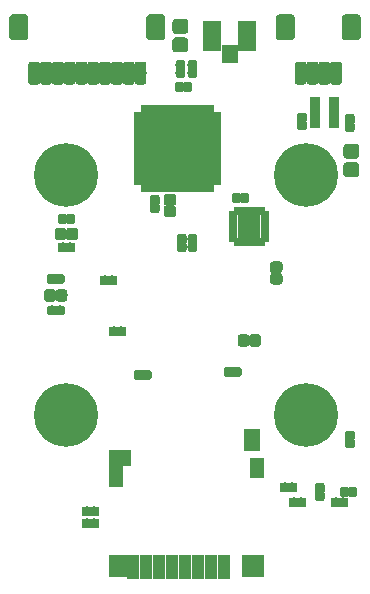
<source format=gbr>
G04 #@! TF.GenerationSoftware,KiCad,Pcbnew,(5.1.4)-1*
G04 #@! TF.CreationDate,2019-11-16T16:05:54+01:00*
G04 #@! TF.ProjectId,V3S_ESP32_Feather,5633535f-4553-4503-9332-5f4665617468,rev?*
G04 #@! TF.SameCoordinates,Original*
G04 #@! TF.FileFunction,Soldermask,Top*
G04 #@! TF.FilePolarity,Negative*
%FSLAX46Y46*%
G04 Gerber Fmt 4.6, Leading zero omitted, Abs format (unit mm)*
G04 Created by KiCad (PCBNEW (5.1.4)-1) date 2019-11-16 16:05:54*
%MOMM*%
%LPD*%
G04 APERTURE LIST*
%ADD10C,0.100000*%
%ADD11C,0.800000*%
%ADD12C,0.990000*%
%ADD13R,0.650000X0.750000*%
%ADD14R,0.750000X0.650000*%
%ADD15R,1.940000X2.100000*%
%ADD16C,1.600000*%
%ADD17C,1.000000*%
%ADD18C,1.275000*%
%ADD19R,0.900000X0.750000*%
%ADD20C,1.200000*%
%ADD21C,5.400000*%
%ADD22R,1.400000X1.950000*%
%ADD23R,1.900000X1.900000*%
%ADD24R,1.100000X2.150000*%
%ADD25R,1.200000X1.800000*%
%ADD26R,1.850000X1.400000*%
%ADD27R,1.200000X1.900000*%
%ADD28R,1.700000X1.900000*%
%ADD29R,1.450000X1.500000*%
%ADD30R,1.500000X2.650000*%
%ADD31R,0.750000X0.850000*%
%ADD32R,0.850000X0.750000*%
%ADD33R,5.800000X5.800000*%
G04 APERTURE END LIST*
D10*
G36*
X52162603Y-55892963D02*
G01*
X52182018Y-55895843D01*
X52201057Y-55900612D01*
X52219537Y-55907224D01*
X52237279Y-55915616D01*
X52254114Y-55925706D01*
X52269879Y-55937398D01*
X52284421Y-55950579D01*
X52297602Y-55965121D01*
X52309294Y-55980886D01*
X52319384Y-55997721D01*
X52327776Y-56015463D01*
X52334388Y-56033943D01*
X52339157Y-56052982D01*
X52342037Y-56072397D01*
X52343000Y-56092000D01*
X52343000Y-56552000D01*
X52342037Y-56571603D01*
X52339157Y-56591018D01*
X52334388Y-56610057D01*
X52327776Y-56628537D01*
X52319384Y-56646279D01*
X52309294Y-56663114D01*
X52297602Y-56678879D01*
X52284421Y-56693421D01*
X52269879Y-56706602D01*
X52254114Y-56718294D01*
X52237279Y-56728384D01*
X52219537Y-56736776D01*
X52201057Y-56743388D01*
X52182018Y-56748157D01*
X52162603Y-56751037D01*
X52143000Y-56752000D01*
X51743000Y-56752000D01*
X51723397Y-56751037D01*
X51703982Y-56748157D01*
X51684943Y-56743388D01*
X51666463Y-56736776D01*
X51648721Y-56728384D01*
X51631886Y-56718294D01*
X51616121Y-56706602D01*
X51601579Y-56693421D01*
X51588398Y-56678879D01*
X51576706Y-56663114D01*
X51566616Y-56646279D01*
X51558224Y-56628537D01*
X51551612Y-56610057D01*
X51546843Y-56591018D01*
X51543963Y-56571603D01*
X51543000Y-56552000D01*
X51543000Y-56092000D01*
X51543963Y-56072397D01*
X51546843Y-56052982D01*
X51551612Y-56033943D01*
X51558224Y-56015463D01*
X51566616Y-55997721D01*
X51576706Y-55980886D01*
X51588398Y-55965121D01*
X51601579Y-55950579D01*
X51616121Y-55937398D01*
X51631886Y-55925706D01*
X51648721Y-55915616D01*
X51666463Y-55907224D01*
X51684943Y-55900612D01*
X51703982Y-55895843D01*
X51723397Y-55892963D01*
X51743000Y-55892000D01*
X52143000Y-55892000D01*
X52162603Y-55892963D01*
X52162603Y-55892963D01*
G37*
D11*
X51943000Y-56322000D03*
D10*
G36*
X52162603Y-56532963D02*
G01*
X52182018Y-56535843D01*
X52201057Y-56540612D01*
X52219537Y-56547224D01*
X52237279Y-56555616D01*
X52254114Y-56565706D01*
X52269879Y-56577398D01*
X52284421Y-56590579D01*
X52297602Y-56605121D01*
X52309294Y-56620886D01*
X52319384Y-56637721D01*
X52327776Y-56655463D01*
X52334388Y-56673943D01*
X52339157Y-56692982D01*
X52342037Y-56712397D01*
X52343000Y-56732000D01*
X52343000Y-57192000D01*
X52342037Y-57211603D01*
X52339157Y-57231018D01*
X52334388Y-57250057D01*
X52327776Y-57268537D01*
X52319384Y-57286279D01*
X52309294Y-57303114D01*
X52297602Y-57318879D01*
X52284421Y-57333421D01*
X52269879Y-57346602D01*
X52254114Y-57358294D01*
X52237279Y-57368384D01*
X52219537Y-57376776D01*
X52201057Y-57383388D01*
X52182018Y-57388157D01*
X52162603Y-57391037D01*
X52143000Y-57392000D01*
X51743000Y-57392000D01*
X51723397Y-57391037D01*
X51703982Y-57388157D01*
X51684943Y-57383388D01*
X51666463Y-57376776D01*
X51648721Y-57368384D01*
X51631886Y-57358294D01*
X51616121Y-57346602D01*
X51601579Y-57333421D01*
X51588398Y-57318879D01*
X51576706Y-57303114D01*
X51566616Y-57286279D01*
X51558224Y-57268537D01*
X51551612Y-57250057D01*
X51546843Y-57231018D01*
X51543963Y-57211603D01*
X51543000Y-57192000D01*
X51543000Y-56732000D01*
X51543963Y-56712397D01*
X51546843Y-56692982D01*
X51551612Y-56673943D01*
X51558224Y-56655463D01*
X51566616Y-56637721D01*
X51576706Y-56620886D01*
X51588398Y-56605121D01*
X51601579Y-56590579D01*
X51616121Y-56577398D01*
X51631886Y-56565706D01*
X51648721Y-56555616D01*
X51666463Y-56547224D01*
X51684943Y-56540612D01*
X51703982Y-56535843D01*
X51723397Y-56532963D01*
X51743000Y-56532000D01*
X52143000Y-56532000D01*
X52162603Y-56532963D01*
X52162603Y-56532963D01*
G37*
D11*
X51943000Y-56962000D03*
D10*
G36*
X38415603Y-26397963D02*
G01*
X38435018Y-26400843D01*
X38454057Y-26405612D01*
X38472537Y-26412224D01*
X38490279Y-26420616D01*
X38507114Y-26430706D01*
X38522879Y-26442398D01*
X38537421Y-26455579D01*
X38550602Y-26470121D01*
X38562294Y-26485886D01*
X38572384Y-26502721D01*
X38580776Y-26520463D01*
X38587388Y-26538943D01*
X38592157Y-26557982D01*
X38595037Y-26577397D01*
X38596000Y-26597000D01*
X38596000Y-26997000D01*
X38595037Y-27016603D01*
X38592157Y-27036018D01*
X38587388Y-27055057D01*
X38580776Y-27073537D01*
X38572384Y-27091279D01*
X38562294Y-27108114D01*
X38550602Y-27123879D01*
X38537421Y-27138421D01*
X38522879Y-27151602D01*
X38507114Y-27163294D01*
X38490279Y-27173384D01*
X38472537Y-27181776D01*
X38454057Y-27188388D01*
X38435018Y-27193157D01*
X38415603Y-27196037D01*
X38396000Y-27197000D01*
X37936000Y-27197000D01*
X37916397Y-27196037D01*
X37896982Y-27193157D01*
X37877943Y-27188388D01*
X37859463Y-27181776D01*
X37841721Y-27173384D01*
X37824886Y-27163294D01*
X37809121Y-27151602D01*
X37794579Y-27138421D01*
X37781398Y-27123879D01*
X37769706Y-27108114D01*
X37759616Y-27091279D01*
X37751224Y-27073537D01*
X37744612Y-27055057D01*
X37739843Y-27036018D01*
X37736963Y-27016603D01*
X37736000Y-26997000D01*
X37736000Y-26597000D01*
X37736963Y-26577397D01*
X37739843Y-26557982D01*
X37744612Y-26538943D01*
X37751224Y-26520463D01*
X37759616Y-26502721D01*
X37769706Y-26485886D01*
X37781398Y-26470121D01*
X37794579Y-26455579D01*
X37809121Y-26442398D01*
X37824886Y-26430706D01*
X37841721Y-26420616D01*
X37859463Y-26412224D01*
X37877943Y-26405612D01*
X37896982Y-26400843D01*
X37916397Y-26397963D01*
X37936000Y-26397000D01*
X38396000Y-26397000D01*
X38415603Y-26397963D01*
X38415603Y-26397963D01*
G37*
D11*
X38166000Y-26797000D03*
D10*
G36*
X37775603Y-26397963D02*
G01*
X37795018Y-26400843D01*
X37814057Y-26405612D01*
X37832537Y-26412224D01*
X37850279Y-26420616D01*
X37867114Y-26430706D01*
X37882879Y-26442398D01*
X37897421Y-26455579D01*
X37910602Y-26470121D01*
X37922294Y-26485886D01*
X37932384Y-26502721D01*
X37940776Y-26520463D01*
X37947388Y-26538943D01*
X37952157Y-26557982D01*
X37955037Y-26577397D01*
X37956000Y-26597000D01*
X37956000Y-26997000D01*
X37955037Y-27016603D01*
X37952157Y-27036018D01*
X37947388Y-27055057D01*
X37940776Y-27073537D01*
X37932384Y-27091279D01*
X37922294Y-27108114D01*
X37910602Y-27123879D01*
X37897421Y-27138421D01*
X37882879Y-27151602D01*
X37867114Y-27163294D01*
X37850279Y-27173384D01*
X37832537Y-27181776D01*
X37814057Y-27188388D01*
X37795018Y-27193157D01*
X37775603Y-27196037D01*
X37756000Y-27197000D01*
X37296000Y-27197000D01*
X37276397Y-27196037D01*
X37256982Y-27193157D01*
X37237943Y-27188388D01*
X37219463Y-27181776D01*
X37201721Y-27173384D01*
X37184886Y-27163294D01*
X37169121Y-27151602D01*
X37154579Y-27138421D01*
X37141398Y-27123879D01*
X37129706Y-27108114D01*
X37119616Y-27091279D01*
X37111224Y-27073537D01*
X37104612Y-27055057D01*
X37099843Y-27036018D01*
X37096963Y-27016603D01*
X37096000Y-26997000D01*
X37096000Y-26597000D01*
X37096963Y-26577397D01*
X37099843Y-26557982D01*
X37104612Y-26538943D01*
X37111224Y-26520463D01*
X37119616Y-26502721D01*
X37129706Y-26485886D01*
X37141398Y-26470121D01*
X37154579Y-26455579D01*
X37169121Y-26442398D01*
X37184886Y-26430706D01*
X37201721Y-26420616D01*
X37219463Y-26412224D01*
X37237943Y-26405612D01*
X37256982Y-26400843D01*
X37276397Y-26397963D01*
X37296000Y-26397000D01*
X37756000Y-26397000D01*
X37775603Y-26397963D01*
X37775603Y-26397963D01*
G37*
D11*
X37526000Y-26797000D03*
D10*
G36*
X34986603Y-50781963D02*
G01*
X35006018Y-50784843D01*
X35025057Y-50789612D01*
X35043537Y-50796224D01*
X35061279Y-50804616D01*
X35078114Y-50814706D01*
X35093879Y-50826398D01*
X35108421Y-50839579D01*
X35121602Y-50854121D01*
X35133294Y-50869886D01*
X35143384Y-50886721D01*
X35151776Y-50904463D01*
X35158388Y-50922943D01*
X35163157Y-50941982D01*
X35166037Y-50961397D01*
X35167000Y-50981000D01*
X35167000Y-51381000D01*
X35166037Y-51400603D01*
X35163157Y-51420018D01*
X35158388Y-51439057D01*
X35151776Y-51457537D01*
X35143384Y-51475279D01*
X35133294Y-51492114D01*
X35121602Y-51507879D01*
X35108421Y-51522421D01*
X35093879Y-51535602D01*
X35078114Y-51547294D01*
X35061279Y-51557384D01*
X35043537Y-51565776D01*
X35025057Y-51572388D01*
X35006018Y-51577157D01*
X34986603Y-51580037D01*
X34967000Y-51581000D01*
X34507000Y-51581000D01*
X34487397Y-51580037D01*
X34467982Y-51577157D01*
X34448943Y-51572388D01*
X34430463Y-51565776D01*
X34412721Y-51557384D01*
X34395886Y-51547294D01*
X34380121Y-51535602D01*
X34365579Y-51522421D01*
X34352398Y-51507879D01*
X34340706Y-51492114D01*
X34330616Y-51475279D01*
X34322224Y-51457537D01*
X34315612Y-51439057D01*
X34310843Y-51420018D01*
X34307963Y-51400603D01*
X34307000Y-51381000D01*
X34307000Y-50981000D01*
X34307963Y-50961397D01*
X34310843Y-50941982D01*
X34315612Y-50922943D01*
X34322224Y-50904463D01*
X34330616Y-50886721D01*
X34340706Y-50869886D01*
X34352398Y-50854121D01*
X34365579Y-50839579D01*
X34380121Y-50826398D01*
X34395886Y-50814706D01*
X34412721Y-50804616D01*
X34430463Y-50796224D01*
X34448943Y-50789612D01*
X34467982Y-50784843D01*
X34487397Y-50781963D01*
X34507000Y-50781000D01*
X34967000Y-50781000D01*
X34986603Y-50781963D01*
X34986603Y-50781963D01*
G37*
D11*
X34737000Y-51181000D03*
D10*
G36*
X34346603Y-50781963D02*
G01*
X34366018Y-50784843D01*
X34385057Y-50789612D01*
X34403537Y-50796224D01*
X34421279Y-50804616D01*
X34438114Y-50814706D01*
X34453879Y-50826398D01*
X34468421Y-50839579D01*
X34481602Y-50854121D01*
X34493294Y-50869886D01*
X34503384Y-50886721D01*
X34511776Y-50904463D01*
X34518388Y-50922943D01*
X34523157Y-50941982D01*
X34526037Y-50961397D01*
X34527000Y-50981000D01*
X34527000Y-51381000D01*
X34526037Y-51400603D01*
X34523157Y-51420018D01*
X34518388Y-51439057D01*
X34511776Y-51457537D01*
X34503384Y-51475279D01*
X34493294Y-51492114D01*
X34481602Y-51507879D01*
X34468421Y-51522421D01*
X34453879Y-51535602D01*
X34438114Y-51547294D01*
X34421279Y-51557384D01*
X34403537Y-51565776D01*
X34385057Y-51572388D01*
X34366018Y-51577157D01*
X34346603Y-51580037D01*
X34327000Y-51581000D01*
X33867000Y-51581000D01*
X33847397Y-51580037D01*
X33827982Y-51577157D01*
X33808943Y-51572388D01*
X33790463Y-51565776D01*
X33772721Y-51557384D01*
X33755886Y-51547294D01*
X33740121Y-51535602D01*
X33725579Y-51522421D01*
X33712398Y-51507879D01*
X33700706Y-51492114D01*
X33690616Y-51475279D01*
X33682224Y-51457537D01*
X33675612Y-51439057D01*
X33670843Y-51420018D01*
X33667963Y-51400603D01*
X33667000Y-51381000D01*
X33667000Y-50981000D01*
X33667963Y-50961397D01*
X33670843Y-50941982D01*
X33675612Y-50922943D01*
X33682224Y-50904463D01*
X33690616Y-50886721D01*
X33700706Y-50869886D01*
X33712398Y-50854121D01*
X33725579Y-50839579D01*
X33740121Y-50826398D01*
X33755886Y-50814706D01*
X33772721Y-50804616D01*
X33790463Y-50796224D01*
X33808943Y-50789612D01*
X33827982Y-50784843D01*
X33847397Y-50781963D01*
X33867000Y-50781000D01*
X34327000Y-50781000D01*
X34346603Y-50781963D01*
X34346603Y-50781963D01*
G37*
D11*
X34097000Y-51181000D03*
D10*
G36*
X27869603Y-37573963D02*
G01*
X27889018Y-37576843D01*
X27908057Y-37581612D01*
X27926537Y-37588224D01*
X27944279Y-37596616D01*
X27961114Y-37606706D01*
X27976879Y-37618398D01*
X27991421Y-37631579D01*
X28004602Y-37646121D01*
X28016294Y-37661886D01*
X28026384Y-37678721D01*
X28034776Y-37696463D01*
X28041388Y-37714943D01*
X28046157Y-37733982D01*
X28049037Y-37753397D01*
X28050000Y-37773000D01*
X28050000Y-38173000D01*
X28049037Y-38192603D01*
X28046157Y-38212018D01*
X28041388Y-38231057D01*
X28034776Y-38249537D01*
X28026384Y-38267279D01*
X28016294Y-38284114D01*
X28004602Y-38299879D01*
X27991421Y-38314421D01*
X27976879Y-38327602D01*
X27961114Y-38339294D01*
X27944279Y-38349384D01*
X27926537Y-38357776D01*
X27908057Y-38364388D01*
X27889018Y-38369157D01*
X27869603Y-38372037D01*
X27850000Y-38373000D01*
X27390000Y-38373000D01*
X27370397Y-38372037D01*
X27350982Y-38369157D01*
X27331943Y-38364388D01*
X27313463Y-38357776D01*
X27295721Y-38349384D01*
X27278886Y-38339294D01*
X27263121Y-38327602D01*
X27248579Y-38314421D01*
X27235398Y-38299879D01*
X27223706Y-38284114D01*
X27213616Y-38267279D01*
X27205224Y-38249537D01*
X27198612Y-38231057D01*
X27193843Y-38212018D01*
X27190963Y-38192603D01*
X27190000Y-38173000D01*
X27190000Y-37773000D01*
X27190963Y-37753397D01*
X27193843Y-37733982D01*
X27198612Y-37714943D01*
X27205224Y-37696463D01*
X27213616Y-37678721D01*
X27223706Y-37661886D01*
X27235398Y-37646121D01*
X27248579Y-37631579D01*
X27263121Y-37618398D01*
X27278886Y-37606706D01*
X27295721Y-37596616D01*
X27313463Y-37588224D01*
X27331943Y-37581612D01*
X27350982Y-37576843D01*
X27370397Y-37573963D01*
X27390000Y-37573000D01*
X27850000Y-37573000D01*
X27869603Y-37573963D01*
X27869603Y-37573963D01*
G37*
D11*
X27620000Y-37973000D03*
D10*
G36*
X28509603Y-37573963D02*
G01*
X28529018Y-37576843D01*
X28548057Y-37581612D01*
X28566537Y-37588224D01*
X28584279Y-37596616D01*
X28601114Y-37606706D01*
X28616879Y-37618398D01*
X28631421Y-37631579D01*
X28644602Y-37646121D01*
X28656294Y-37661886D01*
X28666384Y-37678721D01*
X28674776Y-37696463D01*
X28681388Y-37714943D01*
X28686157Y-37733982D01*
X28689037Y-37753397D01*
X28690000Y-37773000D01*
X28690000Y-38173000D01*
X28689037Y-38192603D01*
X28686157Y-38212018D01*
X28681388Y-38231057D01*
X28674776Y-38249537D01*
X28666384Y-38267279D01*
X28656294Y-38284114D01*
X28644602Y-38299879D01*
X28631421Y-38314421D01*
X28616879Y-38327602D01*
X28601114Y-38339294D01*
X28584279Y-38349384D01*
X28566537Y-38357776D01*
X28548057Y-38364388D01*
X28529018Y-38369157D01*
X28509603Y-38372037D01*
X28490000Y-38373000D01*
X28030000Y-38373000D01*
X28010397Y-38372037D01*
X27990982Y-38369157D01*
X27971943Y-38364388D01*
X27953463Y-38357776D01*
X27935721Y-38349384D01*
X27918886Y-38339294D01*
X27903121Y-38327602D01*
X27888579Y-38314421D01*
X27875398Y-38299879D01*
X27863706Y-38284114D01*
X27853616Y-38267279D01*
X27845224Y-38249537D01*
X27838612Y-38231057D01*
X27833843Y-38212018D01*
X27830963Y-38192603D01*
X27830000Y-38173000D01*
X27830000Y-37773000D01*
X27830963Y-37753397D01*
X27833843Y-37733982D01*
X27838612Y-37714943D01*
X27845224Y-37696463D01*
X27853616Y-37678721D01*
X27863706Y-37661886D01*
X27875398Y-37646121D01*
X27888579Y-37631579D01*
X27903121Y-37618398D01*
X27918886Y-37606706D01*
X27935721Y-37596616D01*
X27953463Y-37588224D01*
X27971943Y-37581612D01*
X27990982Y-37576843D01*
X28010397Y-37573963D01*
X28030000Y-37573000D01*
X28490000Y-37573000D01*
X28509603Y-37573963D01*
X28509603Y-37573963D01*
G37*
D11*
X28260000Y-37973000D03*
D10*
G36*
X31425603Y-42780963D02*
G01*
X31445018Y-42783843D01*
X31464057Y-42788612D01*
X31482537Y-42795224D01*
X31500279Y-42803616D01*
X31517114Y-42813706D01*
X31532879Y-42825398D01*
X31547421Y-42838579D01*
X31560602Y-42853121D01*
X31572294Y-42868886D01*
X31582384Y-42885721D01*
X31590776Y-42903463D01*
X31597388Y-42921943D01*
X31602157Y-42940982D01*
X31605037Y-42960397D01*
X31606000Y-42980000D01*
X31606000Y-43380000D01*
X31605037Y-43399603D01*
X31602157Y-43419018D01*
X31597388Y-43438057D01*
X31590776Y-43456537D01*
X31582384Y-43474279D01*
X31572294Y-43491114D01*
X31560602Y-43506879D01*
X31547421Y-43521421D01*
X31532879Y-43534602D01*
X31517114Y-43546294D01*
X31500279Y-43556384D01*
X31482537Y-43564776D01*
X31464057Y-43571388D01*
X31445018Y-43576157D01*
X31425603Y-43579037D01*
X31406000Y-43580000D01*
X30946000Y-43580000D01*
X30926397Y-43579037D01*
X30906982Y-43576157D01*
X30887943Y-43571388D01*
X30869463Y-43564776D01*
X30851721Y-43556384D01*
X30834886Y-43546294D01*
X30819121Y-43534602D01*
X30804579Y-43521421D01*
X30791398Y-43506879D01*
X30779706Y-43491114D01*
X30769616Y-43474279D01*
X30761224Y-43456537D01*
X30754612Y-43438057D01*
X30749843Y-43419018D01*
X30746963Y-43399603D01*
X30746000Y-43380000D01*
X30746000Y-42980000D01*
X30746963Y-42960397D01*
X30749843Y-42940982D01*
X30754612Y-42921943D01*
X30761224Y-42903463D01*
X30769616Y-42885721D01*
X30779706Y-42868886D01*
X30791398Y-42853121D01*
X30804579Y-42838579D01*
X30819121Y-42825398D01*
X30834886Y-42813706D01*
X30851721Y-42803616D01*
X30869463Y-42795224D01*
X30887943Y-42788612D01*
X30906982Y-42783843D01*
X30926397Y-42780963D01*
X30946000Y-42780000D01*
X31406000Y-42780000D01*
X31425603Y-42780963D01*
X31425603Y-42780963D01*
G37*
D11*
X31176000Y-43180000D03*
D10*
G36*
X32065603Y-42780963D02*
G01*
X32085018Y-42783843D01*
X32104057Y-42788612D01*
X32122537Y-42795224D01*
X32140279Y-42803616D01*
X32157114Y-42813706D01*
X32172879Y-42825398D01*
X32187421Y-42838579D01*
X32200602Y-42853121D01*
X32212294Y-42868886D01*
X32222384Y-42885721D01*
X32230776Y-42903463D01*
X32237388Y-42921943D01*
X32242157Y-42940982D01*
X32245037Y-42960397D01*
X32246000Y-42980000D01*
X32246000Y-43380000D01*
X32245037Y-43399603D01*
X32242157Y-43419018D01*
X32237388Y-43438057D01*
X32230776Y-43456537D01*
X32222384Y-43474279D01*
X32212294Y-43491114D01*
X32200602Y-43506879D01*
X32187421Y-43521421D01*
X32172879Y-43534602D01*
X32157114Y-43546294D01*
X32140279Y-43556384D01*
X32122537Y-43564776D01*
X32104057Y-43571388D01*
X32085018Y-43576157D01*
X32065603Y-43579037D01*
X32046000Y-43580000D01*
X31586000Y-43580000D01*
X31566397Y-43579037D01*
X31546982Y-43576157D01*
X31527943Y-43571388D01*
X31509463Y-43564776D01*
X31491721Y-43556384D01*
X31474886Y-43546294D01*
X31459121Y-43534602D01*
X31444579Y-43521421D01*
X31431398Y-43506879D01*
X31419706Y-43491114D01*
X31409616Y-43474279D01*
X31401224Y-43456537D01*
X31394612Y-43438057D01*
X31389843Y-43419018D01*
X31386963Y-43399603D01*
X31386000Y-43380000D01*
X31386000Y-42980000D01*
X31386963Y-42960397D01*
X31389843Y-42940982D01*
X31394612Y-42921943D01*
X31401224Y-42903463D01*
X31409616Y-42885721D01*
X31419706Y-42868886D01*
X31431398Y-42853121D01*
X31444579Y-42838579D01*
X31459121Y-42825398D01*
X31474886Y-42813706D01*
X31491721Y-42803616D01*
X31509463Y-42795224D01*
X31527943Y-42788612D01*
X31546982Y-42783843D01*
X31566397Y-42780963D01*
X31586000Y-42780000D01*
X32046000Y-42780000D01*
X32065603Y-42780963D01*
X32065603Y-42780963D01*
G37*
D11*
X31816000Y-43180000D03*
D10*
G36*
X36999759Y-36821192D02*
G01*
X37023785Y-36824756D01*
X37047345Y-36830657D01*
X37070214Y-36838840D01*
X37092171Y-36849224D01*
X37113004Y-36861711D01*
X37132512Y-36876180D01*
X37150509Y-36892491D01*
X37166820Y-36910488D01*
X37181289Y-36929996D01*
X37193776Y-36950829D01*
X37204160Y-36972786D01*
X37212343Y-36995655D01*
X37218244Y-37019215D01*
X37221808Y-37043241D01*
X37223000Y-37067500D01*
X37223000Y-37562500D01*
X37221808Y-37586759D01*
X37218244Y-37610785D01*
X37212343Y-37634345D01*
X37204160Y-37657214D01*
X37193776Y-37679171D01*
X37181289Y-37700004D01*
X37166820Y-37719512D01*
X37150509Y-37737509D01*
X37132512Y-37753820D01*
X37113004Y-37768289D01*
X37092171Y-37780776D01*
X37070214Y-37791160D01*
X37047345Y-37799343D01*
X37023785Y-37805244D01*
X36999759Y-37808808D01*
X36975500Y-37810000D01*
X36430500Y-37810000D01*
X36406241Y-37808808D01*
X36382215Y-37805244D01*
X36358655Y-37799343D01*
X36335786Y-37791160D01*
X36313829Y-37780776D01*
X36292996Y-37768289D01*
X36273488Y-37753820D01*
X36255491Y-37737509D01*
X36239180Y-37719512D01*
X36224711Y-37700004D01*
X36212224Y-37679171D01*
X36201840Y-37657214D01*
X36193657Y-37634345D01*
X36187756Y-37610785D01*
X36184192Y-37586759D01*
X36183000Y-37562500D01*
X36183000Y-37067500D01*
X36184192Y-37043241D01*
X36187756Y-37019215D01*
X36193657Y-36995655D01*
X36201840Y-36972786D01*
X36212224Y-36950829D01*
X36224711Y-36929996D01*
X36239180Y-36910488D01*
X36255491Y-36892491D01*
X36273488Y-36876180D01*
X36292996Y-36861711D01*
X36313829Y-36849224D01*
X36335786Y-36838840D01*
X36358655Y-36830657D01*
X36382215Y-36824756D01*
X36406241Y-36821192D01*
X36430500Y-36820000D01*
X36975500Y-36820000D01*
X36999759Y-36821192D01*
X36999759Y-36821192D01*
G37*
D12*
X36703000Y-37315000D03*
D10*
G36*
X36999759Y-35851192D02*
G01*
X37023785Y-35854756D01*
X37047345Y-35860657D01*
X37070214Y-35868840D01*
X37092171Y-35879224D01*
X37113004Y-35891711D01*
X37132512Y-35906180D01*
X37150509Y-35922491D01*
X37166820Y-35940488D01*
X37181289Y-35959996D01*
X37193776Y-35980829D01*
X37204160Y-36002786D01*
X37212343Y-36025655D01*
X37218244Y-36049215D01*
X37221808Y-36073241D01*
X37223000Y-36097500D01*
X37223000Y-36592500D01*
X37221808Y-36616759D01*
X37218244Y-36640785D01*
X37212343Y-36664345D01*
X37204160Y-36687214D01*
X37193776Y-36709171D01*
X37181289Y-36730004D01*
X37166820Y-36749512D01*
X37150509Y-36767509D01*
X37132512Y-36783820D01*
X37113004Y-36798289D01*
X37092171Y-36810776D01*
X37070214Y-36821160D01*
X37047345Y-36829343D01*
X37023785Y-36835244D01*
X36999759Y-36838808D01*
X36975500Y-36840000D01*
X36430500Y-36840000D01*
X36406241Y-36838808D01*
X36382215Y-36835244D01*
X36358655Y-36829343D01*
X36335786Y-36821160D01*
X36313829Y-36810776D01*
X36292996Y-36798289D01*
X36273488Y-36783820D01*
X36255491Y-36767509D01*
X36239180Y-36749512D01*
X36224711Y-36730004D01*
X36212224Y-36709171D01*
X36201840Y-36687214D01*
X36193657Y-36664345D01*
X36187756Y-36640785D01*
X36184192Y-36616759D01*
X36183000Y-36592500D01*
X36183000Y-36097500D01*
X36184192Y-36073241D01*
X36187756Y-36049215D01*
X36193657Y-36025655D01*
X36201840Y-36002786D01*
X36212224Y-35980829D01*
X36224711Y-35959996D01*
X36239180Y-35940488D01*
X36255491Y-35922491D01*
X36273488Y-35906180D01*
X36292996Y-35891711D01*
X36313829Y-35879224D01*
X36335786Y-35868840D01*
X36358655Y-35860657D01*
X36382215Y-35854756D01*
X36406241Y-35851192D01*
X36430500Y-35850000D01*
X36975500Y-35850000D01*
X36999759Y-35851192D01*
X36999759Y-35851192D01*
G37*
D12*
X36703000Y-36345000D03*
D10*
G36*
X50983603Y-61576963D02*
G01*
X51003018Y-61579843D01*
X51022057Y-61584612D01*
X51040537Y-61591224D01*
X51058279Y-61599616D01*
X51075114Y-61609706D01*
X51090879Y-61621398D01*
X51105421Y-61634579D01*
X51118602Y-61649121D01*
X51130294Y-61664886D01*
X51140384Y-61681721D01*
X51148776Y-61699463D01*
X51155388Y-61717943D01*
X51160157Y-61736982D01*
X51163037Y-61756397D01*
X51164000Y-61776000D01*
X51164000Y-62176000D01*
X51163037Y-62195603D01*
X51160157Y-62215018D01*
X51155388Y-62234057D01*
X51148776Y-62252537D01*
X51140384Y-62270279D01*
X51130294Y-62287114D01*
X51118602Y-62302879D01*
X51105421Y-62317421D01*
X51090879Y-62330602D01*
X51075114Y-62342294D01*
X51058279Y-62352384D01*
X51040537Y-62360776D01*
X51022057Y-62367388D01*
X51003018Y-62372157D01*
X50983603Y-62375037D01*
X50964000Y-62376000D01*
X50504000Y-62376000D01*
X50484397Y-62375037D01*
X50464982Y-62372157D01*
X50445943Y-62367388D01*
X50427463Y-62360776D01*
X50409721Y-62352384D01*
X50392886Y-62342294D01*
X50377121Y-62330602D01*
X50362579Y-62317421D01*
X50349398Y-62302879D01*
X50337706Y-62287114D01*
X50327616Y-62270279D01*
X50319224Y-62252537D01*
X50312612Y-62234057D01*
X50307843Y-62215018D01*
X50304963Y-62195603D01*
X50304000Y-62176000D01*
X50304000Y-61776000D01*
X50304963Y-61756397D01*
X50307843Y-61736982D01*
X50312612Y-61717943D01*
X50319224Y-61699463D01*
X50327616Y-61681721D01*
X50337706Y-61664886D01*
X50349398Y-61649121D01*
X50362579Y-61634579D01*
X50377121Y-61621398D01*
X50392886Y-61609706D01*
X50409721Y-61599616D01*
X50427463Y-61591224D01*
X50445943Y-61584612D01*
X50464982Y-61579843D01*
X50484397Y-61576963D01*
X50504000Y-61576000D01*
X50964000Y-61576000D01*
X50983603Y-61576963D01*
X50983603Y-61576963D01*
G37*
D11*
X50734000Y-61976000D03*
D10*
G36*
X51623603Y-61576963D02*
G01*
X51643018Y-61579843D01*
X51662057Y-61584612D01*
X51680537Y-61591224D01*
X51698279Y-61599616D01*
X51715114Y-61609706D01*
X51730879Y-61621398D01*
X51745421Y-61634579D01*
X51758602Y-61649121D01*
X51770294Y-61664886D01*
X51780384Y-61681721D01*
X51788776Y-61699463D01*
X51795388Y-61717943D01*
X51800157Y-61736982D01*
X51803037Y-61756397D01*
X51804000Y-61776000D01*
X51804000Y-62176000D01*
X51803037Y-62195603D01*
X51800157Y-62215018D01*
X51795388Y-62234057D01*
X51788776Y-62252537D01*
X51780384Y-62270279D01*
X51770294Y-62287114D01*
X51758602Y-62302879D01*
X51745421Y-62317421D01*
X51730879Y-62330602D01*
X51715114Y-62342294D01*
X51698279Y-62352384D01*
X51680537Y-62360776D01*
X51662057Y-62367388D01*
X51643018Y-62372157D01*
X51623603Y-62375037D01*
X51604000Y-62376000D01*
X51144000Y-62376000D01*
X51124397Y-62375037D01*
X51104982Y-62372157D01*
X51085943Y-62367388D01*
X51067463Y-62360776D01*
X51049721Y-62352384D01*
X51032886Y-62342294D01*
X51017121Y-62330602D01*
X51002579Y-62317421D01*
X50989398Y-62302879D01*
X50977706Y-62287114D01*
X50967616Y-62270279D01*
X50959224Y-62252537D01*
X50952612Y-62234057D01*
X50947843Y-62215018D01*
X50944963Y-62195603D01*
X50944000Y-62176000D01*
X50944000Y-61776000D01*
X50944963Y-61756397D01*
X50947843Y-61736982D01*
X50952612Y-61717943D01*
X50959224Y-61699463D01*
X50967616Y-61681721D01*
X50977706Y-61664886D01*
X50989398Y-61649121D01*
X51002579Y-61634579D01*
X51017121Y-61621398D01*
X51032886Y-61609706D01*
X51049721Y-61599616D01*
X51067463Y-61591224D01*
X51085943Y-61584612D01*
X51104982Y-61579843D01*
X51124397Y-61576963D01*
X51144000Y-61576000D01*
X51604000Y-61576000D01*
X51623603Y-61576963D01*
X51623603Y-61576963D01*
G37*
D11*
X51374000Y-61976000D03*
D10*
G36*
X49622603Y-60337963D02*
G01*
X49642018Y-60340843D01*
X49661057Y-60345612D01*
X49679537Y-60352224D01*
X49697279Y-60360616D01*
X49714114Y-60370706D01*
X49729879Y-60382398D01*
X49744421Y-60395579D01*
X49757602Y-60410121D01*
X49769294Y-60425886D01*
X49779384Y-60442721D01*
X49787776Y-60460463D01*
X49794388Y-60478943D01*
X49799157Y-60497982D01*
X49802037Y-60517397D01*
X49803000Y-60537000D01*
X49803000Y-60997000D01*
X49802037Y-61016603D01*
X49799157Y-61036018D01*
X49794388Y-61055057D01*
X49787776Y-61073537D01*
X49779384Y-61091279D01*
X49769294Y-61108114D01*
X49757602Y-61123879D01*
X49744421Y-61138421D01*
X49729879Y-61151602D01*
X49714114Y-61163294D01*
X49697279Y-61173384D01*
X49679537Y-61181776D01*
X49661057Y-61188388D01*
X49642018Y-61193157D01*
X49622603Y-61196037D01*
X49603000Y-61197000D01*
X49203000Y-61197000D01*
X49183397Y-61196037D01*
X49163982Y-61193157D01*
X49144943Y-61188388D01*
X49126463Y-61181776D01*
X49108721Y-61173384D01*
X49091886Y-61163294D01*
X49076121Y-61151602D01*
X49061579Y-61138421D01*
X49048398Y-61123879D01*
X49036706Y-61108114D01*
X49026616Y-61091279D01*
X49018224Y-61073537D01*
X49011612Y-61055057D01*
X49006843Y-61036018D01*
X49003963Y-61016603D01*
X49003000Y-60997000D01*
X49003000Y-60537000D01*
X49003963Y-60517397D01*
X49006843Y-60497982D01*
X49011612Y-60478943D01*
X49018224Y-60460463D01*
X49026616Y-60442721D01*
X49036706Y-60425886D01*
X49048398Y-60410121D01*
X49061579Y-60395579D01*
X49076121Y-60382398D01*
X49091886Y-60370706D01*
X49108721Y-60360616D01*
X49126463Y-60352224D01*
X49144943Y-60345612D01*
X49163982Y-60340843D01*
X49183397Y-60337963D01*
X49203000Y-60337000D01*
X49603000Y-60337000D01*
X49622603Y-60337963D01*
X49622603Y-60337963D01*
G37*
D11*
X49403000Y-60767000D03*
D10*
G36*
X49622603Y-60977963D02*
G01*
X49642018Y-60980843D01*
X49661057Y-60985612D01*
X49679537Y-60992224D01*
X49697279Y-61000616D01*
X49714114Y-61010706D01*
X49729879Y-61022398D01*
X49744421Y-61035579D01*
X49757602Y-61050121D01*
X49769294Y-61065886D01*
X49779384Y-61082721D01*
X49787776Y-61100463D01*
X49794388Y-61118943D01*
X49799157Y-61137982D01*
X49802037Y-61157397D01*
X49803000Y-61177000D01*
X49803000Y-61637000D01*
X49802037Y-61656603D01*
X49799157Y-61676018D01*
X49794388Y-61695057D01*
X49787776Y-61713537D01*
X49779384Y-61731279D01*
X49769294Y-61748114D01*
X49757602Y-61763879D01*
X49744421Y-61778421D01*
X49729879Y-61791602D01*
X49714114Y-61803294D01*
X49697279Y-61813384D01*
X49679537Y-61821776D01*
X49661057Y-61828388D01*
X49642018Y-61833157D01*
X49622603Y-61836037D01*
X49603000Y-61837000D01*
X49203000Y-61837000D01*
X49183397Y-61836037D01*
X49163982Y-61833157D01*
X49144943Y-61828388D01*
X49126463Y-61821776D01*
X49108721Y-61813384D01*
X49091886Y-61803294D01*
X49076121Y-61791602D01*
X49061579Y-61778421D01*
X49048398Y-61763879D01*
X49036706Y-61748114D01*
X49026616Y-61731279D01*
X49018224Y-61713537D01*
X49011612Y-61695057D01*
X49006843Y-61676018D01*
X49003963Y-61656603D01*
X49003000Y-61637000D01*
X49003000Y-61177000D01*
X49003963Y-61157397D01*
X49006843Y-61137982D01*
X49011612Y-61118943D01*
X49018224Y-61100463D01*
X49026616Y-61082721D01*
X49036706Y-61065886D01*
X49048398Y-61050121D01*
X49061579Y-61035579D01*
X49076121Y-61022398D01*
X49091886Y-61010706D01*
X49108721Y-61000616D01*
X49126463Y-60992224D01*
X49144943Y-60985612D01*
X49163982Y-60980843D01*
X49183397Y-60977963D01*
X49203000Y-60977000D01*
X49603000Y-60977000D01*
X49622603Y-60977963D01*
X49622603Y-60977963D01*
G37*
D11*
X49403000Y-61407000D03*
D10*
G36*
X48067603Y-61576963D02*
G01*
X48087018Y-61579843D01*
X48106057Y-61584612D01*
X48124537Y-61591224D01*
X48142279Y-61599616D01*
X48159114Y-61609706D01*
X48174879Y-61621398D01*
X48189421Y-61634579D01*
X48202602Y-61649121D01*
X48214294Y-61664886D01*
X48224384Y-61681721D01*
X48232776Y-61699463D01*
X48239388Y-61717943D01*
X48244157Y-61736982D01*
X48247037Y-61756397D01*
X48248000Y-61776000D01*
X48248000Y-62176000D01*
X48247037Y-62195603D01*
X48244157Y-62215018D01*
X48239388Y-62234057D01*
X48232776Y-62252537D01*
X48224384Y-62270279D01*
X48214294Y-62287114D01*
X48202602Y-62302879D01*
X48189421Y-62317421D01*
X48174879Y-62330602D01*
X48159114Y-62342294D01*
X48142279Y-62352384D01*
X48124537Y-62360776D01*
X48106057Y-62367388D01*
X48087018Y-62372157D01*
X48067603Y-62375037D01*
X48048000Y-62376000D01*
X47588000Y-62376000D01*
X47568397Y-62375037D01*
X47548982Y-62372157D01*
X47529943Y-62367388D01*
X47511463Y-62360776D01*
X47493721Y-62352384D01*
X47476886Y-62342294D01*
X47461121Y-62330602D01*
X47446579Y-62317421D01*
X47433398Y-62302879D01*
X47421706Y-62287114D01*
X47411616Y-62270279D01*
X47403224Y-62252537D01*
X47396612Y-62234057D01*
X47391843Y-62215018D01*
X47388963Y-62195603D01*
X47388000Y-62176000D01*
X47388000Y-61776000D01*
X47388963Y-61756397D01*
X47391843Y-61736982D01*
X47396612Y-61717943D01*
X47403224Y-61699463D01*
X47411616Y-61681721D01*
X47421706Y-61664886D01*
X47433398Y-61649121D01*
X47446579Y-61634579D01*
X47461121Y-61621398D01*
X47476886Y-61609706D01*
X47493721Y-61599616D01*
X47511463Y-61591224D01*
X47529943Y-61584612D01*
X47548982Y-61579843D01*
X47568397Y-61576963D01*
X47588000Y-61576000D01*
X48048000Y-61576000D01*
X48067603Y-61576963D01*
X48067603Y-61576963D01*
G37*
D11*
X47818000Y-61976000D03*
D10*
G36*
X47427603Y-61576963D02*
G01*
X47447018Y-61579843D01*
X47466057Y-61584612D01*
X47484537Y-61591224D01*
X47502279Y-61599616D01*
X47519114Y-61609706D01*
X47534879Y-61621398D01*
X47549421Y-61634579D01*
X47562602Y-61649121D01*
X47574294Y-61664886D01*
X47584384Y-61681721D01*
X47592776Y-61699463D01*
X47599388Y-61717943D01*
X47604157Y-61736982D01*
X47607037Y-61756397D01*
X47608000Y-61776000D01*
X47608000Y-62176000D01*
X47607037Y-62195603D01*
X47604157Y-62215018D01*
X47599388Y-62234057D01*
X47592776Y-62252537D01*
X47584384Y-62270279D01*
X47574294Y-62287114D01*
X47562602Y-62302879D01*
X47549421Y-62317421D01*
X47534879Y-62330602D01*
X47519114Y-62342294D01*
X47502279Y-62352384D01*
X47484537Y-62360776D01*
X47466057Y-62367388D01*
X47447018Y-62372157D01*
X47427603Y-62375037D01*
X47408000Y-62376000D01*
X46948000Y-62376000D01*
X46928397Y-62375037D01*
X46908982Y-62372157D01*
X46889943Y-62367388D01*
X46871463Y-62360776D01*
X46853721Y-62352384D01*
X46836886Y-62342294D01*
X46821121Y-62330602D01*
X46806579Y-62317421D01*
X46793398Y-62302879D01*
X46781706Y-62287114D01*
X46771616Y-62270279D01*
X46763224Y-62252537D01*
X46756612Y-62234057D01*
X46751843Y-62215018D01*
X46748963Y-62195603D01*
X46748000Y-62176000D01*
X46748000Y-61776000D01*
X46748963Y-61756397D01*
X46751843Y-61736982D01*
X46756612Y-61717943D01*
X46763224Y-61699463D01*
X46771616Y-61681721D01*
X46781706Y-61664886D01*
X46793398Y-61649121D01*
X46806579Y-61634579D01*
X46821121Y-61621398D01*
X46836886Y-61609706D01*
X46853721Y-61599616D01*
X46871463Y-61591224D01*
X46889943Y-61584612D01*
X46908982Y-61579843D01*
X46928397Y-61576963D01*
X46948000Y-61576000D01*
X47408000Y-61576000D01*
X47427603Y-61576963D01*
X47427603Y-61576963D01*
G37*
D11*
X47178000Y-61976000D03*
D10*
G36*
X46665603Y-60306963D02*
G01*
X46685018Y-60309843D01*
X46704057Y-60314612D01*
X46722537Y-60321224D01*
X46740279Y-60329616D01*
X46757114Y-60339706D01*
X46772879Y-60351398D01*
X46787421Y-60364579D01*
X46800602Y-60379121D01*
X46812294Y-60394886D01*
X46822384Y-60411721D01*
X46830776Y-60429463D01*
X46837388Y-60447943D01*
X46842157Y-60466982D01*
X46845037Y-60486397D01*
X46846000Y-60506000D01*
X46846000Y-60906000D01*
X46845037Y-60925603D01*
X46842157Y-60945018D01*
X46837388Y-60964057D01*
X46830776Y-60982537D01*
X46822384Y-61000279D01*
X46812294Y-61017114D01*
X46800602Y-61032879D01*
X46787421Y-61047421D01*
X46772879Y-61060602D01*
X46757114Y-61072294D01*
X46740279Y-61082384D01*
X46722537Y-61090776D01*
X46704057Y-61097388D01*
X46685018Y-61102157D01*
X46665603Y-61105037D01*
X46646000Y-61106000D01*
X46186000Y-61106000D01*
X46166397Y-61105037D01*
X46146982Y-61102157D01*
X46127943Y-61097388D01*
X46109463Y-61090776D01*
X46091721Y-61082384D01*
X46074886Y-61072294D01*
X46059121Y-61060602D01*
X46044579Y-61047421D01*
X46031398Y-61032879D01*
X46019706Y-61017114D01*
X46009616Y-61000279D01*
X46001224Y-60982537D01*
X45994612Y-60964057D01*
X45989843Y-60945018D01*
X45986963Y-60925603D01*
X45986000Y-60906000D01*
X45986000Y-60506000D01*
X45986963Y-60486397D01*
X45989843Y-60466982D01*
X45994612Y-60447943D01*
X46001224Y-60429463D01*
X46009616Y-60411721D01*
X46019706Y-60394886D01*
X46031398Y-60379121D01*
X46044579Y-60364579D01*
X46059121Y-60351398D01*
X46074886Y-60339706D01*
X46091721Y-60329616D01*
X46109463Y-60321224D01*
X46127943Y-60314612D01*
X46146982Y-60309843D01*
X46166397Y-60306963D01*
X46186000Y-60306000D01*
X46646000Y-60306000D01*
X46665603Y-60306963D01*
X46665603Y-60306963D01*
G37*
D11*
X46416000Y-60706000D03*
D10*
G36*
X47305603Y-60306963D02*
G01*
X47325018Y-60309843D01*
X47344057Y-60314612D01*
X47362537Y-60321224D01*
X47380279Y-60329616D01*
X47397114Y-60339706D01*
X47412879Y-60351398D01*
X47427421Y-60364579D01*
X47440602Y-60379121D01*
X47452294Y-60394886D01*
X47462384Y-60411721D01*
X47470776Y-60429463D01*
X47477388Y-60447943D01*
X47482157Y-60466982D01*
X47485037Y-60486397D01*
X47486000Y-60506000D01*
X47486000Y-60906000D01*
X47485037Y-60925603D01*
X47482157Y-60945018D01*
X47477388Y-60964057D01*
X47470776Y-60982537D01*
X47462384Y-61000279D01*
X47452294Y-61017114D01*
X47440602Y-61032879D01*
X47427421Y-61047421D01*
X47412879Y-61060602D01*
X47397114Y-61072294D01*
X47380279Y-61082384D01*
X47362537Y-61090776D01*
X47344057Y-61097388D01*
X47325018Y-61102157D01*
X47305603Y-61105037D01*
X47286000Y-61106000D01*
X46826000Y-61106000D01*
X46806397Y-61105037D01*
X46786982Y-61102157D01*
X46767943Y-61097388D01*
X46749463Y-61090776D01*
X46731721Y-61082384D01*
X46714886Y-61072294D01*
X46699121Y-61060602D01*
X46684579Y-61047421D01*
X46671398Y-61032879D01*
X46659706Y-61017114D01*
X46649616Y-61000279D01*
X46641224Y-60982537D01*
X46634612Y-60964057D01*
X46629843Y-60945018D01*
X46626963Y-60925603D01*
X46626000Y-60906000D01*
X46626000Y-60506000D01*
X46626963Y-60486397D01*
X46629843Y-60466982D01*
X46634612Y-60447943D01*
X46641224Y-60429463D01*
X46649616Y-60411721D01*
X46659706Y-60394886D01*
X46671398Y-60379121D01*
X46684579Y-60364579D01*
X46699121Y-60351398D01*
X46714886Y-60339706D01*
X46731721Y-60329616D01*
X46749463Y-60321224D01*
X46767943Y-60314612D01*
X46786982Y-60309843D01*
X46806397Y-60306963D01*
X46826000Y-60306000D01*
X47286000Y-60306000D01*
X47305603Y-60306963D01*
X47305603Y-60306963D01*
G37*
D11*
X47056000Y-60706000D03*
D13*
X42434000Y-37258000D03*
X42834000Y-37258000D03*
X43234000Y-37258000D03*
X44434000Y-37258000D03*
X44034000Y-37258000D03*
X43634000Y-37258000D03*
X44434000Y-39958000D03*
X44034000Y-39958000D03*
X42434000Y-39958000D03*
X42834000Y-39958000D03*
X43234000Y-39958000D03*
X43634000Y-39958000D03*
D14*
X44784000Y-37608000D03*
X44784000Y-38008000D03*
X44784000Y-38408000D03*
X44784000Y-38808000D03*
X44784000Y-39208000D03*
X44784000Y-39608000D03*
X42084000Y-37608000D03*
X42084000Y-38008000D03*
X42084000Y-38408000D03*
X42084000Y-39608000D03*
X42084000Y-39208000D03*
X42084000Y-38808000D03*
D15*
X43434000Y-38608000D03*
D10*
G36*
X46975340Y-20648605D02*
G01*
X47007698Y-20653405D01*
X47039429Y-20661353D01*
X47070229Y-20672373D01*
X47099800Y-20686359D01*
X47127857Y-20703177D01*
X47154132Y-20722663D01*
X47178369Y-20744631D01*
X47200337Y-20768868D01*
X47219823Y-20795143D01*
X47236641Y-20823200D01*
X47250627Y-20852771D01*
X47261647Y-20883571D01*
X47269595Y-20915302D01*
X47274395Y-20947660D01*
X47276000Y-20980332D01*
X47276000Y-22513668D01*
X47274395Y-22546340D01*
X47269595Y-22578698D01*
X47261647Y-22610429D01*
X47250627Y-22641229D01*
X47236641Y-22670800D01*
X47219823Y-22698857D01*
X47200337Y-22725132D01*
X47178369Y-22749369D01*
X47154132Y-22771337D01*
X47127857Y-22790823D01*
X47099800Y-22807641D01*
X47070229Y-22821627D01*
X47039429Y-22832647D01*
X47007698Y-22840595D01*
X46975340Y-22845395D01*
X46942668Y-22847000D01*
X46009332Y-22847000D01*
X45976660Y-22845395D01*
X45944302Y-22840595D01*
X45912571Y-22832647D01*
X45881771Y-22821627D01*
X45852200Y-22807641D01*
X45824143Y-22790823D01*
X45797868Y-22771337D01*
X45773631Y-22749369D01*
X45751663Y-22725132D01*
X45732177Y-22698857D01*
X45715359Y-22670800D01*
X45701373Y-22641229D01*
X45690353Y-22610429D01*
X45682405Y-22578698D01*
X45677605Y-22546340D01*
X45676000Y-22513668D01*
X45676000Y-20980332D01*
X45677605Y-20947660D01*
X45682405Y-20915302D01*
X45690353Y-20883571D01*
X45701373Y-20852771D01*
X45715359Y-20823200D01*
X45732177Y-20795143D01*
X45751663Y-20768868D01*
X45773631Y-20744631D01*
X45797868Y-20722663D01*
X45824143Y-20703177D01*
X45852200Y-20686359D01*
X45881771Y-20672373D01*
X45912571Y-20661353D01*
X45944302Y-20653405D01*
X45976660Y-20648605D01*
X46009332Y-20647000D01*
X46942668Y-20647000D01*
X46975340Y-20648605D01*
X46975340Y-20648605D01*
G37*
D16*
X46476000Y-21747000D03*
D10*
G36*
X52575340Y-20648605D02*
G01*
X52607698Y-20653405D01*
X52639429Y-20661353D01*
X52670229Y-20672373D01*
X52699800Y-20686359D01*
X52727857Y-20703177D01*
X52754132Y-20722663D01*
X52778369Y-20744631D01*
X52800337Y-20768868D01*
X52819823Y-20795143D01*
X52836641Y-20823200D01*
X52850627Y-20852771D01*
X52861647Y-20883571D01*
X52869595Y-20915302D01*
X52874395Y-20947660D01*
X52876000Y-20980332D01*
X52876000Y-22513668D01*
X52874395Y-22546340D01*
X52869595Y-22578698D01*
X52861647Y-22610429D01*
X52850627Y-22641229D01*
X52836641Y-22670800D01*
X52819823Y-22698857D01*
X52800337Y-22725132D01*
X52778369Y-22749369D01*
X52754132Y-22771337D01*
X52727857Y-22790823D01*
X52699800Y-22807641D01*
X52670229Y-22821627D01*
X52639429Y-22832647D01*
X52607698Y-22840595D01*
X52575340Y-22845395D01*
X52542668Y-22847000D01*
X51609332Y-22847000D01*
X51576660Y-22845395D01*
X51544302Y-22840595D01*
X51512571Y-22832647D01*
X51481771Y-22821627D01*
X51452200Y-22807641D01*
X51424143Y-22790823D01*
X51397868Y-22771337D01*
X51373631Y-22749369D01*
X51351663Y-22725132D01*
X51332177Y-22698857D01*
X51315359Y-22670800D01*
X51301373Y-22641229D01*
X51290353Y-22610429D01*
X51282405Y-22578698D01*
X51277605Y-22546340D01*
X51276000Y-22513668D01*
X51276000Y-20980332D01*
X51277605Y-20947660D01*
X51282405Y-20915302D01*
X51290353Y-20883571D01*
X51301373Y-20852771D01*
X51315359Y-20823200D01*
X51332177Y-20795143D01*
X51351663Y-20768868D01*
X51373631Y-20744631D01*
X51397868Y-20722663D01*
X51424143Y-20703177D01*
X51452200Y-20686359D01*
X51481771Y-20672373D01*
X51512571Y-20661353D01*
X51544302Y-20653405D01*
X51576660Y-20648605D01*
X51609332Y-20647000D01*
X52542668Y-20647000D01*
X52575340Y-20648605D01*
X52575340Y-20648605D01*
G37*
D16*
X52076000Y-21747000D03*
D10*
G36*
X48050504Y-24648204D02*
G01*
X48074773Y-24651804D01*
X48098571Y-24657765D01*
X48121671Y-24666030D01*
X48143849Y-24676520D01*
X48164893Y-24689133D01*
X48184598Y-24703747D01*
X48202777Y-24720223D01*
X48219253Y-24738402D01*
X48233867Y-24758107D01*
X48246480Y-24779151D01*
X48256970Y-24801329D01*
X48265235Y-24824429D01*
X48271196Y-24848227D01*
X48274796Y-24872496D01*
X48276000Y-24897000D01*
X48276000Y-26347000D01*
X48274796Y-26371504D01*
X48271196Y-26395773D01*
X48265235Y-26419571D01*
X48256970Y-26442671D01*
X48246480Y-26464849D01*
X48233867Y-26485893D01*
X48219253Y-26505598D01*
X48202777Y-26523777D01*
X48184598Y-26540253D01*
X48164893Y-26554867D01*
X48143849Y-26567480D01*
X48121671Y-26577970D01*
X48098571Y-26586235D01*
X48074773Y-26592196D01*
X48050504Y-26595796D01*
X48026000Y-26597000D01*
X47526000Y-26597000D01*
X47501496Y-26595796D01*
X47477227Y-26592196D01*
X47453429Y-26586235D01*
X47430329Y-26577970D01*
X47408151Y-26567480D01*
X47387107Y-26554867D01*
X47367402Y-26540253D01*
X47349223Y-26523777D01*
X47332747Y-26505598D01*
X47318133Y-26485893D01*
X47305520Y-26464849D01*
X47295030Y-26442671D01*
X47286765Y-26419571D01*
X47280804Y-26395773D01*
X47277204Y-26371504D01*
X47276000Y-26347000D01*
X47276000Y-24897000D01*
X47277204Y-24872496D01*
X47280804Y-24848227D01*
X47286765Y-24824429D01*
X47295030Y-24801329D01*
X47305520Y-24779151D01*
X47318133Y-24758107D01*
X47332747Y-24738402D01*
X47349223Y-24720223D01*
X47367402Y-24703747D01*
X47387107Y-24689133D01*
X47408151Y-24676520D01*
X47430329Y-24666030D01*
X47453429Y-24657765D01*
X47477227Y-24651804D01*
X47501496Y-24648204D01*
X47526000Y-24647000D01*
X48026000Y-24647000D01*
X48050504Y-24648204D01*
X48050504Y-24648204D01*
G37*
D17*
X47776000Y-25622000D03*
D10*
G36*
X49050504Y-24648204D02*
G01*
X49074773Y-24651804D01*
X49098571Y-24657765D01*
X49121671Y-24666030D01*
X49143849Y-24676520D01*
X49164893Y-24689133D01*
X49184598Y-24703747D01*
X49202777Y-24720223D01*
X49219253Y-24738402D01*
X49233867Y-24758107D01*
X49246480Y-24779151D01*
X49256970Y-24801329D01*
X49265235Y-24824429D01*
X49271196Y-24848227D01*
X49274796Y-24872496D01*
X49276000Y-24897000D01*
X49276000Y-26347000D01*
X49274796Y-26371504D01*
X49271196Y-26395773D01*
X49265235Y-26419571D01*
X49256970Y-26442671D01*
X49246480Y-26464849D01*
X49233867Y-26485893D01*
X49219253Y-26505598D01*
X49202777Y-26523777D01*
X49184598Y-26540253D01*
X49164893Y-26554867D01*
X49143849Y-26567480D01*
X49121671Y-26577970D01*
X49098571Y-26586235D01*
X49074773Y-26592196D01*
X49050504Y-26595796D01*
X49026000Y-26597000D01*
X48526000Y-26597000D01*
X48501496Y-26595796D01*
X48477227Y-26592196D01*
X48453429Y-26586235D01*
X48430329Y-26577970D01*
X48408151Y-26567480D01*
X48387107Y-26554867D01*
X48367402Y-26540253D01*
X48349223Y-26523777D01*
X48332747Y-26505598D01*
X48318133Y-26485893D01*
X48305520Y-26464849D01*
X48295030Y-26442671D01*
X48286765Y-26419571D01*
X48280804Y-26395773D01*
X48277204Y-26371504D01*
X48276000Y-26347000D01*
X48276000Y-24897000D01*
X48277204Y-24872496D01*
X48280804Y-24848227D01*
X48286765Y-24824429D01*
X48295030Y-24801329D01*
X48305520Y-24779151D01*
X48318133Y-24758107D01*
X48332747Y-24738402D01*
X48349223Y-24720223D01*
X48367402Y-24703747D01*
X48387107Y-24689133D01*
X48408151Y-24676520D01*
X48430329Y-24666030D01*
X48453429Y-24657765D01*
X48477227Y-24651804D01*
X48501496Y-24648204D01*
X48526000Y-24647000D01*
X49026000Y-24647000D01*
X49050504Y-24648204D01*
X49050504Y-24648204D01*
G37*
D17*
X48776000Y-25622000D03*
D10*
G36*
X50050504Y-24648204D02*
G01*
X50074773Y-24651804D01*
X50098571Y-24657765D01*
X50121671Y-24666030D01*
X50143849Y-24676520D01*
X50164893Y-24689133D01*
X50184598Y-24703747D01*
X50202777Y-24720223D01*
X50219253Y-24738402D01*
X50233867Y-24758107D01*
X50246480Y-24779151D01*
X50256970Y-24801329D01*
X50265235Y-24824429D01*
X50271196Y-24848227D01*
X50274796Y-24872496D01*
X50276000Y-24897000D01*
X50276000Y-26347000D01*
X50274796Y-26371504D01*
X50271196Y-26395773D01*
X50265235Y-26419571D01*
X50256970Y-26442671D01*
X50246480Y-26464849D01*
X50233867Y-26485893D01*
X50219253Y-26505598D01*
X50202777Y-26523777D01*
X50184598Y-26540253D01*
X50164893Y-26554867D01*
X50143849Y-26567480D01*
X50121671Y-26577970D01*
X50098571Y-26586235D01*
X50074773Y-26592196D01*
X50050504Y-26595796D01*
X50026000Y-26597000D01*
X49526000Y-26597000D01*
X49501496Y-26595796D01*
X49477227Y-26592196D01*
X49453429Y-26586235D01*
X49430329Y-26577970D01*
X49408151Y-26567480D01*
X49387107Y-26554867D01*
X49367402Y-26540253D01*
X49349223Y-26523777D01*
X49332747Y-26505598D01*
X49318133Y-26485893D01*
X49305520Y-26464849D01*
X49295030Y-26442671D01*
X49286765Y-26419571D01*
X49280804Y-26395773D01*
X49277204Y-26371504D01*
X49276000Y-26347000D01*
X49276000Y-24897000D01*
X49277204Y-24872496D01*
X49280804Y-24848227D01*
X49286765Y-24824429D01*
X49295030Y-24801329D01*
X49305520Y-24779151D01*
X49318133Y-24758107D01*
X49332747Y-24738402D01*
X49349223Y-24720223D01*
X49367402Y-24703747D01*
X49387107Y-24689133D01*
X49408151Y-24676520D01*
X49430329Y-24666030D01*
X49453429Y-24657765D01*
X49477227Y-24651804D01*
X49501496Y-24648204D01*
X49526000Y-24647000D01*
X50026000Y-24647000D01*
X50050504Y-24648204D01*
X50050504Y-24648204D01*
G37*
D17*
X49776000Y-25622000D03*
D10*
G36*
X51050504Y-24648204D02*
G01*
X51074773Y-24651804D01*
X51098571Y-24657765D01*
X51121671Y-24666030D01*
X51143849Y-24676520D01*
X51164893Y-24689133D01*
X51184598Y-24703747D01*
X51202777Y-24720223D01*
X51219253Y-24738402D01*
X51233867Y-24758107D01*
X51246480Y-24779151D01*
X51256970Y-24801329D01*
X51265235Y-24824429D01*
X51271196Y-24848227D01*
X51274796Y-24872496D01*
X51276000Y-24897000D01*
X51276000Y-26347000D01*
X51274796Y-26371504D01*
X51271196Y-26395773D01*
X51265235Y-26419571D01*
X51256970Y-26442671D01*
X51246480Y-26464849D01*
X51233867Y-26485893D01*
X51219253Y-26505598D01*
X51202777Y-26523777D01*
X51184598Y-26540253D01*
X51164893Y-26554867D01*
X51143849Y-26567480D01*
X51121671Y-26577970D01*
X51098571Y-26586235D01*
X51074773Y-26592196D01*
X51050504Y-26595796D01*
X51026000Y-26597000D01*
X50526000Y-26597000D01*
X50501496Y-26595796D01*
X50477227Y-26592196D01*
X50453429Y-26586235D01*
X50430329Y-26577970D01*
X50408151Y-26567480D01*
X50387107Y-26554867D01*
X50367402Y-26540253D01*
X50349223Y-26523777D01*
X50332747Y-26505598D01*
X50318133Y-26485893D01*
X50305520Y-26464849D01*
X50295030Y-26442671D01*
X50286765Y-26419571D01*
X50280804Y-26395773D01*
X50277204Y-26371504D01*
X50276000Y-26347000D01*
X50276000Y-24897000D01*
X50277204Y-24872496D01*
X50280804Y-24848227D01*
X50286765Y-24824429D01*
X50295030Y-24801329D01*
X50305520Y-24779151D01*
X50318133Y-24758107D01*
X50332747Y-24738402D01*
X50349223Y-24720223D01*
X50367402Y-24703747D01*
X50387107Y-24689133D01*
X50408151Y-24676520D01*
X50430329Y-24666030D01*
X50453429Y-24657765D01*
X50477227Y-24651804D01*
X50501496Y-24648204D01*
X50526000Y-24647000D01*
X51026000Y-24647000D01*
X51050504Y-24648204D01*
X51050504Y-24648204D01*
G37*
D17*
X50776000Y-25622000D03*
D10*
G36*
X24417340Y-20648605D02*
G01*
X24449698Y-20653405D01*
X24481429Y-20661353D01*
X24512229Y-20672373D01*
X24541800Y-20686359D01*
X24569857Y-20703177D01*
X24596132Y-20722663D01*
X24620369Y-20744631D01*
X24642337Y-20768868D01*
X24661823Y-20795143D01*
X24678641Y-20823200D01*
X24692627Y-20852771D01*
X24703647Y-20883571D01*
X24711595Y-20915302D01*
X24716395Y-20947660D01*
X24718000Y-20980332D01*
X24718000Y-22513668D01*
X24716395Y-22546340D01*
X24711595Y-22578698D01*
X24703647Y-22610429D01*
X24692627Y-22641229D01*
X24678641Y-22670800D01*
X24661823Y-22698857D01*
X24642337Y-22725132D01*
X24620369Y-22749369D01*
X24596132Y-22771337D01*
X24569857Y-22790823D01*
X24541800Y-22807641D01*
X24512229Y-22821627D01*
X24481429Y-22832647D01*
X24449698Y-22840595D01*
X24417340Y-22845395D01*
X24384668Y-22847000D01*
X23451332Y-22847000D01*
X23418660Y-22845395D01*
X23386302Y-22840595D01*
X23354571Y-22832647D01*
X23323771Y-22821627D01*
X23294200Y-22807641D01*
X23266143Y-22790823D01*
X23239868Y-22771337D01*
X23215631Y-22749369D01*
X23193663Y-22725132D01*
X23174177Y-22698857D01*
X23157359Y-22670800D01*
X23143373Y-22641229D01*
X23132353Y-22610429D01*
X23124405Y-22578698D01*
X23119605Y-22546340D01*
X23118000Y-22513668D01*
X23118000Y-20980332D01*
X23119605Y-20947660D01*
X23124405Y-20915302D01*
X23132353Y-20883571D01*
X23143373Y-20852771D01*
X23157359Y-20823200D01*
X23174177Y-20795143D01*
X23193663Y-20768868D01*
X23215631Y-20744631D01*
X23239868Y-20722663D01*
X23266143Y-20703177D01*
X23294200Y-20686359D01*
X23323771Y-20672373D01*
X23354571Y-20661353D01*
X23386302Y-20653405D01*
X23418660Y-20648605D01*
X23451332Y-20647000D01*
X24384668Y-20647000D01*
X24417340Y-20648605D01*
X24417340Y-20648605D01*
G37*
D16*
X23918000Y-21747000D03*
D10*
G36*
X36017340Y-20648605D02*
G01*
X36049698Y-20653405D01*
X36081429Y-20661353D01*
X36112229Y-20672373D01*
X36141800Y-20686359D01*
X36169857Y-20703177D01*
X36196132Y-20722663D01*
X36220369Y-20744631D01*
X36242337Y-20768868D01*
X36261823Y-20795143D01*
X36278641Y-20823200D01*
X36292627Y-20852771D01*
X36303647Y-20883571D01*
X36311595Y-20915302D01*
X36316395Y-20947660D01*
X36318000Y-20980332D01*
X36318000Y-22513668D01*
X36316395Y-22546340D01*
X36311595Y-22578698D01*
X36303647Y-22610429D01*
X36292627Y-22641229D01*
X36278641Y-22670800D01*
X36261823Y-22698857D01*
X36242337Y-22725132D01*
X36220369Y-22749369D01*
X36196132Y-22771337D01*
X36169857Y-22790823D01*
X36141800Y-22807641D01*
X36112229Y-22821627D01*
X36081429Y-22832647D01*
X36049698Y-22840595D01*
X36017340Y-22845395D01*
X35984668Y-22847000D01*
X35051332Y-22847000D01*
X35018660Y-22845395D01*
X34986302Y-22840595D01*
X34954571Y-22832647D01*
X34923771Y-22821627D01*
X34894200Y-22807641D01*
X34866143Y-22790823D01*
X34839868Y-22771337D01*
X34815631Y-22749369D01*
X34793663Y-22725132D01*
X34774177Y-22698857D01*
X34757359Y-22670800D01*
X34743373Y-22641229D01*
X34732353Y-22610429D01*
X34724405Y-22578698D01*
X34719605Y-22546340D01*
X34718000Y-22513668D01*
X34718000Y-20980332D01*
X34719605Y-20947660D01*
X34724405Y-20915302D01*
X34732353Y-20883571D01*
X34743373Y-20852771D01*
X34757359Y-20823200D01*
X34774177Y-20795143D01*
X34793663Y-20768868D01*
X34815631Y-20744631D01*
X34839868Y-20722663D01*
X34866143Y-20703177D01*
X34894200Y-20686359D01*
X34923771Y-20672373D01*
X34954571Y-20661353D01*
X34986302Y-20653405D01*
X35018660Y-20648605D01*
X35051332Y-20647000D01*
X35984668Y-20647000D01*
X36017340Y-20648605D01*
X36017340Y-20648605D01*
G37*
D16*
X35518000Y-21747000D03*
D10*
G36*
X25492504Y-24648204D02*
G01*
X25516773Y-24651804D01*
X25540571Y-24657765D01*
X25563671Y-24666030D01*
X25585849Y-24676520D01*
X25606893Y-24689133D01*
X25626598Y-24703747D01*
X25644777Y-24720223D01*
X25661253Y-24738402D01*
X25675867Y-24758107D01*
X25688480Y-24779151D01*
X25698970Y-24801329D01*
X25707235Y-24824429D01*
X25713196Y-24848227D01*
X25716796Y-24872496D01*
X25718000Y-24897000D01*
X25718000Y-26347000D01*
X25716796Y-26371504D01*
X25713196Y-26395773D01*
X25707235Y-26419571D01*
X25698970Y-26442671D01*
X25688480Y-26464849D01*
X25675867Y-26485893D01*
X25661253Y-26505598D01*
X25644777Y-26523777D01*
X25626598Y-26540253D01*
X25606893Y-26554867D01*
X25585849Y-26567480D01*
X25563671Y-26577970D01*
X25540571Y-26586235D01*
X25516773Y-26592196D01*
X25492504Y-26595796D01*
X25468000Y-26597000D01*
X24968000Y-26597000D01*
X24943496Y-26595796D01*
X24919227Y-26592196D01*
X24895429Y-26586235D01*
X24872329Y-26577970D01*
X24850151Y-26567480D01*
X24829107Y-26554867D01*
X24809402Y-26540253D01*
X24791223Y-26523777D01*
X24774747Y-26505598D01*
X24760133Y-26485893D01*
X24747520Y-26464849D01*
X24737030Y-26442671D01*
X24728765Y-26419571D01*
X24722804Y-26395773D01*
X24719204Y-26371504D01*
X24718000Y-26347000D01*
X24718000Y-24897000D01*
X24719204Y-24872496D01*
X24722804Y-24848227D01*
X24728765Y-24824429D01*
X24737030Y-24801329D01*
X24747520Y-24779151D01*
X24760133Y-24758107D01*
X24774747Y-24738402D01*
X24791223Y-24720223D01*
X24809402Y-24703747D01*
X24829107Y-24689133D01*
X24850151Y-24676520D01*
X24872329Y-24666030D01*
X24895429Y-24657765D01*
X24919227Y-24651804D01*
X24943496Y-24648204D01*
X24968000Y-24647000D01*
X25468000Y-24647000D01*
X25492504Y-24648204D01*
X25492504Y-24648204D01*
G37*
D17*
X25218000Y-25622000D03*
D10*
G36*
X26492504Y-24648204D02*
G01*
X26516773Y-24651804D01*
X26540571Y-24657765D01*
X26563671Y-24666030D01*
X26585849Y-24676520D01*
X26606893Y-24689133D01*
X26626598Y-24703747D01*
X26644777Y-24720223D01*
X26661253Y-24738402D01*
X26675867Y-24758107D01*
X26688480Y-24779151D01*
X26698970Y-24801329D01*
X26707235Y-24824429D01*
X26713196Y-24848227D01*
X26716796Y-24872496D01*
X26718000Y-24897000D01*
X26718000Y-26347000D01*
X26716796Y-26371504D01*
X26713196Y-26395773D01*
X26707235Y-26419571D01*
X26698970Y-26442671D01*
X26688480Y-26464849D01*
X26675867Y-26485893D01*
X26661253Y-26505598D01*
X26644777Y-26523777D01*
X26626598Y-26540253D01*
X26606893Y-26554867D01*
X26585849Y-26567480D01*
X26563671Y-26577970D01*
X26540571Y-26586235D01*
X26516773Y-26592196D01*
X26492504Y-26595796D01*
X26468000Y-26597000D01*
X25968000Y-26597000D01*
X25943496Y-26595796D01*
X25919227Y-26592196D01*
X25895429Y-26586235D01*
X25872329Y-26577970D01*
X25850151Y-26567480D01*
X25829107Y-26554867D01*
X25809402Y-26540253D01*
X25791223Y-26523777D01*
X25774747Y-26505598D01*
X25760133Y-26485893D01*
X25747520Y-26464849D01*
X25737030Y-26442671D01*
X25728765Y-26419571D01*
X25722804Y-26395773D01*
X25719204Y-26371504D01*
X25718000Y-26347000D01*
X25718000Y-24897000D01*
X25719204Y-24872496D01*
X25722804Y-24848227D01*
X25728765Y-24824429D01*
X25737030Y-24801329D01*
X25747520Y-24779151D01*
X25760133Y-24758107D01*
X25774747Y-24738402D01*
X25791223Y-24720223D01*
X25809402Y-24703747D01*
X25829107Y-24689133D01*
X25850151Y-24676520D01*
X25872329Y-24666030D01*
X25895429Y-24657765D01*
X25919227Y-24651804D01*
X25943496Y-24648204D01*
X25968000Y-24647000D01*
X26468000Y-24647000D01*
X26492504Y-24648204D01*
X26492504Y-24648204D01*
G37*
D17*
X26218000Y-25622000D03*
D10*
G36*
X27492504Y-24648204D02*
G01*
X27516773Y-24651804D01*
X27540571Y-24657765D01*
X27563671Y-24666030D01*
X27585849Y-24676520D01*
X27606893Y-24689133D01*
X27626598Y-24703747D01*
X27644777Y-24720223D01*
X27661253Y-24738402D01*
X27675867Y-24758107D01*
X27688480Y-24779151D01*
X27698970Y-24801329D01*
X27707235Y-24824429D01*
X27713196Y-24848227D01*
X27716796Y-24872496D01*
X27718000Y-24897000D01*
X27718000Y-26347000D01*
X27716796Y-26371504D01*
X27713196Y-26395773D01*
X27707235Y-26419571D01*
X27698970Y-26442671D01*
X27688480Y-26464849D01*
X27675867Y-26485893D01*
X27661253Y-26505598D01*
X27644777Y-26523777D01*
X27626598Y-26540253D01*
X27606893Y-26554867D01*
X27585849Y-26567480D01*
X27563671Y-26577970D01*
X27540571Y-26586235D01*
X27516773Y-26592196D01*
X27492504Y-26595796D01*
X27468000Y-26597000D01*
X26968000Y-26597000D01*
X26943496Y-26595796D01*
X26919227Y-26592196D01*
X26895429Y-26586235D01*
X26872329Y-26577970D01*
X26850151Y-26567480D01*
X26829107Y-26554867D01*
X26809402Y-26540253D01*
X26791223Y-26523777D01*
X26774747Y-26505598D01*
X26760133Y-26485893D01*
X26747520Y-26464849D01*
X26737030Y-26442671D01*
X26728765Y-26419571D01*
X26722804Y-26395773D01*
X26719204Y-26371504D01*
X26718000Y-26347000D01*
X26718000Y-24897000D01*
X26719204Y-24872496D01*
X26722804Y-24848227D01*
X26728765Y-24824429D01*
X26737030Y-24801329D01*
X26747520Y-24779151D01*
X26760133Y-24758107D01*
X26774747Y-24738402D01*
X26791223Y-24720223D01*
X26809402Y-24703747D01*
X26829107Y-24689133D01*
X26850151Y-24676520D01*
X26872329Y-24666030D01*
X26895429Y-24657765D01*
X26919227Y-24651804D01*
X26943496Y-24648204D01*
X26968000Y-24647000D01*
X27468000Y-24647000D01*
X27492504Y-24648204D01*
X27492504Y-24648204D01*
G37*
D17*
X27218000Y-25622000D03*
D10*
G36*
X28492504Y-24648204D02*
G01*
X28516773Y-24651804D01*
X28540571Y-24657765D01*
X28563671Y-24666030D01*
X28585849Y-24676520D01*
X28606893Y-24689133D01*
X28626598Y-24703747D01*
X28644777Y-24720223D01*
X28661253Y-24738402D01*
X28675867Y-24758107D01*
X28688480Y-24779151D01*
X28698970Y-24801329D01*
X28707235Y-24824429D01*
X28713196Y-24848227D01*
X28716796Y-24872496D01*
X28718000Y-24897000D01*
X28718000Y-26347000D01*
X28716796Y-26371504D01*
X28713196Y-26395773D01*
X28707235Y-26419571D01*
X28698970Y-26442671D01*
X28688480Y-26464849D01*
X28675867Y-26485893D01*
X28661253Y-26505598D01*
X28644777Y-26523777D01*
X28626598Y-26540253D01*
X28606893Y-26554867D01*
X28585849Y-26567480D01*
X28563671Y-26577970D01*
X28540571Y-26586235D01*
X28516773Y-26592196D01*
X28492504Y-26595796D01*
X28468000Y-26597000D01*
X27968000Y-26597000D01*
X27943496Y-26595796D01*
X27919227Y-26592196D01*
X27895429Y-26586235D01*
X27872329Y-26577970D01*
X27850151Y-26567480D01*
X27829107Y-26554867D01*
X27809402Y-26540253D01*
X27791223Y-26523777D01*
X27774747Y-26505598D01*
X27760133Y-26485893D01*
X27747520Y-26464849D01*
X27737030Y-26442671D01*
X27728765Y-26419571D01*
X27722804Y-26395773D01*
X27719204Y-26371504D01*
X27718000Y-26347000D01*
X27718000Y-24897000D01*
X27719204Y-24872496D01*
X27722804Y-24848227D01*
X27728765Y-24824429D01*
X27737030Y-24801329D01*
X27747520Y-24779151D01*
X27760133Y-24758107D01*
X27774747Y-24738402D01*
X27791223Y-24720223D01*
X27809402Y-24703747D01*
X27829107Y-24689133D01*
X27850151Y-24676520D01*
X27872329Y-24666030D01*
X27895429Y-24657765D01*
X27919227Y-24651804D01*
X27943496Y-24648204D01*
X27968000Y-24647000D01*
X28468000Y-24647000D01*
X28492504Y-24648204D01*
X28492504Y-24648204D01*
G37*
D17*
X28218000Y-25622000D03*
D10*
G36*
X29492504Y-24648204D02*
G01*
X29516773Y-24651804D01*
X29540571Y-24657765D01*
X29563671Y-24666030D01*
X29585849Y-24676520D01*
X29606893Y-24689133D01*
X29626598Y-24703747D01*
X29644777Y-24720223D01*
X29661253Y-24738402D01*
X29675867Y-24758107D01*
X29688480Y-24779151D01*
X29698970Y-24801329D01*
X29707235Y-24824429D01*
X29713196Y-24848227D01*
X29716796Y-24872496D01*
X29718000Y-24897000D01*
X29718000Y-26347000D01*
X29716796Y-26371504D01*
X29713196Y-26395773D01*
X29707235Y-26419571D01*
X29698970Y-26442671D01*
X29688480Y-26464849D01*
X29675867Y-26485893D01*
X29661253Y-26505598D01*
X29644777Y-26523777D01*
X29626598Y-26540253D01*
X29606893Y-26554867D01*
X29585849Y-26567480D01*
X29563671Y-26577970D01*
X29540571Y-26586235D01*
X29516773Y-26592196D01*
X29492504Y-26595796D01*
X29468000Y-26597000D01*
X28968000Y-26597000D01*
X28943496Y-26595796D01*
X28919227Y-26592196D01*
X28895429Y-26586235D01*
X28872329Y-26577970D01*
X28850151Y-26567480D01*
X28829107Y-26554867D01*
X28809402Y-26540253D01*
X28791223Y-26523777D01*
X28774747Y-26505598D01*
X28760133Y-26485893D01*
X28747520Y-26464849D01*
X28737030Y-26442671D01*
X28728765Y-26419571D01*
X28722804Y-26395773D01*
X28719204Y-26371504D01*
X28718000Y-26347000D01*
X28718000Y-24897000D01*
X28719204Y-24872496D01*
X28722804Y-24848227D01*
X28728765Y-24824429D01*
X28737030Y-24801329D01*
X28747520Y-24779151D01*
X28760133Y-24758107D01*
X28774747Y-24738402D01*
X28791223Y-24720223D01*
X28809402Y-24703747D01*
X28829107Y-24689133D01*
X28850151Y-24676520D01*
X28872329Y-24666030D01*
X28895429Y-24657765D01*
X28919227Y-24651804D01*
X28943496Y-24648204D01*
X28968000Y-24647000D01*
X29468000Y-24647000D01*
X29492504Y-24648204D01*
X29492504Y-24648204D01*
G37*
D17*
X29218000Y-25622000D03*
D10*
G36*
X30492504Y-24648204D02*
G01*
X30516773Y-24651804D01*
X30540571Y-24657765D01*
X30563671Y-24666030D01*
X30585849Y-24676520D01*
X30606893Y-24689133D01*
X30626598Y-24703747D01*
X30644777Y-24720223D01*
X30661253Y-24738402D01*
X30675867Y-24758107D01*
X30688480Y-24779151D01*
X30698970Y-24801329D01*
X30707235Y-24824429D01*
X30713196Y-24848227D01*
X30716796Y-24872496D01*
X30718000Y-24897000D01*
X30718000Y-26347000D01*
X30716796Y-26371504D01*
X30713196Y-26395773D01*
X30707235Y-26419571D01*
X30698970Y-26442671D01*
X30688480Y-26464849D01*
X30675867Y-26485893D01*
X30661253Y-26505598D01*
X30644777Y-26523777D01*
X30626598Y-26540253D01*
X30606893Y-26554867D01*
X30585849Y-26567480D01*
X30563671Y-26577970D01*
X30540571Y-26586235D01*
X30516773Y-26592196D01*
X30492504Y-26595796D01*
X30468000Y-26597000D01*
X29968000Y-26597000D01*
X29943496Y-26595796D01*
X29919227Y-26592196D01*
X29895429Y-26586235D01*
X29872329Y-26577970D01*
X29850151Y-26567480D01*
X29829107Y-26554867D01*
X29809402Y-26540253D01*
X29791223Y-26523777D01*
X29774747Y-26505598D01*
X29760133Y-26485893D01*
X29747520Y-26464849D01*
X29737030Y-26442671D01*
X29728765Y-26419571D01*
X29722804Y-26395773D01*
X29719204Y-26371504D01*
X29718000Y-26347000D01*
X29718000Y-24897000D01*
X29719204Y-24872496D01*
X29722804Y-24848227D01*
X29728765Y-24824429D01*
X29737030Y-24801329D01*
X29747520Y-24779151D01*
X29760133Y-24758107D01*
X29774747Y-24738402D01*
X29791223Y-24720223D01*
X29809402Y-24703747D01*
X29829107Y-24689133D01*
X29850151Y-24676520D01*
X29872329Y-24666030D01*
X29895429Y-24657765D01*
X29919227Y-24651804D01*
X29943496Y-24648204D01*
X29968000Y-24647000D01*
X30468000Y-24647000D01*
X30492504Y-24648204D01*
X30492504Y-24648204D01*
G37*
D17*
X30218000Y-25622000D03*
D10*
G36*
X31492504Y-24648204D02*
G01*
X31516773Y-24651804D01*
X31540571Y-24657765D01*
X31563671Y-24666030D01*
X31585849Y-24676520D01*
X31606893Y-24689133D01*
X31626598Y-24703747D01*
X31644777Y-24720223D01*
X31661253Y-24738402D01*
X31675867Y-24758107D01*
X31688480Y-24779151D01*
X31698970Y-24801329D01*
X31707235Y-24824429D01*
X31713196Y-24848227D01*
X31716796Y-24872496D01*
X31718000Y-24897000D01*
X31718000Y-26347000D01*
X31716796Y-26371504D01*
X31713196Y-26395773D01*
X31707235Y-26419571D01*
X31698970Y-26442671D01*
X31688480Y-26464849D01*
X31675867Y-26485893D01*
X31661253Y-26505598D01*
X31644777Y-26523777D01*
X31626598Y-26540253D01*
X31606893Y-26554867D01*
X31585849Y-26567480D01*
X31563671Y-26577970D01*
X31540571Y-26586235D01*
X31516773Y-26592196D01*
X31492504Y-26595796D01*
X31468000Y-26597000D01*
X30968000Y-26597000D01*
X30943496Y-26595796D01*
X30919227Y-26592196D01*
X30895429Y-26586235D01*
X30872329Y-26577970D01*
X30850151Y-26567480D01*
X30829107Y-26554867D01*
X30809402Y-26540253D01*
X30791223Y-26523777D01*
X30774747Y-26505598D01*
X30760133Y-26485893D01*
X30747520Y-26464849D01*
X30737030Y-26442671D01*
X30728765Y-26419571D01*
X30722804Y-26395773D01*
X30719204Y-26371504D01*
X30718000Y-26347000D01*
X30718000Y-24897000D01*
X30719204Y-24872496D01*
X30722804Y-24848227D01*
X30728765Y-24824429D01*
X30737030Y-24801329D01*
X30747520Y-24779151D01*
X30760133Y-24758107D01*
X30774747Y-24738402D01*
X30791223Y-24720223D01*
X30809402Y-24703747D01*
X30829107Y-24689133D01*
X30850151Y-24676520D01*
X30872329Y-24666030D01*
X30895429Y-24657765D01*
X30919227Y-24651804D01*
X30943496Y-24648204D01*
X30968000Y-24647000D01*
X31468000Y-24647000D01*
X31492504Y-24648204D01*
X31492504Y-24648204D01*
G37*
D17*
X31218000Y-25622000D03*
D10*
G36*
X32492504Y-24648204D02*
G01*
X32516773Y-24651804D01*
X32540571Y-24657765D01*
X32563671Y-24666030D01*
X32585849Y-24676520D01*
X32606893Y-24689133D01*
X32626598Y-24703747D01*
X32644777Y-24720223D01*
X32661253Y-24738402D01*
X32675867Y-24758107D01*
X32688480Y-24779151D01*
X32698970Y-24801329D01*
X32707235Y-24824429D01*
X32713196Y-24848227D01*
X32716796Y-24872496D01*
X32718000Y-24897000D01*
X32718000Y-26347000D01*
X32716796Y-26371504D01*
X32713196Y-26395773D01*
X32707235Y-26419571D01*
X32698970Y-26442671D01*
X32688480Y-26464849D01*
X32675867Y-26485893D01*
X32661253Y-26505598D01*
X32644777Y-26523777D01*
X32626598Y-26540253D01*
X32606893Y-26554867D01*
X32585849Y-26567480D01*
X32563671Y-26577970D01*
X32540571Y-26586235D01*
X32516773Y-26592196D01*
X32492504Y-26595796D01*
X32468000Y-26597000D01*
X31968000Y-26597000D01*
X31943496Y-26595796D01*
X31919227Y-26592196D01*
X31895429Y-26586235D01*
X31872329Y-26577970D01*
X31850151Y-26567480D01*
X31829107Y-26554867D01*
X31809402Y-26540253D01*
X31791223Y-26523777D01*
X31774747Y-26505598D01*
X31760133Y-26485893D01*
X31747520Y-26464849D01*
X31737030Y-26442671D01*
X31728765Y-26419571D01*
X31722804Y-26395773D01*
X31719204Y-26371504D01*
X31718000Y-26347000D01*
X31718000Y-24897000D01*
X31719204Y-24872496D01*
X31722804Y-24848227D01*
X31728765Y-24824429D01*
X31737030Y-24801329D01*
X31747520Y-24779151D01*
X31760133Y-24758107D01*
X31774747Y-24738402D01*
X31791223Y-24720223D01*
X31809402Y-24703747D01*
X31829107Y-24689133D01*
X31850151Y-24676520D01*
X31872329Y-24666030D01*
X31895429Y-24657765D01*
X31919227Y-24651804D01*
X31943496Y-24648204D01*
X31968000Y-24647000D01*
X32468000Y-24647000D01*
X32492504Y-24648204D01*
X32492504Y-24648204D01*
G37*
D17*
X32218000Y-25622000D03*
D10*
G36*
X33492504Y-24648204D02*
G01*
X33516773Y-24651804D01*
X33540571Y-24657765D01*
X33563671Y-24666030D01*
X33585849Y-24676520D01*
X33606893Y-24689133D01*
X33626598Y-24703747D01*
X33644777Y-24720223D01*
X33661253Y-24738402D01*
X33675867Y-24758107D01*
X33688480Y-24779151D01*
X33698970Y-24801329D01*
X33707235Y-24824429D01*
X33713196Y-24848227D01*
X33716796Y-24872496D01*
X33718000Y-24897000D01*
X33718000Y-26347000D01*
X33716796Y-26371504D01*
X33713196Y-26395773D01*
X33707235Y-26419571D01*
X33698970Y-26442671D01*
X33688480Y-26464849D01*
X33675867Y-26485893D01*
X33661253Y-26505598D01*
X33644777Y-26523777D01*
X33626598Y-26540253D01*
X33606893Y-26554867D01*
X33585849Y-26567480D01*
X33563671Y-26577970D01*
X33540571Y-26586235D01*
X33516773Y-26592196D01*
X33492504Y-26595796D01*
X33468000Y-26597000D01*
X32968000Y-26597000D01*
X32943496Y-26595796D01*
X32919227Y-26592196D01*
X32895429Y-26586235D01*
X32872329Y-26577970D01*
X32850151Y-26567480D01*
X32829107Y-26554867D01*
X32809402Y-26540253D01*
X32791223Y-26523777D01*
X32774747Y-26505598D01*
X32760133Y-26485893D01*
X32747520Y-26464849D01*
X32737030Y-26442671D01*
X32728765Y-26419571D01*
X32722804Y-26395773D01*
X32719204Y-26371504D01*
X32718000Y-26347000D01*
X32718000Y-24897000D01*
X32719204Y-24872496D01*
X32722804Y-24848227D01*
X32728765Y-24824429D01*
X32737030Y-24801329D01*
X32747520Y-24779151D01*
X32760133Y-24758107D01*
X32774747Y-24738402D01*
X32791223Y-24720223D01*
X32809402Y-24703747D01*
X32829107Y-24689133D01*
X32850151Y-24676520D01*
X32872329Y-24666030D01*
X32895429Y-24657765D01*
X32919227Y-24651804D01*
X32943496Y-24648204D01*
X32968000Y-24647000D01*
X33468000Y-24647000D01*
X33492504Y-24648204D01*
X33492504Y-24648204D01*
G37*
D17*
X33218000Y-25622000D03*
D10*
G36*
X34492504Y-24648204D02*
G01*
X34516773Y-24651804D01*
X34540571Y-24657765D01*
X34563671Y-24666030D01*
X34585849Y-24676520D01*
X34606893Y-24689133D01*
X34626598Y-24703747D01*
X34644777Y-24720223D01*
X34661253Y-24738402D01*
X34675867Y-24758107D01*
X34688480Y-24779151D01*
X34698970Y-24801329D01*
X34707235Y-24824429D01*
X34713196Y-24848227D01*
X34716796Y-24872496D01*
X34718000Y-24897000D01*
X34718000Y-26347000D01*
X34716796Y-26371504D01*
X34713196Y-26395773D01*
X34707235Y-26419571D01*
X34698970Y-26442671D01*
X34688480Y-26464849D01*
X34675867Y-26485893D01*
X34661253Y-26505598D01*
X34644777Y-26523777D01*
X34626598Y-26540253D01*
X34606893Y-26554867D01*
X34585849Y-26567480D01*
X34563671Y-26577970D01*
X34540571Y-26586235D01*
X34516773Y-26592196D01*
X34492504Y-26595796D01*
X34468000Y-26597000D01*
X33968000Y-26597000D01*
X33943496Y-26595796D01*
X33919227Y-26592196D01*
X33895429Y-26586235D01*
X33872329Y-26577970D01*
X33850151Y-26567480D01*
X33829107Y-26554867D01*
X33809402Y-26540253D01*
X33791223Y-26523777D01*
X33774747Y-26505598D01*
X33760133Y-26485893D01*
X33747520Y-26464849D01*
X33737030Y-26442671D01*
X33728765Y-26419571D01*
X33722804Y-26395773D01*
X33719204Y-26371504D01*
X33718000Y-26347000D01*
X33718000Y-24897000D01*
X33719204Y-24872496D01*
X33722804Y-24848227D01*
X33728765Y-24824429D01*
X33737030Y-24801329D01*
X33747520Y-24779151D01*
X33760133Y-24758107D01*
X33774747Y-24738402D01*
X33791223Y-24720223D01*
X33809402Y-24703747D01*
X33829107Y-24689133D01*
X33850151Y-24676520D01*
X33872329Y-24666030D01*
X33895429Y-24657765D01*
X33919227Y-24651804D01*
X33943496Y-24648204D01*
X33968000Y-24647000D01*
X34468000Y-24647000D01*
X34492504Y-24648204D01*
X34492504Y-24648204D01*
G37*
D17*
X34218000Y-25622000D03*
D10*
G36*
X37979493Y-22605035D02*
G01*
X38010435Y-22609625D01*
X38040778Y-22617225D01*
X38070230Y-22627763D01*
X38098508Y-22641138D01*
X38125338Y-22657219D01*
X38150463Y-22675853D01*
X38173640Y-22696860D01*
X38194647Y-22720037D01*
X38213281Y-22745162D01*
X38229362Y-22771992D01*
X38242737Y-22800270D01*
X38253275Y-22829722D01*
X38260875Y-22860065D01*
X38265465Y-22891007D01*
X38267000Y-22922250D01*
X38267000Y-23559750D01*
X38265465Y-23590993D01*
X38260875Y-23621935D01*
X38253275Y-23652278D01*
X38242737Y-23681730D01*
X38229362Y-23710008D01*
X38213281Y-23736838D01*
X38194647Y-23761963D01*
X38173640Y-23785140D01*
X38150463Y-23806147D01*
X38125338Y-23824781D01*
X38098508Y-23840862D01*
X38070230Y-23854237D01*
X38040778Y-23864775D01*
X38010435Y-23872375D01*
X37979493Y-23876965D01*
X37948250Y-23878500D01*
X37235750Y-23878500D01*
X37204507Y-23876965D01*
X37173565Y-23872375D01*
X37143222Y-23864775D01*
X37113770Y-23854237D01*
X37085492Y-23840862D01*
X37058662Y-23824781D01*
X37033537Y-23806147D01*
X37010360Y-23785140D01*
X36989353Y-23761963D01*
X36970719Y-23736838D01*
X36954638Y-23710008D01*
X36941263Y-23681730D01*
X36930725Y-23652278D01*
X36923125Y-23621935D01*
X36918535Y-23590993D01*
X36917000Y-23559750D01*
X36917000Y-22922250D01*
X36918535Y-22891007D01*
X36923125Y-22860065D01*
X36930725Y-22829722D01*
X36941263Y-22800270D01*
X36954638Y-22771992D01*
X36970719Y-22745162D01*
X36989353Y-22720037D01*
X37010360Y-22696860D01*
X37033537Y-22675853D01*
X37058662Y-22657219D01*
X37085492Y-22641138D01*
X37113770Y-22627763D01*
X37143222Y-22617225D01*
X37173565Y-22609625D01*
X37204507Y-22605035D01*
X37235750Y-22603500D01*
X37948250Y-22603500D01*
X37979493Y-22605035D01*
X37979493Y-22605035D01*
G37*
D18*
X37592000Y-23241000D03*
D10*
G36*
X37979493Y-21030035D02*
G01*
X38010435Y-21034625D01*
X38040778Y-21042225D01*
X38070230Y-21052763D01*
X38098508Y-21066138D01*
X38125338Y-21082219D01*
X38150463Y-21100853D01*
X38173640Y-21121860D01*
X38194647Y-21145037D01*
X38213281Y-21170162D01*
X38229362Y-21196992D01*
X38242737Y-21225270D01*
X38253275Y-21254722D01*
X38260875Y-21285065D01*
X38265465Y-21316007D01*
X38267000Y-21347250D01*
X38267000Y-21984750D01*
X38265465Y-22015993D01*
X38260875Y-22046935D01*
X38253275Y-22077278D01*
X38242737Y-22106730D01*
X38229362Y-22135008D01*
X38213281Y-22161838D01*
X38194647Y-22186963D01*
X38173640Y-22210140D01*
X38150463Y-22231147D01*
X38125338Y-22249781D01*
X38098508Y-22265862D01*
X38070230Y-22279237D01*
X38040778Y-22289775D01*
X38010435Y-22297375D01*
X37979493Y-22301965D01*
X37948250Y-22303500D01*
X37235750Y-22303500D01*
X37204507Y-22301965D01*
X37173565Y-22297375D01*
X37143222Y-22289775D01*
X37113770Y-22279237D01*
X37085492Y-22265862D01*
X37058662Y-22249781D01*
X37033537Y-22231147D01*
X37010360Y-22210140D01*
X36989353Y-22186963D01*
X36970719Y-22161838D01*
X36954638Y-22135008D01*
X36941263Y-22106730D01*
X36930725Y-22077278D01*
X36923125Y-22046935D01*
X36918535Y-22015993D01*
X36917000Y-21984750D01*
X36917000Y-21347250D01*
X36918535Y-21316007D01*
X36923125Y-21285065D01*
X36930725Y-21254722D01*
X36941263Y-21225270D01*
X36954638Y-21196992D01*
X36970719Y-21170162D01*
X36989353Y-21145037D01*
X37010360Y-21121860D01*
X37033537Y-21100853D01*
X37058662Y-21082219D01*
X37085492Y-21066138D01*
X37113770Y-21052763D01*
X37143222Y-21042225D01*
X37173565Y-21034625D01*
X37204507Y-21030035D01*
X37235750Y-21028500D01*
X37948250Y-21028500D01*
X37979493Y-21030035D01*
X37979493Y-21030035D01*
G37*
D18*
X37592000Y-21666000D03*
D10*
G36*
X52457493Y-33171535D02*
G01*
X52488435Y-33176125D01*
X52518778Y-33183725D01*
X52548230Y-33194263D01*
X52576508Y-33207638D01*
X52603338Y-33223719D01*
X52628463Y-33242353D01*
X52651640Y-33263360D01*
X52672647Y-33286537D01*
X52691281Y-33311662D01*
X52707362Y-33338492D01*
X52720737Y-33366770D01*
X52731275Y-33396222D01*
X52738875Y-33426565D01*
X52743465Y-33457507D01*
X52745000Y-33488750D01*
X52745000Y-34126250D01*
X52743465Y-34157493D01*
X52738875Y-34188435D01*
X52731275Y-34218778D01*
X52720737Y-34248230D01*
X52707362Y-34276508D01*
X52691281Y-34303338D01*
X52672647Y-34328463D01*
X52651640Y-34351640D01*
X52628463Y-34372647D01*
X52603338Y-34391281D01*
X52576508Y-34407362D01*
X52548230Y-34420737D01*
X52518778Y-34431275D01*
X52488435Y-34438875D01*
X52457493Y-34443465D01*
X52426250Y-34445000D01*
X51713750Y-34445000D01*
X51682507Y-34443465D01*
X51651565Y-34438875D01*
X51621222Y-34431275D01*
X51591770Y-34420737D01*
X51563492Y-34407362D01*
X51536662Y-34391281D01*
X51511537Y-34372647D01*
X51488360Y-34351640D01*
X51467353Y-34328463D01*
X51448719Y-34303338D01*
X51432638Y-34276508D01*
X51419263Y-34248230D01*
X51408725Y-34218778D01*
X51401125Y-34188435D01*
X51396535Y-34157493D01*
X51395000Y-34126250D01*
X51395000Y-33488750D01*
X51396535Y-33457507D01*
X51401125Y-33426565D01*
X51408725Y-33396222D01*
X51419263Y-33366770D01*
X51432638Y-33338492D01*
X51448719Y-33311662D01*
X51467353Y-33286537D01*
X51488360Y-33263360D01*
X51511537Y-33242353D01*
X51536662Y-33223719D01*
X51563492Y-33207638D01*
X51591770Y-33194263D01*
X51621222Y-33183725D01*
X51651565Y-33176125D01*
X51682507Y-33171535D01*
X51713750Y-33170000D01*
X52426250Y-33170000D01*
X52457493Y-33171535D01*
X52457493Y-33171535D01*
G37*
D18*
X52070000Y-33807500D03*
D10*
G36*
X52457493Y-31596535D02*
G01*
X52488435Y-31601125D01*
X52518778Y-31608725D01*
X52548230Y-31619263D01*
X52576508Y-31632638D01*
X52603338Y-31648719D01*
X52628463Y-31667353D01*
X52651640Y-31688360D01*
X52672647Y-31711537D01*
X52691281Y-31736662D01*
X52707362Y-31763492D01*
X52720737Y-31791770D01*
X52731275Y-31821222D01*
X52738875Y-31851565D01*
X52743465Y-31882507D01*
X52745000Y-31913750D01*
X52745000Y-32551250D01*
X52743465Y-32582493D01*
X52738875Y-32613435D01*
X52731275Y-32643778D01*
X52720737Y-32673230D01*
X52707362Y-32701508D01*
X52691281Y-32728338D01*
X52672647Y-32753463D01*
X52651640Y-32776640D01*
X52628463Y-32797647D01*
X52603338Y-32816281D01*
X52576508Y-32832362D01*
X52548230Y-32845737D01*
X52518778Y-32856275D01*
X52488435Y-32863875D01*
X52457493Y-32868465D01*
X52426250Y-32870000D01*
X51713750Y-32870000D01*
X51682507Y-32868465D01*
X51651565Y-32863875D01*
X51621222Y-32856275D01*
X51591770Y-32845737D01*
X51563492Y-32832362D01*
X51536662Y-32816281D01*
X51511537Y-32797647D01*
X51488360Y-32776640D01*
X51467353Y-32753463D01*
X51448719Y-32728338D01*
X51432638Y-32701508D01*
X51419263Y-32673230D01*
X51408725Y-32643778D01*
X51401125Y-32613435D01*
X51396535Y-32582493D01*
X51395000Y-32551250D01*
X51395000Y-31913750D01*
X51396535Y-31882507D01*
X51401125Y-31851565D01*
X51408725Y-31821222D01*
X51419263Y-31791770D01*
X51432638Y-31763492D01*
X51448719Y-31736662D01*
X51467353Y-31711537D01*
X51488360Y-31688360D01*
X51511537Y-31667353D01*
X51536662Y-31648719D01*
X51563492Y-31632638D01*
X51591770Y-31619263D01*
X51621222Y-31608725D01*
X51651565Y-31601125D01*
X51682507Y-31596535D01*
X51713750Y-31595000D01*
X52426250Y-31595000D01*
X52457493Y-31596535D01*
X52457493Y-31596535D01*
G37*
D18*
X52070000Y-32232500D03*
D10*
G36*
X26980603Y-42653963D02*
G01*
X27000018Y-42656843D01*
X27019057Y-42661612D01*
X27037537Y-42668224D01*
X27055279Y-42676616D01*
X27072114Y-42686706D01*
X27087879Y-42698398D01*
X27102421Y-42711579D01*
X27115602Y-42726121D01*
X27127294Y-42741886D01*
X27137384Y-42758721D01*
X27145776Y-42776463D01*
X27152388Y-42794943D01*
X27157157Y-42813982D01*
X27160037Y-42833397D01*
X27161000Y-42853000D01*
X27161000Y-43253000D01*
X27160037Y-43272603D01*
X27157157Y-43292018D01*
X27152388Y-43311057D01*
X27145776Y-43329537D01*
X27137384Y-43347279D01*
X27127294Y-43364114D01*
X27115602Y-43379879D01*
X27102421Y-43394421D01*
X27087879Y-43407602D01*
X27072114Y-43419294D01*
X27055279Y-43429384D01*
X27037537Y-43437776D01*
X27019057Y-43444388D01*
X27000018Y-43449157D01*
X26980603Y-43452037D01*
X26961000Y-43453000D01*
X26501000Y-43453000D01*
X26481397Y-43452037D01*
X26461982Y-43449157D01*
X26442943Y-43444388D01*
X26424463Y-43437776D01*
X26406721Y-43429384D01*
X26389886Y-43419294D01*
X26374121Y-43407602D01*
X26359579Y-43394421D01*
X26346398Y-43379879D01*
X26334706Y-43364114D01*
X26324616Y-43347279D01*
X26316224Y-43329537D01*
X26309612Y-43311057D01*
X26304843Y-43292018D01*
X26301963Y-43272603D01*
X26301000Y-43253000D01*
X26301000Y-42853000D01*
X26301963Y-42833397D01*
X26304843Y-42813982D01*
X26309612Y-42794943D01*
X26316224Y-42776463D01*
X26324616Y-42758721D01*
X26334706Y-42741886D01*
X26346398Y-42726121D01*
X26359579Y-42711579D01*
X26374121Y-42698398D01*
X26389886Y-42686706D01*
X26406721Y-42676616D01*
X26424463Y-42668224D01*
X26442943Y-42661612D01*
X26461982Y-42656843D01*
X26481397Y-42653963D01*
X26501000Y-42653000D01*
X26961000Y-42653000D01*
X26980603Y-42653963D01*
X26980603Y-42653963D01*
G37*
D11*
X26731000Y-43053000D03*
D10*
G36*
X27620603Y-42653963D02*
G01*
X27640018Y-42656843D01*
X27659057Y-42661612D01*
X27677537Y-42668224D01*
X27695279Y-42676616D01*
X27712114Y-42686706D01*
X27727879Y-42698398D01*
X27742421Y-42711579D01*
X27755602Y-42726121D01*
X27767294Y-42741886D01*
X27777384Y-42758721D01*
X27785776Y-42776463D01*
X27792388Y-42794943D01*
X27797157Y-42813982D01*
X27800037Y-42833397D01*
X27801000Y-42853000D01*
X27801000Y-43253000D01*
X27800037Y-43272603D01*
X27797157Y-43292018D01*
X27792388Y-43311057D01*
X27785776Y-43329537D01*
X27777384Y-43347279D01*
X27767294Y-43364114D01*
X27755602Y-43379879D01*
X27742421Y-43394421D01*
X27727879Y-43407602D01*
X27712114Y-43419294D01*
X27695279Y-43429384D01*
X27677537Y-43437776D01*
X27659057Y-43444388D01*
X27640018Y-43449157D01*
X27620603Y-43452037D01*
X27601000Y-43453000D01*
X27141000Y-43453000D01*
X27121397Y-43452037D01*
X27101982Y-43449157D01*
X27082943Y-43444388D01*
X27064463Y-43437776D01*
X27046721Y-43429384D01*
X27029886Y-43419294D01*
X27014121Y-43407602D01*
X26999579Y-43394421D01*
X26986398Y-43379879D01*
X26974706Y-43364114D01*
X26964616Y-43347279D01*
X26956224Y-43329537D01*
X26949612Y-43311057D01*
X26944843Y-43292018D01*
X26941963Y-43272603D01*
X26941000Y-43253000D01*
X26941000Y-42853000D01*
X26941963Y-42833397D01*
X26944843Y-42813982D01*
X26949612Y-42794943D01*
X26956224Y-42776463D01*
X26964616Y-42758721D01*
X26974706Y-42741886D01*
X26986398Y-42726121D01*
X26999579Y-42711579D01*
X27014121Y-42698398D01*
X27029886Y-42686706D01*
X27046721Y-42676616D01*
X27064463Y-42668224D01*
X27082943Y-42661612D01*
X27101982Y-42656843D01*
X27121397Y-42653963D01*
X27141000Y-42653000D01*
X27601000Y-42653000D01*
X27620603Y-42653963D01*
X27620603Y-42653963D01*
G37*
D11*
X27371000Y-43053000D03*
D10*
G36*
X35652603Y-36593963D02*
G01*
X35672018Y-36596843D01*
X35691057Y-36601612D01*
X35709537Y-36608224D01*
X35727279Y-36616616D01*
X35744114Y-36626706D01*
X35759879Y-36638398D01*
X35774421Y-36651579D01*
X35787602Y-36666121D01*
X35799294Y-36681886D01*
X35809384Y-36698721D01*
X35817776Y-36716463D01*
X35824388Y-36734943D01*
X35829157Y-36753982D01*
X35832037Y-36773397D01*
X35833000Y-36793000D01*
X35833000Y-37253000D01*
X35832037Y-37272603D01*
X35829157Y-37292018D01*
X35824388Y-37311057D01*
X35817776Y-37329537D01*
X35809384Y-37347279D01*
X35799294Y-37364114D01*
X35787602Y-37379879D01*
X35774421Y-37394421D01*
X35759879Y-37407602D01*
X35744114Y-37419294D01*
X35727279Y-37429384D01*
X35709537Y-37437776D01*
X35691057Y-37444388D01*
X35672018Y-37449157D01*
X35652603Y-37452037D01*
X35633000Y-37453000D01*
X35233000Y-37453000D01*
X35213397Y-37452037D01*
X35193982Y-37449157D01*
X35174943Y-37444388D01*
X35156463Y-37437776D01*
X35138721Y-37429384D01*
X35121886Y-37419294D01*
X35106121Y-37407602D01*
X35091579Y-37394421D01*
X35078398Y-37379879D01*
X35066706Y-37364114D01*
X35056616Y-37347279D01*
X35048224Y-37329537D01*
X35041612Y-37311057D01*
X35036843Y-37292018D01*
X35033963Y-37272603D01*
X35033000Y-37253000D01*
X35033000Y-36793000D01*
X35033963Y-36773397D01*
X35036843Y-36753982D01*
X35041612Y-36734943D01*
X35048224Y-36716463D01*
X35056616Y-36698721D01*
X35066706Y-36681886D01*
X35078398Y-36666121D01*
X35091579Y-36651579D01*
X35106121Y-36638398D01*
X35121886Y-36626706D01*
X35138721Y-36616616D01*
X35156463Y-36608224D01*
X35174943Y-36601612D01*
X35193982Y-36596843D01*
X35213397Y-36593963D01*
X35233000Y-36593000D01*
X35633000Y-36593000D01*
X35652603Y-36593963D01*
X35652603Y-36593963D01*
G37*
D11*
X35433000Y-37023000D03*
D10*
G36*
X35652603Y-35953963D02*
G01*
X35672018Y-35956843D01*
X35691057Y-35961612D01*
X35709537Y-35968224D01*
X35727279Y-35976616D01*
X35744114Y-35986706D01*
X35759879Y-35998398D01*
X35774421Y-36011579D01*
X35787602Y-36026121D01*
X35799294Y-36041886D01*
X35809384Y-36058721D01*
X35817776Y-36076463D01*
X35824388Y-36094943D01*
X35829157Y-36113982D01*
X35832037Y-36133397D01*
X35833000Y-36153000D01*
X35833000Y-36613000D01*
X35832037Y-36632603D01*
X35829157Y-36652018D01*
X35824388Y-36671057D01*
X35817776Y-36689537D01*
X35809384Y-36707279D01*
X35799294Y-36724114D01*
X35787602Y-36739879D01*
X35774421Y-36754421D01*
X35759879Y-36767602D01*
X35744114Y-36779294D01*
X35727279Y-36789384D01*
X35709537Y-36797776D01*
X35691057Y-36804388D01*
X35672018Y-36809157D01*
X35652603Y-36812037D01*
X35633000Y-36813000D01*
X35233000Y-36813000D01*
X35213397Y-36812037D01*
X35193982Y-36809157D01*
X35174943Y-36804388D01*
X35156463Y-36797776D01*
X35138721Y-36789384D01*
X35121886Y-36779294D01*
X35106121Y-36767602D01*
X35091579Y-36754421D01*
X35078398Y-36739879D01*
X35066706Y-36724114D01*
X35056616Y-36707279D01*
X35048224Y-36689537D01*
X35041612Y-36671057D01*
X35036843Y-36652018D01*
X35033963Y-36632603D01*
X35033000Y-36613000D01*
X35033000Y-36153000D01*
X35033963Y-36133397D01*
X35036843Y-36113982D01*
X35041612Y-36094943D01*
X35048224Y-36076463D01*
X35056616Y-36058721D01*
X35066706Y-36041886D01*
X35078398Y-36026121D01*
X35091579Y-36011579D01*
X35106121Y-35998398D01*
X35121886Y-35986706D01*
X35138721Y-35976616D01*
X35156463Y-35968224D01*
X35174943Y-35961612D01*
X35193982Y-35956843D01*
X35213397Y-35953963D01*
X35233000Y-35953000D01*
X35633000Y-35953000D01*
X35652603Y-35953963D01*
X35652603Y-35953963D01*
G37*
D11*
X35433000Y-36383000D03*
D10*
G36*
X43220759Y-47741192D02*
G01*
X43244785Y-47744756D01*
X43268345Y-47750657D01*
X43291214Y-47758840D01*
X43313171Y-47769224D01*
X43334004Y-47781711D01*
X43353512Y-47796180D01*
X43371509Y-47812491D01*
X43387820Y-47830488D01*
X43402289Y-47849996D01*
X43414776Y-47870829D01*
X43425160Y-47892786D01*
X43433343Y-47915655D01*
X43439244Y-47939215D01*
X43442808Y-47963241D01*
X43444000Y-47987500D01*
X43444000Y-48532500D01*
X43442808Y-48556759D01*
X43439244Y-48580785D01*
X43433343Y-48604345D01*
X43425160Y-48627214D01*
X43414776Y-48649171D01*
X43402289Y-48670004D01*
X43387820Y-48689512D01*
X43371509Y-48707509D01*
X43353512Y-48723820D01*
X43334004Y-48738289D01*
X43313171Y-48750776D01*
X43291214Y-48761160D01*
X43268345Y-48769343D01*
X43244785Y-48775244D01*
X43220759Y-48778808D01*
X43196500Y-48780000D01*
X42701500Y-48780000D01*
X42677241Y-48778808D01*
X42653215Y-48775244D01*
X42629655Y-48769343D01*
X42606786Y-48761160D01*
X42584829Y-48750776D01*
X42563996Y-48738289D01*
X42544488Y-48723820D01*
X42526491Y-48707509D01*
X42510180Y-48689512D01*
X42495711Y-48670004D01*
X42483224Y-48649171D01*
X42472840Y-48627214D01*
X42464657Y-48604345D01*
X42458756Y-48580785D01*
X42455192Y-48556759D01*
X42454000Y-48532500D01*
X42454000Y-47987500D01*
X42455192Y-47963241D01*
X42458756Y-47939215D01*
X42464657Y-47915655D01*
X42472840Y-47892786D01*
X42483224Y-47870829D01*
X42495711Y-47849996D01*
X42510180Y-47830488D01*
X42526491Y-47812491D01*
X42544488Y-47796180D01*
X42563996Y-47781711D01*
X42584829Y-47769224D01*
X42606786Y-47758840D01*
X42629655Y-47750657D01*
X42653215Y-47744756D01*
X42677241Y-47741192D01*
X42701500Y-47740000D01*
X43196500Y-47740000D01*
X43220759Y-47741192D01*
X43220759Y-47741192D01*
G37*
D12*
X42949000Y-48260000D03*
D10*
G36*
X44190759Y-47741192D02*
G01*
X44214785Y-47744756D01*
X44238345Y-47750657D01*
X44261214Y-47758840D01*
X44283171Y-47769224D01*
X44304004Y-47781711D01*
X44323512Y-47796180D01*
X44341509Y-47812491D01*
X44357820Y-47830488D01*
X44372289Y-47849996D01*
X44384776Y-47870829D01*
X44395160Y-47892786D01*
X44403343Y-47915655D01*
X44409244Y-47939215D01*
X44412808Y-47963241D01*
X44414000Y-47987500D01*
X44414000Y-48532500D01*
X44412808Y-48556759D01*
X44409244Y-48580785D01*
X44403343Y-48604345D01*
X44395160Y-48627214D01*
X44384776Y-48649171D01*
X44372289Y-48670004D01*
X44357820Y-48689512D01*
X44341509Y-48707509D01*
X44323512Y-48723820D01*
X44304004Y-48738289D01*
X44283171Y-48750776D01*
X44261214Y-48761160D01*
X44238345Y-48769343D01*
X44214785Y-48775244D01*
X44190759Y-48778808D01*
X44166500Y-48780000D01*
X43671500Y-48780000D01*
X43647241Y-48778808D01*
X43623215Y-48775244D01*
X43599655Y-48769343D01*
X43576786Y-48761160D01*
X43554829Y-48750776D01*
X43533996Y-48738289D01*
X43514488Y-48723820D01*
X43496491Y-48707509D01*
X43480180Y-48689512D01*
X43465711Y-48670004D01*
X43453224Y-48649171D01*
X43442840Y-48627214D01*
X43434657Y-48604345D01*
X43428756Y-48580785D01*
X43425192Y-48556759D01*
X43424000Y-48532500D01*
X43424000Y-47987500D01*
X43425192Y-47963241D01*
X43428756Y-47939215D01*
X43434657Y-47915655D01*
X43442840Y-47892786D01*
X43453224Y-47870829D01*
X43465711Y-47849996D01*
X43480180Y-47830488D01*
X43496491Y-47812491D01*
X43514488Y-47796180D01*
X43533996Y-47781711D01*
X43554829Y-47769224D01*
X43576786Y-47758840D01*
X43599655Y-47750657D01*
X43623215Y-47744756D01*
X43647241Y-47741192D01*
X43671500Y-47740000D01*
X44166500Y-47740000D01*
X44190759Y-47741192D01*
X44190759Y-47741192D01*
G37*
D12*
X43919000Y-48260000D03*
D10*
G36*
X26837759Y-43931192D02*
G01*
X26861785Y-43934756D01*
X26885345Y-43940657D01*
X26908214Y-43948840D01*
X26930171Y-43959224D01*
X26951004Y-43971711D01*
X26970512Y-43986180D01*
X26988509Y-44002491D01*
X27004820Y-44020488D01*
X27019289Y-44039996D01*
X27031776Y-44060829D01*
X27042160Y-44082786D01*
X27050343Y-44105655D01*
X27056244Y-44129215D01*
X27059808Y-44153241D01*
X27061000Y-44177500D01*
X27061000Y-44722500D01*
X27059808Y-44746759D01*
X27056244Y-44770785D01*
X27050343Y-44794345D01*
X27042160Y-44817214D01*
X27031776Y-44839171D01*
X27019289Y-44860004D01*
X27004820Y-44879512D01*
X26988509Y-44897509D01*
X26970512Y-44913820D01*
X26951004Y-44928289D01*
X26930171Y-44940776D01*
X26908214Y-44951160D01*
X26885345Y-44959343D01*
X26861785Y-44965244D01*
X26837759Y-44968808D01*
X26813500Y-44970000D01*
X26318500Y-44970000D01*
X26294241Y-44968808D01*
X26270215Y-44965244D01*
X26246655Y-44959343D01*
X26223786Y-44951160D01*
X26201829Y-44940776D01*
X26180996Y-44928289D01*
X26161488Y-44913820D01*
X26143491Y-44897509D01*
X26127180Y-44879512D01*
X26112711Y-44860004D01*
X26100224Y-44839171D01*
X26089840Y-44817214D01*
X26081657Y-44794345D01*
X26075756Y-44770785D01*
X26072192Y-44746759D01*
X26071000Y-44722500D01*
X26071000Y-44177500D01*
X26072192Y-44153241D01*
X26075756Y-44129215D01*
X26081657Y-44105655D01*
X26089840Y-44082786D01*
X26100224Y-44060829D01*
X26112711Y-44039996D01*
X26127180Y-44020488D01*
X26143491Y-44002491D01*
X26161488Y-43986180D01*
X26180996Y-43971711D01*
X26201829Y-43959224D01*
X26223786Y-43948840D01*
X26246655Y-43940657D01*
X26270215Y-43934756D01*
X26294241Y-43931192D01*
X26318500Y-43930000D01*
X26813500Y-43930000D01*
X26837759Y-43931192D01*
X26837759Y-43931192D01*
G37*
D12*
X26566000Y-44450000D03*
D10*
G36*
X27807759Y-43931192D02*
G01*
X27831785Y-43934756D01*
X27855345Y-43940657D01*
X27878214Y-43948840D01*
X27900171Y-43959224D01*
X27921004Y-43971711D01*
X27940512Y-43986180D01*
X27958509Y-44002491D01*
X27974820Y-44020488D01*
X27989289Y-44039996D01*
X28001776Y-44060829D01*
X28012160Y-44082786D01*
X28020343Y-44105655D01*
X28026244Y-44129215D01*
X28029808Y-44153241D01*
X28031000Y-44177500D01*
X28031000Y-44722500D01*
X28029808Y-44746759D01*
X28026244Y-44770785D01*
X28020343Y-44794345D01*
X28012160Y-44817214D01*
X28001776Y-44839171D01*
X27989289Y-44860004D01*
X27974820Y-44879512D01*
X27958509Y-44897509D01*
X27940512Y-44913820D01*
X27921004Y-44928289D01*
X27900171Y-44940776D01*
X27878214Y-44951160D01*
X27855345Y-44959343D01*
X27831785Y-44965244D01*
X27807759Y-44968808D01*
X27783500Y-44970000D01*
X27288500Y-44970000D01*
X27264241Y-44968808D01*
X27240215Y-44965244D01*
X27216655Y-44959343D01*
X27193786Y-44951160D01*
X27171829Y-44940776D01*
X27150996Y-44928289D01*
X27131488Y-44913820D01*
X27113491Y-44897509D01*
X27097180Y-44879512D01*
X27082711Y-44860004D01*
X27070224Y-44839171D01*
X27059840Y-44817214D01*
X27051657Y-44794345D01*
X27045756Y-44770785D01*
X27042192Y-44746759D01*
X27041000Y-44722500D01*
X27041000Y-44177500D01*
X27042192Y-44153241D01*
X27045756Y-44129215D01*
X27051657Y-44105655D01*
X27059840Y-44082786D01*
X27070224Y-44060829D01*
X27082711Y-44039996D01*
X27097180Y-44020488D01*
X27113491Y-44002491D01*
X27131488Y-43986180D01*
X27150996Y-43971711D01*
X27171829Y-43959224D01*
X27193786Y-43948840D01*
X27216655Y-43940657D01*
X27240215Y-43934756D01*
X27264241Y-43931192D01*
X27288500Y-43930000D01*
X27783500Y-43930000D01*
X27807759Y-43931192D01*
X27807759Y-43931192D01*
G37*
D12*
X27536000Y-44450000D03*
D10*
G36*
X46016759Y-41566192D02*
G01*
X46040785Y-41569756D01*
X46064345Y-41575657D01*
X46087214Y-41583840D01*
X46109171Y-41594224D01*
X46130004Y-41606711D01*
X46149512Y-41621180D01*
X46167509Y-41637491D01*
X46183820Y-41655488D01*
X46198289Y-41674996D01*
X46210776Y-41695829D01*
X46221160Y-41717786D01*
X46229343Y-41740655D01*
X46235244Y-41764215D01*
X46238808Y-41788241D01*
X46240000Y-41812500D01*
X46240000Y-42307500D01*
X46238808Y-42331759D01*
X46235244Y-42355785D01*
X46229343Y-42379345D01*
X46221160Y-42402214D01*
X46210776Y-42424171D01*
X46198289Y-42445004D01*
X46183820Y-42464512D01*
X46167509Y-42482509D01*
X46149512Y-42498820D01*
X46130004Y-42513289D01*
X46109171Y-42525776D01*
X46087214Y-42536160D01*
X46064345Y-42544343D01*
X46040785Y-42550244D01*
X46016759Y-42553808D01*
X45992500Y-42555000D01*
X45447500Y-42555000D01*
X45423241Y-42553808D01*
X45399215Y-42550244D01*
X45375655Y-42544343D01*
X45352786Y-42536160D01*
X45330829Y-42525776D01*
X45309996Y-42513289D01*
X45290488Y-42498820D01*
X45272491Y-42482509D01*
X45256180Y-42464512D01*
X45241711Y-42445004D01*
X45229224Y-42424171D01*
X45218840Y-42402214D01*
X45210657Y-42379345D01*
X45204756Y-42355785D01*
X45201192Y-42331759D01*
X45200000Y-42307500D01*
X45200000Y-41812500D01*
X45201192Y-41788241D01*
X45204756Y-41764215D01*
X45210657Y-41740655D01*
X45218840Y-41717786D01*
X45229224Y-41695829D01*
X45241711Y-41674996D01*
X45256180Y-41655488D01*
X45272491Y-41637491D01*
X45290488Y-41621180D01*
X45309996Y-41606711D01*
X45330829Y-41594224D01*
X45352786Y-41583840D01*
X45375655Y-41575657D01*
X45399215Y-41569756D01*
X45423241Y-41566192D01*
X45447500Y-41565000D01*
X45992500Y-41565000D01*
X46016759Y-41566192D01*
X46016759Y-41566192D01*
G37*
D12*
X45720000Y-42060000D03*
D10*
G36*
X46016759Y-42536192D02*
G01*
X46040785Y-42539756D01*
X46064345Y-42545657D01*
X46087214Y-42553840D01*
X46109171Y-42564224D01*
X46130004Y-42576711D01*
X46149512Y-42591180D01*
X46167509Y-42607491D01*
X46183820Y-42625488D01*
X46198289Y-42644996D01*
X46210776Y-42665829D01*
X46221160Y-42687786D01*
X46229343Y-42710655D01*
X46235244Y-42734215D01*
X46238808Y-42758241D01*
X46240000Y-42782500D01*
X46240000Y-43277500D01*
X46238808Y-43301759D01*
X46235244Y-43325785D01*
X46229343Y-43349345D01*
X46221160Y-43372214D01*
X46210776Y-43394171D01*
X46198289Y-43415004D01*
X46183820Y-43434512D01*
X46167509Y-43452509D01*
X46149512Y-43468820D01*
X46130004Y-43483289D01*
X46109171Y-43495776D01*
X46087214Y-43506160D01*
X46064345Y-43514343D01*
X46040785Y-43520244D01*
X46016759Y-43523808D01*
X45992500Y-43525000D01*
X45447500Y-43525000D01*
X45423241Y-43523808D01*
X45399215Y-43520244D01*
X45375655Y-43514343D01*
X45352786Y-43506160D01*
X45330829Y-43495776D01*
X45309996Y-43483289D01*
X45290488Y-43468820D01*
X45272491Y-43452509D01*
X45256180Y-43434512D01*
X45241711Y-43415004D01*
X45229224Y-43394171D01*
X45218840Y-43372214D01*
X45210657Y-43349345D01*
X45204756Y-43325785D01*
X45201192Y-43301759D01*
X45200000Y-43277500D01*
X45200000Y-42782500D01*
X45201192Y-42758241D01*
X45204756Y-42734215D01*
X45210657Y-42710655D01*
X45218840Y-42687786D01*
X45229224Y-42665829D01*
X45241711Y-42644996D01*
X45256180Y-42625488D01*
X45272491Y-42607491D01*
X45290488Y-42591180D01*
X45309996Y-42576711D01*
X45330829Y-42564224D01*
X45352786Y-42553840D01*
X45375655Y-42545657D01*
X45399215Y-42539756D01*
X45423241Y-42536192D01*
X45447500Y-42535000D01*
X45992500Y-42535000D01*
X46016759Y-42536192D01*
X46016759Y-42536192D01*
G37*
D12*
X45720000Y-43030000D03*
D10*
G36*
X27726759Y-38724192D02*
G01*
X27750785Y-38727756D01*
X27774345Y-38733657D01*
X27797214Y-38741840D01*
X27819171Y-38752224D01*
X27840004Y-38764711D01*
X27859512Y-38779180D01*
X27877509Y-38795491D01*
X27893820Y-38813488D01*
X27908289Y-38832996D01*
X27920776Y-38853829D01*
X27931160Y-38875786D01*
X27939343Y-38898655D01*
X27945244Y-38922215D01*
X27948808Y-38946241D01*
X27950000Y-38970500D01*
X27950000Y-39515500D01*
X27948808Y-39539759D01*
X27945244Y-39563785D01*
X27939343Y-39587345D01*
X27931160Y-39610214D01*
X27920776Y-39632171D01*
X27908289Y-39653004D01*
X27893820Y-39672512D01*
X27877509Y-39690509D01*
X27859512Y-39706820D01*
X27840004Y-39721289D01*
X27819171Y-39733776D01*
X27797214Y-39744160D01*
X27774345Y-39752343D01*
X27750785Y-39758244D01*
X27726759Y-39761808D01*
X27702500Y-39763000D01*
X27207500Y-39763000D01*
X27183241Y-39761808D01*
X27159215Y-39758244D01*
X27135655Y-39752343D01*
X27112786Y-39744160D01*
X27090829Y-39733776D01*
X27069996Y-39721289D01*
X27050488Y-39706820D01*
X27032491Y-39690509D01*
X27016180Y-39672512D01*
X27001711Y-39653004D01*
X26989224Y-39632171D01*
X26978840Y-39610214D01*
X26970657Y-39587345D01*
X26964756Y-39563785D01*
X26961192Y-39539759D01*
X26960000Y-39515500D01*
X26960000Y-38970500D01*
X26961192Y-38946241D01*
X26964756Y-38922215D01*
X26970657Y-38898655D01*
X26978840Y-38875786D01*
X26989224Y-38853829D01*
X27001711Y-38832996D01*
X27016180Y-38813488D01*
X27032491Y-38795491D01*
X27050488Y-38779180D01*
X27069996Y-38764711D01*
X27090829Y-38752224D01*
X27112786Y-38741840D01*
X27135655Y-38733657D01*
X27159215Y-38727756D01*
X27183241Y-38724192D01*
X27207500Y-38723000D01*
X27702500Y-38723000D01*
X27726759Y-38724192D01*
X27726759Y-38724192D01*
G37*
D12*
X27455000Y-39243000D03*
D10*
G36*
X28696759Y-38724192D02*
G01*
X28720785Y-38727756D01*
X28744345Y-38733657D01*
X28767214Y-38741840D01*
X28789171Y-38752224D01*
X28810004Y-38764711D01*
X28829512Y-38779180D01*
X28847509Y-38795491D01*
X28863820Y-38813488D01*
X28878289Y-38832996D01*
X28890776Y-38853829D01*
X28901160Y-38875786D01*
X28909343Y-38898655D01*
X28915244Y-38922215D01*
X28918808Y-38946241D01*
X28920000Y-38970500D01*
X28920000Y-39515500D01*
X28918808Y-39539759D01*
X28915244Y-39563785D01*
X28909343Y-39587345D01*
X28901160Y-39610214D01*
X28890776Y-39632171D01*
X28878289Y-39653004D01*
X28863820Y-39672512D01*
X28847509Y-39690509D01*
X28829512Y-39706820D01*
X28810004Y-39721289D01*
X28789171Y-39733776D01*
X28767214Y-39744160D01*
X28744345Y-39752343D01*
X28720785Y-39758244D01*
X28696759Y-39761808D01*
X28672500Y-39763000D01*
X28177500Y-39763000D01*
X28153241Y-39761808D01*
X28129215Y-39758244D01*
X28105655Y-39752343D01*
X28082786Y-39744160D01*
X28060829Y-39733776D01*
X28039996Y-39721289D01*
X28020488Y-39706820D01*
X28002491Y-39690509D01*
X27986180Y-39672512D01*
X27971711Y-39653004D01*
X27959224Y-39632171D01*
X27948840Y-39610214D01*
X27940657Y-39587345D01*
X27934756Y-39563785D01*
X27931192Y-39539759D01*
X27930000Y-39515500D01*
X27930000Y-38970500D01*
X27931192Y-38946241D01*
X27934756Y-38922215D01*
X27940657Y-38898655D01*
X27948840Y-38875786D01*
X27959224Y-38853829D01*
X27971711Y-38832996D01*
X27986180Y-38813488D01*
X28002491Y-38795491D01*
X28020488Y-38779180D01*
X28039996Y-38764711D01*
X28060829Y-38752224D01*
X28082786Y-38741840D01*
X28105655Y-38733657D01*
X28129215Y-38727756D01*
X28153241Y-38724192D01*
X28177500Y-38723000D01*
X28672500Y-38723000D01*
X28696759Y-38724192D01*
X28696759Y-38724192D01*
G37*
D12*
X28425000Y-39243000D03*
D10*
G36*
X48098603Y-29608963D02*
G01*
X48118018Y-29611843D01*
X48137057Y-29616612D01*
X48155537Y-29623224D01*
X48173279Y-29631616D01*
X48190114Y-29641706D01*
X48205879Y-29653398D01*
X48220421Y-29666579D01*
X48233602Y-29681121D01*
X48245294Y-29696886D01*
X48255384Y-29713721D01*
X48263776Y-29731463D01*
X48270388Y-29749943D01*
X48275157Y-29768982D01*
X48278037Y-29788397D01*
X48279000Y-29808000D01*
X48279000Y-30268000D01*
X48278037Y-30287603D01*
X48275157Y-30307018D01*
X48270388Y-30326057D01*
X48263776Y-30344537D01*
X48255384Y-30362279D01*
X48245294Y-30379114D01*
X48233602Y-30394879D01*
X48220421Y-30409421D01*
X48205879Y-30422602D01*
X48190114Y-30434294D01*
X48173279Y-30444384D01*
X48155537Y-30452776D01*
X48137057Y-30459388D01*
X48118018Y-30464157D01*
X48098603Y-30467037D01*
X48079000Y-30468000D01*
X47679000Y-30468000D01*
X47659397Y-30467037D01*
X47639982Y-30464157D01*
X47620943Y-30459388D01*
X47602463Y-30452776D01*
X47584721Y-30444384D01*
X47567886Y-30434294D01*
X47552121Y-30422602D01*
X47537579Y-30409421D01*
X47524398Y-30394879D01*
X47512706Y-30379114D01*
X47502616Y-30362279D01*
X47494224Y-30344537D01*
X47487612Y-30326057D01*
X47482843Y-30307018D01*
X47479963Y-30287603D01*
X47479000Y-30268000D01*
X47479000Y-29808000D01*
X47479963Y-29788397D01*
X47482843Y-29768982D01*
X47487612Y-29749943D01*
X47494224Y-29731463D01*
X47502616Y-29713721D01*
X47512706Y-29696886D01*
X47524398Y-29681121D01*
X47537579Y-29666579D01*
X47552121Y-29653398D01*
X47567886Y-29641706D01*
X47584721Y-29631616D01*
X47602463Y-29623224D01*
X47620943Y-29616612D01*
X47639982Y-29611843D01*
X47659397Y-29608963D01*
X47679000Y-29608000D01*
X48079000Y-29608000D01*
X48098603Y-29608963D01*
X48098603Y-29608963D01*
G37*
D11*
X47879000Y-30038000D03*
D10*
G36*
X48098603Y-28968963D02*
G01*
X48118018Y-28971843D01*
X48137057Y-28976612D01*
X48155537Y-28983224D01*
X48173279Y-28991616D01*
X48190114Y-29001706D01*
X48205879Y-29013398D01*
X48220421Y-29026579D01*
X48233602Y-29041121D01*
X48245294Y-29056886D01*
X48255384Y-29073721D01*
X48263776Y-29091463D01*
X48270388Y-29109943D01*
X48275157Y-29128982D01*
X48278037Y-29148397D01*
X48279000Y-29168000D01*
X48279000Y-29628000D01*
X48278037Y-29647603D01*
X48275157Y-29667018D01*
X48270388Y-29686057D01*
X48263776Y-29704537D01*
X48255384Y-29722279D01*
X48245294Y-29739114D01*
X48233602Y-29754879D01*
X48220421Y-29769421D01*
X48205879Y-29782602D01*
X48190114Y-29794294D01*
X48173279Y-29804384D01*
X48155537Y-29812776D01*
X48137057Y-29819388D01*
X48118018Y-29824157D01*
X48098603Y-29827037D01*
X48079000Y-29828000D01*
X47679000Y-29828000D01*
X47659397Y-29827037D01*
X47639982Y-29824157D01*
X47620943Y-29819388D01*
X47602463Y-29812776D01*
X47584721Y-29804384D01*
X47567886Y-29794294D01*
X47552121Y-29782602D01*
X47537579Y-29769421D01*
X47524398Y-29754879D01*
X47512706Y-29739114D01*
X47502616Y-29722279D01*
X47494224Y-29704537D01*
X47487612Y-29686057D01*
X47482843Y-29667018D01*
X47479963Y-29647603D01*
X47479000Y-29628000D01*
X47479000Y-29168000D01*
X47479963Y-29148397D01*
X47482843Y-29128982D01*
X47487612Y-29109943D01*
X47494224Y-29091463D01*
X47502616Y-29073721D01*
X47512706Y-29056886D01*
X47524398Y-29041121D01*
X47537579Y-29026579D01*
X47552121Y-29013398D01*
X47567886Y-29001706D01*
X47584721Y-28991616D01*
X47602463Y-28983224D01*
X47620943Y-28976612D01*
X47639982Y-28971843D01*
X47659397Y-28968963D01*
X47679000Y-28968000D01*
X48079000Y-28968000D01*
X48098603Y-28968963D01*
X48098603Y-28968963D01*
G37*
D11*
X47879000Y-29398000D03*
D10*
G36*
X52162603Y-29095963D02*
G01*
X52182018Y-29098843D01*
X52201057Y-29103612D01*
X52219537Y-29110224D01*
X52237279Y-29118616D01*
X52254114Y-29128706D01*
X52269879Y-29140398D01*
X52284421Y-29153579D01*
X52297602Y-29168121D01*
X52309294Y-29183886D01*
X52319384Y-29200721D01*
X52327776Y-29218463D01*
X52334388Y-29236943D01*
X52339157Y-29255982D01*
X52342037Y-29275397D01*
X52343000Y-29295000D01*
X52343000Y-29755000D01*
X52342037Y-29774603D01*
X52339157Y-29794018D01*
X52334388Y-29813057D01*
X52327776Y-29831537D01*
X52319384Y-29849279D01*
X52309294Y-29866114D01*
X52297602Y-29881879D01*
X52284421Y-29896421D01*
X52269879Y-29909602D01*
X52254114Y-29921294D01*
X52237279Y-29931384D01*
X52219537Y-29939776D01*
X52201057Y-29946388D01*
X52182018Y-29951157D01*
X52162603Y-29954037D01*
X52143000Y-29955000D01*
X51743000Y-29955000D01*
X51723397Y-29954037D01*
X51703982Y-29951157D01*
X51684943Y-29946388D01*
X51666463Y-29939776D01*
X51648721Y-29931384D01*
X51631886Y-29921294D01*
X51616121Y-29909602D01*
X51601579Y-29896421D01*
X51588398Y-29881879D01*
X51576706Y-29866114D01*
X51566616Y-29849279D01*
X51558224Y-29831537D01*
X51551612Y-29813057D01*
X51546843Y-29794018D01*
X51543963Y-29774603D01*
X51543000Y-29755000D01*
X51543000Y-29295000D01*
X51543963Y-29275397D01*
X51546843Y-29255982D01*
X51551612Y-29236943D01*
X51558224Y-29218463D01*
X51566616Y-29200721D01*
X51576706Y-29183886D01*
X51588398Y-29168121D01*
X51601579Y-29153579D01*
X51616121Y-29140398D01*
X51631886Y-29128706D01*
X51648721Y-29118616D01*
X51666463Y-29110224D01*
X51684943Y-29103612D01*
X51703982Y-29098843D01*
X51723397Y-29095963D01*
X51743000Y-29095000D01*
X52143000Y-29095000D01*
X52162603Y-29095963D01*
X52162603Y-29095963D01*
G37*
D11*
X51943000Y-29525000D03*
D10*
G36*
X52162603Y-29735963D02*
G01*
X52182018Y-29738843D01*
X52201057Y-29743612D01*
X52219537Y-29750224D01*
X52237279Y-29758616D01*
X52254114Y-29768706D01*
X52269879Y-29780398D01*
X52284421Y-29793579D01*
X52297602Y-29808121D01*
X52309294Y-29823886D01*
X52319384Y-29840721D01*
X52327776Y-29858463D01*
X52334388Y-29876943D01*
X52339157Y-29895982D01*
X52342037Y-29915397D01*
X52343000Y-29935000D01*
X52343000Y-30395000D01*
X52342037Y-30414603D01*
X52339157Y-30434018D01*
X52334388Y-30453057D01*
X52327776Y-30471537D01*
X52319384Y-30489279D01*
X52309294Y-30506114D01*
X52297602Y-30521879D01*
X52284421Y-30536421D01*
X52269879Y-30549602D01*
X52254114Y-30561294D01*
X52237279Y-30571384D01*
X52219537Y-30579776D01*
X52201057Y-30586388D01*
X52182018Y-30591157D01*
X52162603Y-30594037D01*
X52143000Y-30595000D01*
X51743000Y-30595000D01*
X51723397Y-30594037D01*
X51703982Y-30591157D01*
X51684943Y-30586388D01*
X51666463Y-30579776D01*
X51648721Y-30571384D01*
X51631886Y-30561294D01*
X51616121Y-30549602D01*
X51601579Y-30536421D01*
X51588398Y-30521879D01*
X51576706Y-30506114D01*
X51566616Y-30489279D01*
X51558224Y-30471537D01*
X51551612Y-30453057D01*
X51546843Y-30434018D01*
X51543963Y-30414603D01*
X51543000Y-30395000D01*
X51543000Y-29935000D01*
X51543963Y-29915397D01*
X51546843Y-29895982D01*
X51551612Y-29876943D01*
X51558224Y-29858463D01*
X51566616Y-29840721D01*
X51576706Y-29823886D01*
X51588398Y-29808121D01*
X51601579Y-29793579D01*
X51616121Y-29780398D01*
X51631886Y-29768706D01*
X51648721Y-29758616D01*
X51666463Y-29750224D01*
X51684943Y-29743612D01*
X51703982Y-29738843D01*
X51723397Y-29735963D01*
X51743000Y-29735000D01*
X52143000Y-29735000D01*
X52162603Y-29735963D01*
X52162603Y-29735963D01*
G37*
D11*
X51943000Y-30165000D03*
D10*
G36*
X37811603Y-24523963D02*
G01*
X37831018Y-24526843D01*
X37850057Y-24531612D01*
X37868537Y-24538224D01*
X37886279Y-24546616D01*
X37903114Y-24556706D01*
X37918879Y-24568398D01*
X37933421Y-24581579D01*
X37946602Y-24596121D01*
X37958294Y-24611886D01*
X37968384Y-24628721D01*
X37976776Y-24646463D01*
X37983388Y-24664943D01*
X37988157Y-24683982D01*
X37991037Y-24703397D01*
X37992000Y-24723000D01*
X37992000Y-25183000D01*
X37991037Y-25202603D01*
X37988157Y-25222018D01*
X37983388Y-25241057D01*
X37976776Y-25259537D01*
X37968384Y-25277279D01*
X37958294Y-25294114D01*
X37946602Y-25309879D01*
X37933421Y-25324421D01*
X37918879Y-25337602D01*
X37903114Y-25349294D01*
X37886279Y-25359384D01*
X37868537Y-25367776D01*
X37850057Y-25374388D01*
X37831018Y-25379157D01*
X37811603Y-25382037D01*
X37792000Y-25383000D01*
X37392000Y-25383000D01*
X37372397Y-25382037D01*
X37352982Y-25379157D01*
X37333943Y-25374388D01*
X37315463Y-25367776D01*
X37297721Y-25359384D01*
X37280886Y-25349294D01*
X37265121Y-25337602D01*
X37250579Y-25324421D01*
X37237398Y-25309879D01*
X37225706Y-25294114D01*
X37215616Y-25277279D01*
X37207224Y-25259537D01*
X37200612Y-25241057D01*
X37195843Y-25222018D01*
X37192963Y-25202603D01*
X37192000Y-25183000D01*
X37192000Y-24723000D01*
X37192963Y-24703397D01*
X37195843Y-24683982D01*
X37200612Y-24664943D01*
X37207224Y-24646463D01*
X37215616Y-24628721D01*
X37225706Y-24611886D01*
X37237398Y-24596121D01*
X37250579Y-24581579D01*
X37265121Y-24568398D01*
X37280886Y-24556706D01*
X37297721Y-24546616D01*
X37315463Y-24538224D01*
X37333943Y-24531612D01*
X37352982Y-24526843D01*
X37372397Y-24523963D01*
X37392000Y-24523000D01*
X37792000Y-24523000D01*
X37811603Y-24523963D01*
X37811603Y-24523963D01*
G37*
D11*
X37592000Y-24953000D03*
D10*
G36*
X37811603Y-25163963D02*
G01*
X37831018Y-25166843D01*
X37850057Y-25171612D01*
X37868537Y-25178224D01*
X37886279Y-25186616D01*
X37903114Y-25196706D01*
X37918879Y-25208398D01*
X37933421Y-25221579D01*
X37946602Y-25236121D01*
X37958294Y-25251886D01*
X37968384Y-25268721D01*
X37976776Y-25286463D01*
X37983388Y-25304943D01*
X37988157Y-25323982D01*
X37991037Y-25343397D01*
X37992000Y-25363000D01*
X37992000Y-25823000D01*
X37991037Y-25842603D01*
X37988157Y-25862018D01*
X37983388Y-25881057D01*
X37976776Y-25899537D01*
X37968384Y-25917279D01*
X37958294Y-25934114D01*
X37946602Y-25949879D01*
X37933421Y-25964421D01*
X37918879Y-25977602D01*
X37903114Y-25989294D01*
X37886279Y-25999384D01*
X37868537Y-26007776D01*
X37850057Y-26014388D01*
X37831018Y-26019157D01*
X37811603Y-26022037D01*
X37792000Y-26023000D01*
X37392000Y-26023000D01*
X37372397Y-26022037D01*
X37352982Y-26019157D01*
X37333943Y-26014388D01*
X37315463Y-26007776D01*
X37297721Y-25999384D01*
X37280886Y-25989294D01*
X37265121Y-25977602D01*
X37250579Y-25964421D01*
X37237398Y-25949879D01*
X37225706Y-25934114D01*
X37215616Y-25917279D01*
X37207224Y-25899537D01*
X37200612Y-25881057D01*
X37195843Y-25862018D01*
X37192963Y-25842603D01*
X37192000Y-25823000D01*
X37192000Y-25363000D01*
X37192963Y-25343397D01*
X37195843Y-25323982D01*
X37200612Y-25304943D01*
X37207224Y-25286463D01*
X37215616Y-25268721D01*
X37225706Y-25251886D01*
X37237398Y-25236121D01*
X37250579Y-25221579D01*
X37265121Y-25208398D01*
X37280886Y-25196706D01*
X37297721Y-25186616D01*
X37315463Y-25178224D01*
X37333943Y-25171612D01*
X37352982Y-25166843D01*
X37372397Y-25163963D01*
X37392000Y-25163000D01*
X37792000Y-25163000D01*
X37811603Y-25163963D01*
X37811603Y-25163963D01*
G37*
D11*
X37592000Y-25593000D03*
D10*
G36*
X38827603Y-25163963D02*
G01*
X38847018Y-25166843D01*
X38866057Y-25171612D01*
X38884537Y-25178224D01*
X38902279Y-25186616D01*
X38919114Y-25196706D01*
X38934879Y-25208398D01*
X38949421Y-25221579D01*
X38962602Y-25236121D01*
X38974294Y-25251886D01*
X38984384Y-25268721D01*
X38992776Y-25286463D01*
X38999388Y-25304943D01*
X39004157Y-25323982D01*
X39007037Y-25343397D01*
X39008000Y-25363000D01*
X39008000Y-25823000D01*
X39007037Y-25842603D01*
X39004157Y-25862018D01*
X38999388Y-25881057D01*
X38992776Y-25899537D01*
X38984384Y-25917279D01*
X38974294Y-25934114D01*
X38962602Y-25949879D01*
X38949421Y-25964421D01*
X38934879Y-25977602D01*
X38919114Y-25989294D01*
X38902279Y-25999384D01*
X38884537Y-26007776D01*
X38866057Y-26014388D01*
X38847018Y-26019157D01*
X38827603Y-26022037D01*
X38808000Y-26023000D01*
X38408000Y-26023000D01*
X38388397Y-26022037D01*
X38368982Y-26019157D01*
X38349943Y-26014388D01*
X38331463Y-26007776D01*
X38313721Y-25999384D01*
X38296886Y-25989294D01*
X38281121Y-25977602D01*
X38266579Y-25964421D01*
X38253398Y-25949879D01*
X38241706Y-25934114D01*
X38231616Y-25917279D01*
X38223224Y-25899537D01*
X38216612Y-25881057D01*
X38211843Y-25862018D01*
X38208963Y-25842603D01*
X38208000Y-25823000D01*
X38208000Y-25363000D01*
X38208963Y-25343397D01*
X38211843Y-25323982D01*
X38216612Y-25304943D01*
X38223224Y-25286463D01*
X38231616Y-25268721D01*
X38241706Y-25251886D01*
X38253398Y-25236121D01*
X38266579Y-25221579D01*
X38281121Y-25208398D01*
X38296886Y-25196706D01*
X38313721Y-25186616D01*
X38331463Y-25178224D01*
X38349943Y-25171612D01*
X38368982Y-25166843D01*
X38388397Y-25163963D01*
X38408000Y-25163000D01*
X38808000Y-25163000D01*
X38827603Y-25163963D01*
X38827603Y-25163963D01*
G37*
D11*
X38608000Y-25593000D03*
D10*
G36*
X38827603Y-24523963D02*
G01*
X38847018Y-24526843D01*
X38866057Y-24531612D01*
X38884537Y-24538224D01*
X38902279Y-24546616D01*
X38919114Y-24556706D01*
X38934879Y-24568398D01*
X38949421Y-24581579D01*
X38962602Y-24596121D01*
X38974294Y-24611886D01*
X38984384Y-24628721D01*
X38992776Y-24646463D01*
X38999388Y-24664943D01*
X39004157Y-24683982D01*
X39007037Y-24703397D01*
X39008000Y-24723000D01*
X39008000Y-25183000D01*
X39007037Y-25202603D01*
X39004157Y-25222018D01*
X38999388Y-25241057D01*
X38992776Y-25259537D01*
X38984384Y-25277279D01*
X38974294Y-25294114D01*
X38962602Y-25309879D01*
X38949421Y-25324421D01*
X38934879Y-25337602D01*
X38919114Y-25349294D01*
X38902279Y-25359384D01*
X38884537Y-25367776D01*
X38866057Y-25374388D01*
X38847018Y-25379157D01*
X38827603Y-25382037D01*
X38808000Y-25383000D01*
X38408000Y-25383000D01*
X38388397Y-25382037D01*
X38368982Y-25379157D01*
X38349943Y-25374388D01*
X38331463Y-25367776D01*
X38313721Y-25359384D01*
X38296886Y-25349294D01*
X38281121Y-25337602D01*
X38266579Y-25324421D01*
X38253398Y-25309879D01*
X38241706Y-25294114D01*
X38231616Y-25277279D01*
X38223224Y-25259537D01*
X38216612Y-25241057D01*
X38211843Y-25222018D01*
X38208963Y-25202603D01*
X38208000Y-25183000D01*
X38208000Y-24723000D01*
X38208963Y-24703397D01*
X38211843Y-24683982D01*
X38216612Y-24664943D01*
X38223224Y-24646463D01*
X38231616Y-24628721D01*
X38241706Y-24611886D01*
X38253398Y-24596121D01*
X38266579Y-24581579D01*
X38281121Y-24568398D01*
X38296886Y-24556706D01*
X38313721Y-24546616D01*
X38331463Y-24538224D01*
X38349943Y-24531612D01*
X38368982Y-24526843D01*
X38388397Y-24523963D01*
X38408000Y-24523000D01*
X38808000Y-24523000D01*
X38827603Y-24523963D01*
X38827603Y-24523963D01*
G37*
D11*
X38608000Y-24953000D03*
D10*
G36*
X43241603Y-35795963D02*
G01*
X43261018Y-35798843D01*
X43280057Y-35803612D01*
X43298537Y-35810224D01*
X43316279Y-35818616D01*
X43333114Y-35828706D01*
X43348879Y-35840398D01*
X43363421Y-35853579D01*
X43376602Y-35868121D01*
X43388294Y-35883886D01*
X43398384Y-35900721D01*
X43406776Y-35918463D01*
X43413388Y-35936943D01*
X43418157Y-35955982D01*
X43421037Y-35975397D01*
X43422000Y-35995000D01*
X43422000Y-36395000D01*
X43421037Y-36414603D01*
X43418157Y-36434018D01*
X43413388Y-36453057D01*
X43406776Y-36471537D01*
X43398384Y-36489279D01*
X43388294Y-36506114D01*
X43376602Y-36521879D01*
X43363421Y-36536421D01*
X43348879Y-36549602D01*
X43333114Y-36561294D01*
X43316279Y-36571384D01*
X43298537Y-36579776D01*
X43280057Y-36586388D01*
X43261018Y-36591157D01*
X43241603Y-36594037D01*
X43222000Y-36595000D01*
X42762000Y-36595000D01*
X42742397Y-36594037D01*
X42722982Y-36591157D01*
X42703943Y-36586388D01*
X42685463Y-36579776D01*
X42667721Y-36571384D01*
X42650886Y-36561294D01*
X42635121Y-36549602D01*
X42620579Y-36536421D01*
X42607398Y-36521879D01*
X42595706Y-36506114D01*
X42585616Y-36489279D01*
X42577224Y-36471537D01*
X42570612Y-36453057D01*
X42565843Y-36434018D01*
X42562963Y-36414603D01*
X42562000Y-36395000D01*
X42562000Y-35995000D01*
X42562963Y-35975397D01*
X42565843Y-35955982D01*
X42570612Y-35936943D01*
X42577224Y-35918463D01*
X42585616Y-35900721D01*
X42595706Y-35883886D01*
X42607398Y-35868121D01*
X42620579Y-35853579D01*
X42635121Y-35840398D01*
X42650886Y-35828706D01*
X42667721Y-35818616D01*
X42685463Y-35810224D01*
X42703943Y-35803612D01*
X42722982Y-35798843D01*
X42742397Y-35795963D01*
X42762000Y-35795000D01*
X43222000Y-35795000D01*
X43241603Y-35795963D01*
X43241603Y-35795963D01*
G37*
D11*
X42992000Y-36195000D03*
D10*
G36*
X42601603Y-35795963D02*
G01*
X42621018Y-35798843D01*
X42640057Y-35803612D01*
X42658537Y-35810224D01*
X42676279Y-35818616D01*
X42693114Y-35828706D01*
X42708879Y-35840398D01*
X42723421Y-35853579D01*
X42736602Y-35868121D01*
X42748294Y-35883886D01*
X42758384Y-35900721D01*
X42766776Y-35918463D01*
X42773388Y-35936943D01*
X42778157Y-35955982D01*
X42781037Y-35975397D01*
X42782000Y-35995000D01*
X42782000Y-36395000D01*
X42781037Y-36414603D01*
X42778157Y-36434018D01*
X42773388Y-36453057D01*
X42766776Y-36471537D01*
X42758384Y-36489279D01*
X42748294Y-36506114D01*
X42736602Y-36521879D01*
X42723421Y-36536421D01*
X42708879Y-36549602D01*
X42693114Y-36561294D01*
X42676279Y-36571384D01*
X42658537Y-36579776D01*
X42640057Y-36586388D01*
X42621018Y-36591157D01*
X42601603Y-36594037D01*
X42582000Y-36595000D01*
X42122000Y-36595000D01*
X42102397Y-36594037D01*
X42082982Y-36591157D01*
X42063943Y-36586388D01*
X42045463Y-36579776D01*
X42027721Y-36571384D01*
X42010886Y-36561294D01*
X41995121Y-36549602D01*
X41980579Y-36536421D01*
X41967398Y-36521879D01*
X41955706Y-36506114D01*
X41945616Y-36489279D01*
X41937224Y-36471537D01*
X41930612Y-36453057D01*
X41925843Y-36434018D01*
X41922963Y-36414603D01*
X41922000Y-36395000D01*
X41922000Y-35995000D01*
X41922963Y-35975397D01*
X41925843Y-35955982D01*
X41930612Y-35936943D01*
X41937224Y-35918463D01*
X41945616Y-35900721D01*
X41955706Y-35883886D01*
X41967398Y-35868121D01*
X41980579Y-35853579D01*
X41995121Y-35840398D01*
X42010886Y-35828706D01*
X42027721Y-35818616D01*
X42045463Y-35810224D01*
X42063943Y-35803612D01*
X42082982Y-35798843D01*
X42102397Y-35795963D01*
X42122000Y-35795000D01*
X42582000Y-35795000D01*
X42601603Y-35795963D01*
X42601603Y-35795963D01*
G37*
D11*
X42352000Y-36195000D03*
D10*
G36*
X38827603Y-39895963D02*
G01*
X38847018Y-39898843D01*
X38866057Y-39903612D01*
X38884537Y-39910224D01*
X38902279Y-39918616D01*
X38919114Y-39928706D01*
X38934879Y-39940398D01*
X38949421Y-39953579D01*
X38962602Y-39968121D01*
X38974294Y-39983886D01*
X38984384Y-40000721D01*
X38992776Y-40018463D01*
X38999388Y-40036943D01*
X39004157Y-40055982D01*
X39007037Y-40075397D01*
X39008000Y-40095000D01*
X39008000Y-40555000D01*
X39007037Y-40574603D01*
X39004157Y-40594018D01*
X38999388Y-40613057D01*
X38992776Y-40631537D01*
X38984384Y-40649279D01*
X38974294Y-40666114D01*
X38962602Y-40681879D01*
X38949421Y-40696421D01*
X38934879Y-40709602D01*
X38919114Y-40721294D01*
X38902279Y-40731384D01*
X38884537Y-40739776D01*
X38866057Y-40746388D01*
X38847018Y-40751157D01*
X38827603Y-40754037D01*
X38808000Y-40755000D01*
X38408000Y-40755000D01*
X38388397Y-40754037D01*
X38368982Y-40751157D01*
X38349943Y-40746388D01*
X38331463Y-40739776D01*
X38313721Y-40731384D01*
X38296886Y-40721294D01*
X38281121Y-40709602D01*
X38266579Y-40696421D01*
X38253398Y-40681879D01*
X38241706Y-40666114D01*
X38231616Y-40649279D01*
X38223224Y-40631537D01*
X38216612Y-40613057D01*
X38211843Y-40594018D01*
X38208963Y-40574603D01*
X38208000Y-40555000D01*
X38208000Y-40095000D01*
X38208963Y-40075397D01*
X38211843Y-40055982D01*
X38216612Y-40036943D01*
X38223224Y-40018463D01*
X38231616Y-40000721D01*
X38241706Y-39983886D01*
X38253398Y-39968121D01*
X38266579Y-39953579D01*
X38281121Y-39940398D01*
X38296886Y-39928706D01*
X38313721Y-39918616D01*
X38331463Y-39910224D01*
X38349943Y-39903612D01*
X38368982Y-39898843D01*
X38388397Y-39895963D01*
X38408000Y-39895000D01*
X38808000Y-39895000D01*
X38827603Y-39895963D01*
X38827603Y-39895963D01*
G37*
D11*
X38608000Y-40325000D03*
D10*
G36*
X38827603Y-39255963D02*
G01*
X38847018Y-39258843D01*
X38866057Y-39263612D01*
X38884537Y-39270224D01*
X38902279Y-39278616D01*
X38919114Y-39288706D01*
X38934879Y-39300398D01*
X38949421Y-39313579D01*
X38962602Y-39328121D01*
X38974294Y-39343886D01*
X38984384Y-39360721D01*
X38992776Y-39378463D01*
X38999388Y-39396943D01*
X39004157Y-39415982D01*
X39007037Y-39435397D01*
X39008000Y-39455000D01*
X39008000Y-39915000D01*
X39007037Y-39934603D01*
X39004157Y-39954018D01*
X38999388Y-39973057D01*
X38992776Y-39991537D01*
X38984384Y-40009279D01*
X38974294Y-40026114D01*
X38962602Y-40041879D01*
X38949421Y-40056421D01*
X38934879Y-40069602D01*
X38919114Y-40081294D01*
X38902279Y-40091384D01*
X38884537Y-40099776D01*
X38866057Y-40106388D01*
X38847018Y-40111157D01*
X38827603Y-40114037D01*
X38808000Y-40115000D01*
X38408000Y-40115000D01*
X38388397Y-40114037D01*
X38368982Y-40111157D01*
X38349943Y-40106388D01*
X38331463Y-40099776D01*
X38313721Y-40091384D01*
X38296886Y-40081294D01*
X38281121Y-40069602D01*
X38266579Y-40056421D01*
X38253398Y-40041879D01*
X38241706Y-40026114D01*
X38231616Y-40009279D01*
X38223224Y-39991537D01*
X38216612Y-39973057D01*
X38211843Y-39954018D01*
X38208963Y-39934603D01*
X38208000Y-39915000D01*
X38208000Y-39455000D01*
X38208963Y-39435397D01*
X38211843Y-39415982D01*
X38216612Y-39396943D01*
X38223224Y-39378463D01*
X38231616Y-39360721D01*
X38241706Y-39343886D01*
X38253398Y-39328121D01*
X38266579Y-39313579D01*
X38281121Y-39300398D01*
X38296886Y-39288706D01*
X38313721Y-39278616D01*
X38331463Y-39270224D01*
X38349943Y-39263612D01*
X38368982Y-39258843D01*
X38388397Y-39255963D01*
X38408000Y-39255000D01*
X38808000Y-39255000D01*
X38827603Y-39255963D01*
X38827603Y-39255963D01*
G37*
D11*
X38608000Y-39685000D03*
D10*
G36*
X37938603Y-39895963D02*
G01*
X37958018Y-39898843D01*
X37977057Y-39903612D01*
X37995537Y-39910224D01*
X38013279Y-39918616D01*
X38030114Y-39928706D01*
X38045879Y-39940398D01*
X38060421Y-39953579D01*
X38073602Y-39968121D01*
X38085294Y-39983886D01*
X38095384Y-40000721D01*
X38103776Y-40018463D01*
X38110388Y-40036943D01*
X38115157Y-40055982D01*
X38118037Y-40075397D01*
X38119000Y-40095000D01*
X38119000Y-40555000D01*
X38118037Y-40574603D01*
X38115157Y-40594018D01*
X38110388Y-40613057D01*
X38103776Y-40631537D01*
X38095384Y-40649279D01*
X38085294Y-40666114D01*
X38073602Y-40681879D01*
X38060421Y-40696421D01*
X38045879Y-40709602D01*
X38030114Y-40721294D01*
X38013279Y-40731384D01*
X37995537Y-40739776D01*
X37977057Y-40746388D01*
X37958018Y-40751157D01*
X37938603Y-40754037D01*
X37919000Y-40755000D01*
X37519000Y-40755000D01*
X37499397Y-40754037D01*
X37479982Y-40751157D01*
X37460943Y-40746388D01*
X37442463Y-40739776D01*
X37424721Y-40731384D01*
X37407886Y-40721294D01*
X37392121Y-40709602D01*
X37377579Y-40696421D01*
X37364398Y-40681879D01*
X37352706Y-40666114D01*
X37342616Y-40649279D01*
X37334224Y-40631537D01*
X37327612Y-40613057D01*
X37322843Y-40594018D01*
X37319963Y-40574603D01*
X37319000Y-40555000D01*
X37319000Y-40095000D01*
X37319963Y-40075397D01*
X37322843Y-40055982D01*
X37327612Y-40036943D01*
X37334224Y-40018463D01*
X37342616Y-40000721D01*
X37352706Y-39983886D01*
X37364398Y-39968121D01*
X37377579Y-39953579D01*
X37392121Y-39940398D01*
X37407886Y-39928706D01*
X37424721Y-39918616D01*
X37442463Y-39910224D01*
X37460943Y-39903612D01*
X37479982Y-39898843D01*
X37499397Y-39895963D01*
X37519000Y-39895000D01*
X37919000Y-39895000D01*
X37938603Y-39895963D01*
X37938603Y-39895963D01*
G37*
D11*
X37719000Y-40325000D03*
D10*
G36*
X37938603Y-39255963D02*
G01*
X37958018Y-39258843D01*
X37977057Y-39263612D01*
X37995537Y-39270224D01*
X38013279Y-39278616D01*
X38030114Y-39288706D01*
X38045879Y-39300398D01*
X38060421Y-39313579D01*
X38073602Y-39328121D01*
X38085294Y-39343886D01*
X38095384Y-39360721D01*
X38103776Y-39378463D01*
X38110388Y-39396943D01*
X38115157Y-39415982D01*
X38118037Y-39435397D01*
X38119000Y-39455000D01*
X38119000Y-39915000D01*
X38118037Y-39934603D01*
X38115157Y-39954018D01*
X38110388Y-39973057D01*
X38103776Y-39991537D01*
X38095384Y-40009279D01*
X38085294Y-40026114D01*
X38073602Y-40041879D01*
X38060421Y-40056421D01*
X38045879Y-40069602D01*
X38030114Y-40081294D01*
X38013279Y-40091384D01*
X37995537Y-40099776D01*
X37977057Y-40106388D01*
X37958018Y-40111157D01*
X37938603Y-40114037D01*
X37919000Y-40115000D01*
X37519000Y-40115000D01*
X37499397Y-40114037D01*
X37479982Y-40111157D01*
X37460943Y-40106388D01*
X37442463Y-40099776D01*
X37424721Y-40091384D01*
X37407886Y-40081294D01*
X37392121Y-40069602D01*
X37377579Y-40056421D01*
X37364398Y-40041879D01*
X37352706Y-40026114D01*
X37342616Y-40009279D01*
X37334224Y-39991537D01*
X37327612Y-39973057D01*
X37322843Y-39954018D01*
X37319963Y-39934603D01*
X37319000Y-39915000D01*
X37319000Y-39455000D01*
X37319963Y-39435397D01*
X37322843Y-39415982D01*
X37327612Y-39396943D01*
X37334224Y-39378463D01*
X37342616Y-39360721D01*
X37352706Y-39343886D01*
X37364398Y-39328121D01*
X37377579Y-39313579D01*
X37392121Y-39300398D01*
X37407886Y-39288706D01*
X37424721Y-39278616D01*
X37442463Y-39270224D01*
X37460943Y-39263612D01*
X37479982Y-39258843D01*
X37499397Y-39255963D01*
X37519000Y-39255000D01*
X37919000Y-39255000D01*
X37938603Y-39255963D01*
X37938603Y-39255963D01*
G37*
D11*
X37719000Y-39685000D03*
D10*
G36*
X29901603Y-63354963D02*
G01*
X29921018Y-63357843D01*
X29940057Y-63362612D01*
X29958537Y-63369224D01*
X29976279Y-63377616D01*
X29993114Y-63387706D01*
X30008879Y-63399398D01*
X30023421Y-63412579D01*
X30036602Y-63427121D01*
X30048294Y-63442886D01*
X30058384Y-63459721D01*
X30066776Y-63477463D01*
X30073388Y-63495943D01*
X30078157Y-63514982D01*
X30081037Y-63534397D01*
X30082000Y-63554000D01*
X30082000Y-63954000D01*
X30081037Y-63973603D01*
X30078157Y-63993018D01*
X30073388Y-64012057D01*
X30066776Y-64030537D01*
X30058384Y-64048279D01*
X30048294Y-64065114D01*
X30036602Y-64080879D01*
X30023421Y-64095421D01*
X30008879Y-64108602D01*
X29993114Y-64120294D01*
X29976279Y-64130384D01*
X29958537Y-64138776D01*
X29940057Y-64145388D01*
X29921018Y-64150157D01*
X29901603Y-64153037D01*
X29882000Y-64154000D01*
X29422000Y-64154000D01*
X29402397Y-64153037D01*
X29382982Y-64150157D01*
X29363943Y-64145388D01*
X29345463Y-64138776D01*
X29327721Y-64130384D01*
X29310886Y-64120294D01*
X29295121Y-64108602D01*
X29280579Y-64095421D01*
X29267398Y-64080879D01*
X29255706Y-64065114D01*
X29245616Y-64048279D01*
X29237224Y-64030537D01*
X29230612Y-64012057D01*
X29225843Y-63993018D01*
X29222963Y-63973603D01*
X29222000Y-63954000D01*
X29222000Y-63554000D01*
X29222963Y-63534397D01*
X29225843Y-63514982D01*
X29230612Y-63495943D01*
X29237224Y-63477463D01*
X29245616Y-63459721D01*
X29255706Y-63442886D01*
X29267398Y-63427121D01*
X29280579Y-63412579D01*
X29295121Y-63399398D01*
X29310886Y-63387706D01*
X29327721Y-63377616D01*
X29345463Y-63369224D01*
X29363943Y-63362612D01*
X29382982Y-63357843D01*
X29402397Y-63354963D01*
X29422000Y-63354000D01*
X29882000Y-63354000D01*
X29901603Y-63354963D01*
X29901603Y-63354963D01*
G37*
D11*
X29652000Y-63754000D03*
D10*
G36*
X30541603Y-63354963D02*
G01*
X30561018Y-63357843D01*
X30580057Y-63362612D01*
X30598537Y-63369224D01*
X30616279Y-63377616D01*
X30633114Y-63387706D01*
X30648879Y-63399398D01*
X30663421Y-63412579D01*
X30676602Y-63427121D01*
X30688294Y-63442886D01*
X30698384Y-63459721D01*
X30706776Y-63477463D01*
X30713388Y-63495943D01*
X30718157Y-63514982D01*
X30721037Y-63534397D01*
X30722000Y-63554000D01*
X30722000Y-63954000D01*
X30721037Y-63973603D01*
X30718157Y-63993018D01*
X30713388Y-64012057D01*
X30706776Y-64030537D01*
X30698384Y-64048279D01*
X30688294Y-64065114D01*
X30676602Y-64080879D01*
X30663421Y-64095421D01*
X30648879Y-64108602D01*
X30633114Y-64120294D01*
X30616279Y-64130384D01*
X30598537Y-64138776D01*
X30580057Y-64145388D01*
X30561018Y-64150157D01*
X30541603Y-64153037D01*
X30522000Y-64154000D01*
X30062000Y-64154000D01*
X30042397Y-64153037D01*
X30022982Y-64150157D01*
X30003943Y-64145388D01*
X29985463Y-64138776D01*
X29967721Y-64130384D01*
X29950886Y-64120294D01*
X29935121Y-64108602D01*
X29920579Y-64095421D01*
X29907398Y-64080879D01*
X29895706Y-64065114D01*
X29885616Y-64048279D01*
X29877224Y-64030537D01*
X29870612Y-64012057D01*
X29865843Y-63993018D01*
X29862963Y-63973603D01*
X29862000Y-63954000D01*
X29862000Y-63554000D01*
X29862963Y-63534397D01*
X29865843Y-63514982D01*
X29870612Y-63495943D01*
X29877224Y-63477463D01*
X29885616Y-63459721D01*
X29895706Y-63442886D01*
X29907398Y-63427121D01*
X29920579Y-63412579D01*
X29935121Y-63399398D01*
X29950886Y-63387706D01*
X29967721Y-63377616D01*
X29985463Y-63369224D01*
X30003943Y-63362612D01*
X30022982Y-63357843D01*
X30042397Y-63354963D01*
X30062000Y-63354000D01*
X30522000Y-63354000D01*
X30541603Y-63354963D01*
X30541603Y-63354963D01*
G37*
D11*
X30292000Y-63754000D03*
D10*
G36*
X29901603Y-62338963D02*
G01*
X29921018Y-62341843D01*
X29940057Y-62346612D01*
X29958537Y-62353224D01*
X29976279Y-62361616D01*
X29993114Y-62371706D01*
X30008879Y-62383398D01*
X30023421Y-62396579D01*
X30036602Y-62411121D01*
X30048294Y-62426886D01*
X30058384Y-62443721D01*
X30066776Y-62461463D01*
X30073388Y-62479943D01*
X30078157Y-62498982D01*
X30081037Y-62518397D01*
X30082000Y-62538000D01*
X30082000Y-62938000D01*
X30081037Y-62957603D01*
X30078157Y-62977018D01*
X30073388Y-62996057D01*
X30066776Y-63014537D01*
X30058384Y-63032279D01*
X30048294Y-63049114D01*
X30036602Y-63064879D01*
X30023421Y-63079421D01*
X30008879Y-63092602D01*
X29993114Y-63104294D01*
X29976279Y-63114384D01*
X29958537Y-63122776D01*
X29940057Y-63129388D01*
X29921018Y-63134157D01*
X29901603Y-63137037D01*
X29882000Y-63138000D01*
X29422000Y-63138000D01*
X29402397Y-63137037D01*
X29382982Y-63134157D01*
X29363943Y-63129388D01*
X29345463Y-63122776D01*
X29327721Y-63114384D01*
X29310886Y-63104294D01*
X29295121Y-63092602D01*
X29280579Y-63079421D01*
X29267398Y-63064879D01*
X29255706Y-63049114D01*
X29245616Y-63032279D01*
X29237224Y-63014537D01*
X29230612Y-62996057D01*
X29225843Y-62977018D01*
X29222963Y-62957603D01*
X29222000Y-62938000D01*
X29222000Y-62538000D01*
X29222963Y-62518397D01*
X29225843Y-62498982D01*
X29230612Y-62479943D01*
X29237224Y-62461463D01*
X29245616Y-62443721D01*
X29255706Y-62426886D01*
X29267398Y-62411121D01*
X29280579Y-62396579D01*
X29295121Y-62383398D01*
X29310886Y-62371706D01*
X29327721Y-62361616D01*
X29345463Y-62353224D01*
X29363943Y-62346612D01*
X29382982Y-62341843D01*
X29402397Y-62338963D01*
X29422000Y-62338000D01*
X29882000Y-62338000D01*
X29901603Y-62338963D01*
X29901603Y-62338963D01*
G37*
D11*
X29652000Y-62738000D03*
D10*
G36*
X30541603Y-62338963D02*
G01*
X30561018Y-62341843D01*
X30580057Y-62346612D01*
X30598537Y-62353224D01*
X30616279Y-62361616D01*
X30633114Y-62371706D01*
X30648879Y-62383398D01*
X30663421Y-62396579D01*
X30676602Y-62411121D01*
X30688294Y-62426886D01*
X30698384Y-62443721D01*
X30706776Y-62461463D01*
X30713388Y-62479943D01*
X30718157Y-62498982D01*
X30721037Y-62518397D01*
X30722000Y-62538000D01*
X30722000Y-62938000D01*
X30721037Y-62957603D01*
X30718157Y-62977018D01*
X30713388Y-62996057D01*
X30706776Y-63014537D01*
X30698384Y-63032279D01*
X30688294Y-63049114D01*
X30676602Y-63064879D01*
X30663421Y-63079421D01*
X30648879Y-63092602D01*
X30633114Y-63104294D01*
X30616279Y-63114384D01*
X30598537Y-63122776D01*
X30580057Y-63129388D01*
X30561018Y-63134157D01*
X30541603Y-63137037D01*
X30522000Y-63138000D01*
X30062000Y-63138000D01*
X30042397Y-63137037D01*
X30022982Y-63134157D01*
X30003943Y-63129388D01*
X29985463Y-63122776D01*
X29967721Y-63114384D01*
X29950886Y-63104294D01*
X29935121Y-63092602D01*
X29920579Y-63079421D01*
X29907398Y-63064879D01*
X29895706Y-63049114D01*
X29885616Y-63032279D01*
X29877224Y-63014537D01*
X29870612Y-62996057D01*
X29865843Y-62977018D01*
X29862963Y-62957603D01*
X29862000Y-62938000D01*
X29862000Y-62538000D01*
X29862963Y-62518397D01*
X29865843Y-62498982D01*
X29870612Y-62479943D01*
X29877224Y-62461463D01*
X29885616Y-62443721D01*
X29895706Y-62426886D01*
X29907398Y-62411121D01*
X29920579Y-62396579D01*
X29935121Y-62383398D01*
X29950886Y-62371706D01*
X29967721Y-62361616D01*
X29985463Y-62353224D01*
X30003943Y-62346612D01*
X30022982Y-62341843D01*
X30042397Y-62338963D01*
X30062000Y-62338000D01*
X30522000Y-62338000D01*
X30541603Y-62338963D01*
X30541603Y-62338963D01*
G37*
D11*
X30292000Y-62738000D03*
D19*
X50584000Y-29931000D03*
X50584000Y-29281000D03*
X50584000Y-28631000D03*
X50584000Y-27981000D03*
X48984000Y-27981000D03*
X48984000Y-28631000D03*
X48984000Y-29281000D03*
X48984000Y-29931000D03*
D20*
X49530025Y-32964175D03*
X48204200Y-32415000D03*
X46878375Y-32964175D03*
X46329200Y-34290000D03*
X46878375Y-35615825D03*
X48204200Y-36165000D03*
X49530025Y-35615825D03*
X50079200Y-34290000D03*
D21*
X48204200Y-34290000D03*
D20*
X49585825Y-53284175D03*
X48260000Y-52735000D03*
X46934175Y-53284175D03*
X46385000Y-54610000D03*
X46934175Y-55935825D03*
X48260000Y-56485000D03*
X49585825Y-55935825D03*
X50135000Y-54610000D03*
D21*
X48260000Y-54610000D03*
D20*
X29265825Y-32964175D03*
X27940000Y-32415000D03*
X26614175Y-32964175D03*
X26065000Y-34290000D03*
X26614175Y-35615825D03*
X27940000Y-36165000D03*
X29265825Y-35615825D03*
X29815000Y-34290000D03*
D21*
X27940000Y-34290000D03*
D20*
X29265825Y-53284175D03*
X27940000Y-52735000D03*
X26614175Y-53284175D03*
X26065000Y-54610000D03*
X26614175Y-55935825D03*
X27940000Y-56485000D03*
X29265825Y-55935825D03*
X29815000Y-54610000D03*
D21*
X27940000Y-54610000D03*
D10*
G36*
X52385603Y-60687963D02*
G01*
X52405018Y-60690843D01*
X52424057Y-60695612D01*
X52442537Y-60702224D01*
X52460279Y-60710616D01*
X52477114Y-60720706D01*
X52492879Y-60732398D01*
X52507421Y-60745579D01*
X52520602Y-60760121D01*
X52532294Y-60775886D01*
X52542384Y-60792721D01*
X52550776Y-60810463D01*
X52557388Y-60828943D01*
X52562157Y-60847982D01*
X52565037Y-60867397D01*
X52566000Y-60887000D01*
X52566000Y-61287000D01*
X52565037Y-61306603D01*
X52562157Y-61326018D01*
X52557388Y-61345057D01*
X52550776Y-61363537D01*
X52542384Y-61381279D01*
X52532294Y-61398114D01*
X52520602Y-61413879D01*
X52507421Y-61428421D01*
X52492879Y-61441602D01*
X52477114Y-61453294D01*
X52460279Y-61463384D01*
X52442537Y-61471776D01*
X52424057Y-61478388D01*
X52405018Y-61483157D01*
X52385603Y-61486037D01*
X52366000Y-61487000D01*
X51906000Y-61487000D01*
X51886397Y-61486037D01*
X51866982Y-61483157D01*
X51847943Y-61478388D01*
X51829463Y-61471776D01*
X51811721Y-61463384D01*
X51794886Y-61453294D01*
X51779121Y-61441602D01*
X51764579Y-61428421D01*
X51751398Y-61413879D01*
X51739706Y-61398114D01*
X51729616Y-61381279D01*
X51721224Y-61363537D01*
X51714612Y-61345057D01*
X51709843Y-61326018D01*
X51706963Y-61306603D01*
X51706000Y-61287000D01*
X51706000Y-60887000D01*
X51706963Y-60867397D01*
X51709843Y-60847982D01*
X51714612Y-60828943D01*
X51721224Y-60810463D01*
X51729616Y-60792721D01*
X51739706Y-60775886D01*
X51751398Y-60760121D01*
X51764579Y-60745579D01*
X51779121Y-60732398D01*
X51794886Y-60720706D01*
X51811721Y-60710616D01*
X51829463Y-60702224D01*
X51847943Y-60695612D01*
X51866982Y-60690843D01*
X51886397Y-60687963D01*
X51906000Y-60687000D01*
X52366000Y-60687000D01*
X52385603Y-60687963D01*
X52385603Y-60687963D01*
G37*
D11*
X52136000Y-61087000D03*
D10*
G36*
X51745603Y-60687963D02*
G01*
X51765018Y-60690843D01*
X51784057Y-60695612D01*
X51802537Y-60702224D01*
X51820279Y-60710616D01*
X51837114Y-60720706D01*
X51852879Y-60732398D01*
X51867421Y-60745579D01*
X51880602Y-60760121D01*
X51892294Y-60775886D01*
X51902384Y-60792721D01*
X51910776Y-60810463D01*
X51917388Y-60828943D01*
X51922157Y-60847982D01*
X51925037Y-60867397D01*
X51926000Y-60887000D01*
X51926000Y-61287000D01*
X51925037Y-61306603D01*
X51922157Y-61326018D01*
X51917388Y-61345057D01*
X51910776Y-61363537D01*
X51902384Y-61381279D01*
X51892294Y-61398114D01*
X51880602Y-61413879D01*
X51867421Y-61428421D01*
X51852879Y-61441602D01*
X51837114Y-61453294D01*
X51820279Y-61463384D01*
X51802537Y-61471776D01*
X51784057Y-61478388D01*
X51765018Y-61483157D01*
X51745603Y-61486037D01*
X51726000Y-61487000D01*
X51266000Y-61487000D01*
X51246397Y-61486037D01*
X51226982Y-61483157D01*
X51207943Y-61478388D01*
X51189463Y-61471776D01*
X51171721Y-61463384D01*
X51154886Y-61453294D01*
X51139121Y-61441602D01*
X51124579Y-61428421D01*
X51111398Y-61413879D01*
X51099706Y-61398114D01*
X51089616Y-61381279D01*
X51081224Y-61363537D01*
X51074612Y-61345057D01*
X51069843Y-61326018D01*
X51066963Y-61306603D01*
X51066000Y-61287000D01*
X51066000Y-60887000D01*
X51066963Y-60867397D01*
X51069843Y-60847982D01*
X51074612Y-60828943D01*
X51081224Y-60810463D01*
X51089616Y-60792721D01*
X51099706Y-60775886D01*
X51111398Y-60760121D01*
X51124579Y-60745579D01*
X51139121Y-60732398D01*
X51154886Y-60720706D01*
X51171721Y-60710616D01*
X51189463Y-60702224D01*
X51207943Y-60695612D01*
X51226982Y-60690843D01*
X51246397Y-60687963D01*
X51266000Y-60687000D01*
X51726000Y-60687000D01*
X51745603Y-60687963D01*
X51745603Y-60687963D01*
G37*
D11*
X51496000Y-61087000D03*
D22*
X43675000Y-56653000D03*
D23*
X43725000Y-67328000D03*
D24*
X41275000Y-67453000D03*
X40175000Y-67453000D03*
X39075000Y-67453000D03*
X37975000Y-67453000D03*
X36875000Y-67453000D03*
X35775000Y-67453000D03*
X34675000Y-67453000D03*
D25*
X44075000Y-59078000D03*
D26*
X32450000Y-58228000D03*
D27*
X32125000Y-59728000D03*
D28*
X32375000Y-67328000D03*
D24*
X33575000Y-67453000D03*
D29*
X41783000Y-24029000D03*
D30*
X43258000Y-22479000D03*
X40308000Y-22479000D03*
D10*
G36*
X27869603Y-39986963D02*
G01*
X27889018Y-39989843D01*
X27908057Y-39994612D01*
X27926537Y-40001224D01*
X27944279Y-40009616D01*
X27961114Y-40019706D01*
X27976879Y-40031398D01*
X27991421Y-40044579D01*
X28004602Y-40059121D01*
X28016294Y-40074886D01*
X28026384Y-40091721D01*
X28034776Y-40109463D01*
X28041388Y-40127943D01*
X28046157Y-40146982D01*
X28049037Y-40166397D01*
X28050000Y-40186000D01*
X28050000Y-40586000D01*
X28049037Y-40605603D01*
X28046157Y-40625018D01*
X28041388Y-40644057D01*
X28034776Y-40662537D01*
X28026384Y-40680279D01*
X28016294Y-40697114D01*
X28004602Y-40712879D01*
X27991421Y-40727421D01*
X27976879Y-40740602D01*
X27961114Y-40752294D01*
X27944279Y-40762384D01*
X27926537Y-40770776D01*
X27908057Y-40777388D01*
X27889018Y-40782157D01*
X27869603Y-40785037D01*
X27850000Y-40786000D01*
X27390000Y-40786000D01*
X27370397Y-40785037D01*
X27350982Y-40782157D01*
X27331943Y-40777388D01*
X27313463Y-40770776D01*
X27295721Y-40762384D01*
X27278886Y-40752294D01*
X27263121Y-40740602D01*
X27248579Y-40727421D01*
X27235398Y-40712879D01*
X27223706Y-40697114D01*
X27213616Y-40680279D01*
X27205224Y-40662537D01*
X27198612Y-40644057D01*
X27193843Y-40625018D01*
X27190963Y-40605603D01*
X27190000Y-40586000D01*
X27190000Y-40186000D01*
X27190963Y-40166397D01*
X27193843Y-40146982D01*
X27198612Y-40127943D01*
X27205224Y-40109463D01*
X27213616Y-40091721D01*
X27223706Y-40074886D01*
X27235398Y-40059121D01*
X27248579Y-40044579D01*
X27263121Y-40031398D01*
X27278886Y-40019706D01*
X27295721Y-40009616D01*
X27313463Y-40001224D01*
X27331943Y-39994612D01*
X27350982Y-39989843D01*
X27370397Y-39986963D01*
X27390000Y-39986000D01*
X27850000Y-39986000D01*
X27869603Y-39986963D01*
X27869603Y-39986963D01*
G37*
D11*
X27620000Y-40386000D03*
D10*
G36*
X28509603Y-39986963D02*
G01*
X28529018Y-39989843D01*
X28548057Y-39994612D01*
X28566537Y-40001224D01*
X28584279Y-40009616D01*
X28601114Y-40019706D01*
X28616879Y-40031398D01*
X28631421Y-40044579D01*
X28644602Y-40059121D01*
X28656294Y-40074886D01*
X28666384Y-40091721D01*
X28674776Y-40109463D01*
X28681388Y-40127943D01*
X28686157Y-40146982D01*
X28689037Y-40166397D01*
X28690000Y-40186000D01*
X28690000Y-40586000D01*
X28689037Y-40605603D01*
X28686157Y-40625018D01*
X28681388Y-40644057D01*
X28674776Y-40662537D01*
X28666384Y-40680279D01*
X28656294Y-40697114D01*
X28644602Y-40712879D01*
X28631421Y-40727421D01*
X28616879Y-40740602D01*
X28601114Y-40752294D01*
X28584279Y-40762384D01*
X28566537Y-40770776D01*
X28548057Y-40777388D01*
X28529018Y-40782157D01*
X28509603Y-40785037D01*
X28490000Y-40786000D01*
X28030000Y-40786000D01*
X28010397Y-40785037D01*
X27990982Y-40782157D01*
X27971943Y-40777388D01*
X27953463Y-40770776D01*
X27935721Y-40762384D01*
X27918886Y-40752294D01*
X27903121Y-40740602D01*
X27888579Y-40727421D01*
X27875398Y-40712879D01*
X27863706Y-40697114D01*
X27853616Y-40680279D01*
X27845224Y-40662537D01*
X27838612Y-40644057D01*
X27833843Y-40625018D01*
X27830963Y-40605603D01*
X27830000Y-40586000D01*
X27830000Y-40186000D01*
X27830963Y-40166397D01*
X27833843Y-40146982D01*
X27838612Y-40127943D01*
X27845224Y-40109463D01*
X27853616Y-40091721D01*
X27863706Y-40074886D01*
X27875398Y-40059121D01*
X27888579Y-40044579D01*
X27903121Y-40031398D01*
X27918886Y-40019706D01*
X27935721Y-40009616D01*
X27953463Y-40001224D01*
X27971943Y-39994612D01*
X27990982Y-39989843D01*
X28010397Y-39986963D01*
X28030000Y-39986000D01*
X28490000Y-39986000D01*
X28509603Y-39986963D01*
X28509603Y-39986963D01*
G37*
D11*
X28260000Y-40386000D03*
D10*
G36*
X42606603Y-50527963D02*
G01*
X42626018Y-50530843D01*
X42645057Y-50535612D01*
X42663537Y-50542224D01*
X42681279Y-50550616D01*
X42698114Y-50560706D01*
X42713879Y-50572398D01*
X42728421Y-50585579D01*
X42741602Y-50600121D01*
X42753294Y-50615886D01*
X42763384Y-50632721D01*
X42771776Y-50650463D01*
X42778388Y-50668943D01*
X42783157Y-50687982D01*
X42786037Y-50707397D01*
X42787000Y-50727000D01*
X42787000Y-51127000D01*
X42786037Y-51146603D01*
X42783157Y-51166018D01*
X42778388Y-51185057D01*
X42771776Y-51203537D01*
X42763384Y-51221279D01*
X42753294Y-51238114D01*
X42741602Y-51253879D01*
X42728421Y-51268421D01*
X42713879Y-51281602D01*
X42698114Y-51293294D01*
X42681279Y-51303384D01*
X42663537Y-51311776D01*
X42645057Y-51318388D01*
X42626018Y-51323157D01*
X42606603Y-51326037D01*
X42587000Y-51327000D01*
X42127000Y-51327000D01*
X42107397Y-51326037D01*
X42087982Y-51323157D01*
X42068943Y-51318388D01*
X42050463Y-51311776D01*
X42032721Y-51303384D01*
X42015886Y-51293294D01*
X42000121Y-51281602D01*
X41985579Y-51268421D01*
X41972398Y-51253879D01*
X41960706Y-51238114D01*
X41950616Y-51221279D01*
X41942224Y-51203537D01*
X41935612Y-51185057D01*
X41930843Y-51166018D01*
X41927963Y-51146603D01*
X41927000Y-51127000D01*
X41927000Y-50727000D01*
X41927963Y-50707397D01*
X41930843Y-50687982D01*
X41935612Y-50668943D01*
X41942224Y-50650463D01*
X41950616Y-50632721D01*
X41960706Y-50615886D01*
X41972398Y-50600121D01*
X41985579Y-50585579D01*
X42000121Y-50572398D01*
X42015886Y-50560706D01*
X42032721Y-50550616D01*
X42050463Y-50542224D01*
X42068943Y-50535612D01*
X42087982Y-50530843D01*
X42107397Y-50527963D01*
X42127000Y-50527000D01*
X42587000Y-50527000D01*
X42606603Y-50527963D01*
X42606603Y-50527963D01*
G37*
D11*
X42357000Y-50927000D03*
D10*
G36*
X41966603Y-50527963D02*
G01*
X41986018Y-50530843D01*
X42005057Y-50535612D01*
X42023537Y-50542224D01*
X42041279Y-50550616D01*
X42058114Y-50560706D01*
X42073879Y-50572398D01*
X42088421Y-50585579D01*
X42101602Y-50600121D01*
X42113294Y-50615886D01*
X42123384Y-50632721D01*
X42131776Y-50650463D01*
X42138388Y-50668943D01*
X42143157Y-50687982D01*
X42146037Y-50707397D01*
X42147000Y-50727000D01*
X42147000Y-51127000D01*
X42146037Y-51146603D01*
X42143157Y-51166018D01*
X42138388Y-51185057D01*
X42131776Y-51203537D01*
X42123384Y-51221279D01*
X42113294Y-51238114D01*
X42101602Y-51253879D01*
X42088421Y-51268421D01*
X42073879Y-51281602D01*
X42058114Y-51293294D01*
X42041279Y-51303384D01*
X42023537Y-51311776D01*
X42005057Y-51318388D01*
X41986018Y-51323157D01*
X41966603Y-51326037D01*
X41947000Y-51327000D01*
X41487000Y-51327000D01*
X41467397Y-51326037D01*
X41447982Y-51323157D01*
X41428943Y-51318388D01*
X41410463Y-51311776D01*
X41392721Y-51303384D01*
X41375886Y-51293294D01*
X41360121Y-51281602D01*
X41345579Y-51268421D01*
X41332398Y-51253879D01*
X41320706Y-51238114D01*
X41310616Y-51221279D01*
X41302224Y-51203537D01*
X41295612Y-51185057D01*
X41290843Y-51166018D01*
X41287963Y-51146603D01*
X41287000Y-51127000D01*
X41287000Y-50727000D01*
X41287963Y-50707397D01*
X41290843Y-50687982D01*
X41295612Y-50668943D01*
X41302224Y-50650463D01*
X41310616Y-50632721D01*
X41320706Y-50615886D01*
X41332398Y-50600121D01*
X41345579Y-50585579D01*
X41360121Y-50572398D01*
X41375886Y-50560706D01*
X41392721Y-50550616D01*
X41410463Y-50542224D01*
X41428943Y-50535612D01*
X41447982Y-50530843D01*
X41467397Y-50527963D01*
X41487000Y-50527000D01*
X41947000Y-50527000D01*
X41966603Y-50527963D01*
X41966603Y-50527963D01*
G37*
D11*
X41717000Y-50927000D03*
D10*
G36*
X26980603Y-45320963D02*
G01*
X27000018Y-45323843D01*
X27019057Y-45328612D01*
X27037537Y-45335224D01*
X27055279Y-45343616D01*
X27072114Y-45353706D01*
X27087879Y-45365398D01*
X27102421Y-45378579D01*
X27115602Y-45393121D01*
X27127294Y-45408886D01*
X27137384Y-45425721D01*
X27145776Y-45443463D01*
X27152388Y-45461943D01*
X27157157Y-45480982D01*
X27160037Y-45500397D01*
X27161000Y-45520000D01*
X27161000Y-45920000D01*
X27160037Y-45939603D01*
X27157157Y-45959018D01*
X27152388Y-45978057D01*
X27145776Y-45996537D01*
X27137384Y-46014279D01*
X27127294Y-46031114D01*
X27115602Y-46046879D01*
X27102421Y-46061421D01*
X27087879Y-46074602D01*
X27072114Y-46086294D01*
X27055279Y-46096384D01*
X27037537Y-46104776D01*
X27019057Y-46111388D01*
X27000018Y-46116157D01*
X26980603Y-46119037D01*
X26961000Y-46120000D01*
X26501000Y-46120000D01*
X26481397Y-46119037D01*
X26461982Y-46116157D01*
X26442943Y-46111388D01*
X26424463Y-46104776D01*
X26406721Y-46096384D01*
X26389886Y-46086294D01*
X26374121Y-46074602D01*
X26359579Y-46061421D01*
X26346398Y-46046879D01*
X26334706Y-46031114D01*
X26324616Y-46014279D01*
X26316224Y-45996537D01*
X26309612Y-45978057D01*
X26304843Y-45959018D01*
X26301963Y-45939603D01*
X26301000Y-45920000D01*
X26301000Y-45520000D01*
X26301963Y-45500397D01*
X26304843Y-45480982D01*
X26309612Y-45461943D01*
X26316224Y-45443463D01*
X26324616Y-45425721D01*
X26334706Y-45408886D01*
X26346398Y-45393121D01*
X26359579Y-45378579D01*
X26374121Y-45365398D01*
X26389886Y-45353706D01*
X26406721Y-45343616D01*
X26424463Y-45335224D01*
X26442943Y-45328612D01*
X26461982Y-45323843D01*
X26481397Y-45320963D01*
X26501000Y-45320000D01*
X26961000Y-45320000D01*
X26980603Y-45320963D01*
X26980603Y-45320963D01*
G37*
D11*
X26731000Y-45720000D03*
D10*
G36*
X27620603Y-45320963D02*
G01*
X27640018Y-45323843D01*
X27659057Y-45328612D01*
X27677537Y-45335224D01*
X27695279Y-45343616D01*
X27712114Y-45353706D01*
X27727879Y-45365398D01*
X27742421Y-45378579D01*
X27755602Y-45393121D01*
X27767294Y-45408886D01*
X27777384Y-45425721D01*
X27785776Y-45443463D01*
X27792388Y-45461943D01*
X27797157Y-45480982D01*
X27800037Y-45500397D01*
X27801000Y-45520000D01*
X27801000Y-45920000D01*
X27800037Y-45939603D01*
X27797157Y-45959018D01*
X27792388Y-45978057D01*
X27785776Y-45996537D01*
X27777384Y-46014279D01*
X27767294Y-46031114D01*
X27755602Y-46046879D01*
X27742421Y-46061421D01*
X27727879Y-46074602D01*
X27712114Y-46086294D01*
X27695279Y-46096384D01*
X27677537Y-46104776D01*
X27659057Y-46111388D01*
X27640018Y-46116157D01*
X27620603Y-46119037D01*
X27601000Y-46120000D01*
X27141000Y-46120000D01*
X27121397Y-46119037D01*
X27101982Y-46116157D01*
X27082943Y-46111388D01*
X27064463Y-46104776D01*
X27046721Y-46096384D01*
X27029886Y-46086294D01*
X27014121Y-46074602D01*
X26999579Y-46061421D01*
X26986398Y-46046879D01*
X26974706Y-46031114D01*
X26964616Y-46014279D01*
X26956224Y-45996537D01*
X26949612Y-45978057D01*
X26944843Y-45959018D01*
X26941963Y-45939603D01*
X26941000Y-45920000D01*
X26941000Y-45520000D01*
X26941963Y-45500397D01*
X26944843Y-45480982D01*
X26949612Y-45461943D01*
X26956224Y-45443463D01*
X26964616Y-45425721D01*
X26974706Y-45408886D01*
X26986398Y-45393121D01*
X26999579Y-45378579D01*
X27014121Y-45365398D01*
X27029886Y-45353706D01*
X27046721Y-45343616D01*
X27064463Y-45335224D01*
X27082943Y-45328612D01*
X27101982Y-45323843D01*
X27121397Y-45320963D01*
X27141000Y-45320000D01*
X27601000Y-45320000D01*
X27620603Y-45320963D01*
X27620603Y-45320963D01*
G37*
D11*
X27371000Y-45720000D03*
D10*
G36*
X32827603Y-47098963D02*
G01*
X32847018Y-47101843D01*
X32866057Y-47106612D01*
X32884537Y-47113224D01*
X32902279Y-47121616D01*
X32919114Y-47131706D01*
X32934879Y-47143398D01*
X32949421Y-47156579D01*
X32962602Y-47171121D01*
X32974294Y-47186886D01*
X32984384Y-47203721D01*
X32992776Y-47221463D01*
X32999388Y-47239943D01*
X33004157Y-47258982D01*
X33007037Y-47278397D01*
X33008000Y-47298000D01*
X33008000Y-47698000D01*
X33007037Y-47717603D01*
X33004157Y-47737018D01*
X32999388Y-47756057D01*
X32992776Y-47774537D01*
X32984384Y-47792279D01*
X32974294Y-47809114D01*
X32962602Y-47824879D01*
X32949421Y-47839421D01*
X32934879Y-47852602D01*
X32919114Y-47864294D01*
X32902279Y-47874384D01*
X32884537Y-47882776D01*
X32866057Y-47889388D01*
X32847018Y-47894157D01*
X32827603Y-47897037D01*
X32808000Y-47898000D01*
X32348000Y-47898000D01*
X32328397Y-47897037D01*
X32308982Y-47894157D01*
X32289943Y-47889388D01*
X32271463Y-47882776D01*
X32253721Y-47874384D01*
X32236886Y-47864294D01*
X32221121Y-47852602D01*
X32206579Y-47839421D01*
X32193398Y-47824879D01*
X32181706Y-47809114D01*
X32171616Y-47792279D01*
X32163224Y-47774537D01*
X32156612Y-47756057D01*
X32151843Y-47737018D01*
X32148963Y-47717603D01*
X32148000Y-47698000D01*
X32148000Y-47298000D01*
X32148963Y-47278397D01*
X32151843Y-47258982D01*
X32156612Y-47239943D01*
X32163224Y-47221463D01*
X32171616Y-47203721D01*
X32181706Y-47186886D01*
X32193398Y-47171121D01*
X32206579Y-47156579D01*
X32221121Y-47143398D01*
X32236886Y-47131706D01*
X32253721Y-47121616D01*
X32271463Y-47113224D01*
X32289943Y-47106612D01*
X32308982Y-47101843D01*
X32328397Y-47098963D01*
X32348000Y-47098000D01*
X32808000Y-47098000D01*
X32827603Y-47098963D01*
X32827603Y-47098963D01*
G37*
D11*
X32578000Y-47498000D03*
D10*
G36*
X32187603Y-47098963D02*
G01*
X32207018Y-47101843D01*
X32226057Y-47106612D01*
X32244537Y-47113224D01*
X32262279Y-47121616D01*
X32279114Y-47131706D01*
X32294879Y-47143398D01*
X32309421Y-47156579D01*
X32322602Y-47171121D01*
X32334294Y-47186886D01*
X32344384Y-47203721D01*
X32352776Y-47221463D01*
X32359388Y-47239943D01*
X32364157Y-47258982D01*
X32367037Y-47278397D01*
X32368000Y-47298000D01*
X32368000Y-47698000D01*
X32367037Y-47717603D01*
X32364157Y-47737018D01*
X32359388Y-47756057D01*
X32352776Y-47774537D01*
X32344384Y-47792279D01*
X32334294Y-47809114D01*
X32322602Y-47824879D01*
X32309421Y-47839421D01*
X32294879Y-47852602D01*
X32279114Y-47864294D01*
X32262279Y-47874384D01*
X32244537Y-47882776D01*
X32226057Y-47889388D01*
X32207018Y-47894157D01*
X32187603Y-47897037D01*
X32168000Y-47898000D01*
X31708000Y-47898000D01*
X31688397Y-47897037D01*
X31668982Y-47894157D01*
X31649943Y-47889388D01*
X31631463Y-47882776D01*
X31613721Y-47874384D01*
X31596886Y-47864294D01*
X31581121Y-47852602D01*
X31566579Y-47839421D01*
X31553398Y-47824879D01*
X31541706Y-47809114D01*
X31531616Y-47792279D01*
X31523224Y-47774537D01*
X31516612Y-47756057D01*
X31511843Y-47737018D01*
X31508963Y-47717603D01*
X31508000Y-47698000D01*
X31508000Y-47298000D01*
X31508963Y-47278397D01*
X31511843Y-47258982D01*
X31516612Y-47239943D01*
X31523224Y-47221463D01*
X31531616Y-47203721D01*
X31541706Y-47186886D01*
X31553398Y-47171121D01*
X31566579Y-47156579D01*
X31581121Y-47143398D01*
X31596886Y-47131706D01*
X31613721Y-47121616D01*
X31631463Y-47113224D01*
X31649943Y-47106612D01*
X31668982Y-47101843D01*
X31688397Y-47098963D01*
X31708000Y-47098000D01*
X32168000Y-47098000D01*
X32187603Y-47098963D01*
X32187603Y-47098963D01*
G37*
D11*
X31938000Y-47498000D03*
D31*
X40088000Y-28739000D03*
X39588000Y-28739000D03*
X39088000Y-28739000D03*
X38588000Y-28739000D03*
X38088000Y-28739000D03*
X37588000Y-28739000D03*
X37088000Y-28739000D03*
X36588000Y-28739000D03*
X36088000Y-28739000D03*
X35588000Y-28739000D03*
X35088000Y-28739000D03*
X34588000Y-28739000D03*
D32*
X34073000Y-29254000D03*
X34073000Y-29754000D03*
X34073000Y-30254000D03*
X34073000Y-30754000D03*
X34073000Y-31254000D03*
X34073000Y-31754000D03*
X34073000Y-32254000D03*
X34073000Y-32754000D03*
X34073000Y-33254000D03*
X34073000Y-33754000D03*
X34073000Y-34254000D03*
X34073000Y-34754000D03*
D31*
X34588000Y-35269000D03*
X35088000Y-35269000D03*
X35588000Y-35269000D03*
X36088000Y-35269000D03*
X36588000Y-35269000D03*
X37088000Y-35269000D03*
X37588000Y-35269000D03*
X38088000Y-35269000D03*
X38588000Y-35269000D03*
X39088000Y-35269000D03*
X39588000Y-35269000D03*
X40088000Y-35269000D03*
D32*
X40603000Y-34754000D03*
X40603000Y-34254000D03*
X40603000Y-33754000D03*
X40603000Y-33254000D03*
X40603000Y-32754000D03*
X40603000Y-32254000D03*
X40603000Y-31754000D03*
X40603000Y-31254000D03*
X40603000Y-30754000D03*
X40603000Y-30254000D03*
X40603000Y-29754000D03*
X40603000Y-29254000D03*
D33*
X37338000Y-32004000D03*
M02*

</source>
